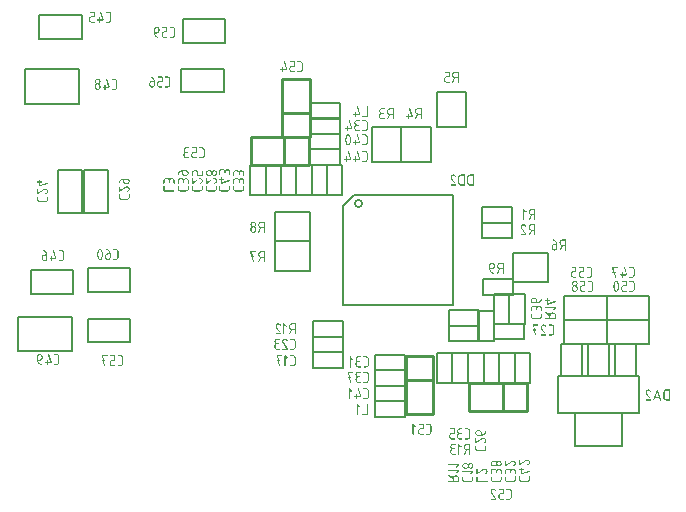
<source format=gbo>
G04*
G04 #@! TF.GenerationSoftware,Altium Limited,Altium Designer,23.11.1 (41)*
G04*
G04 Layer_Color=32896*
%FSLAX43Y43*%
%MOMM*%
G71*
G04*
G04 #@! TF.SameCoordinates,B7B300D0-87F7-4E0C-A4D9-EE24505A4503*
G04*
G04*
G04 #@! TF.FilePolarity,Positive*
G04*
G01*
G75*
%ADD12C,0.150*%
%ADD13C,0.200*%
%ADD14C,0.254*%
%ADD84C,0.180*%
G36*
X50177Y43473D02*
X50184Y43472D01*
X50191Y43469D01*
X50196Y43466D01*
X50204Y43459D01*
X50210Y43450D01*
X50213Y43441D01*
X50215Y43434D01*
X50216Y43430D01*
Y43428D01*
Y43427D01*
Y43426D01*
Y42573D01*
X50215Y42565D01*
X50214Y42558D01*
X50212Y42551D01*
X50208Y42546D01*
X50201Y42538D01*
X50192Y42532D01*
X50183Y42529D01*
X50176Y42527D01*
X50172Y42526D01*
X50168D01*
X50160Y42527D01*
X50152Y42528D01*
X50147Y42531D01*
X50141Y42534D01*
X50136Y42537D01*
X50132Y42541D01*
X50127Y42550D01*
X50123Y42558D01*
X50122Y42566D01*
X50121Y42571D01*
Y42572D01*
Y42573D01*
Y42905D01*
X49915D01*
X49738Y42552D01*
X49732Y42544D01*
X49727Y42537D01*
X49719Y42533D01*
X49712Y42530D01*
X49706Y42528D01*
X49701Y42527D01*
X49697Y42526D01*
X49696D01*
X49689Y42527D01*
X49682Y42529D01*
X49677Y42531D01*
X49672Y42534D01*
X49668Y42536D01*
X49665Y42538D01*
X49663Y42540D01*
X49662Y42541D01*
X49657Y42546D01*
X49654Y42551D01*
X49651Y42557D01*
X49649Y42562D01*
X49648Y42566D01*
X49647Y42570D01*
Y42572D01*
Y42573D01*
X49648Y42581D01*
X49650Y42588D01*
X49652Y42593D01*
X49653Y42594D01*
Y42595D01*
X49819Y42925D01*
X49803Y42931D01*
X49789Y42939D01*
X49775Y42947D01*
X49762Y42955D01*
X49751Y42965D01*
X49739Y42975D01*
X49720Y42995D01*
X49703Y43016D01*
X49689Y43038D01*
X49678Y43060D01*
X49669Y43082D01*
X49662Y43104D01*
X49657Y43123D01*
X49652Y43141D01*
X49650Y43157D01*
X49648Y43170D01*
Y43175D01*
X49647Y43180D01*
Y43184D01*
Y43186D01*
Y43188D01*
Y43189D01*
X49648Y43210D01*
X49651Y43231D01*
X49655Y43251D01*
X49661Y43270D01*
X49667Y43289D01*
X49674Y43305D01*
X49682Y43320D01*
X49689Y43334D01*
X49697Y43347D01*
X49704Y43358D01*
X49712Y43368D01*
X49717Y43375D01*
X49723Y43382D01*
X49727Y43386D01*
X49730Y43389D01*
X49731Y43390D01*
X49747Y43405D01*
X49763Y43418D01*
X49780Y43429D01*
X49797Y43439D01*
X49814Y43447D01*
X49831Y43454D01*
X49847Y43459D01*
X49862Y43464D01*
X49877Y43467D01*
X49890Y43469D01*
X49902Y43471D01*
X49912Y43472D01*
X49920Y43473D01*
X49927Y43474D01*
X50169D01*
X50177Y43473D01*
D02*
G37*
G36*
X49239D02*
X49256Y43470D01*
X49273Y43467D01*
X49288Y43463D01*
X49303Y43458D01*
X49317Y43451D01*
X49330Y43445D01*
X49342Y43439D01*
X49352Y43432D01*
X49361Y43426D01*
X49369Y43420D01*
X49376Y43414D01*
X49382Y43410D01*
X49385Y43407D01*
X49388Y43404D01*
X49388Y43404D01*
X49401Y43390D01*
X49411Y43377D01*
X49420Y43363D01*
X49428Y43349D01*
X49435Y43334D01*
X49441Y43320D01*
X49445Y43307D01*
X49449Y43294D01*
X49452Y43282D01*
X49454Y43271D01*
X49455Y43261D01*
X49457Y43253D01*
Y43245D01*
X49458Y43240D01*
Y43237D01*
Y43236D01*
Y43142D01*
X49457Y43124D01*
X49454Y43107D01*
X49451Y43090D01*
X49447Y43075D01*
X49442Y43060D01*
X49436Y43046D01*
X49429Y43033D01*
X49423Y43021D01*
X49417Y43011D01*
X49410Y43002D01*
X49404Y42994D01*
X49399Y42987D01*
X49395Y42981D01*
X49392Y42978D01*
X49389Y42975D01*
X49388Y42975D01*
X49375Y42962D01*
X49362Y42952D01*
X49348Y42943D01*
X49333Y42935D01*
X49319Y42928D01*
X49305Y42922D01*
X49292Y42918D01*
X49279Y42914D01*
X49268Y42911D01*
X49256Y42909D01*
X49247Y42908D01*
X49238Y42906D01*
X49231D01*
X49226Y42905D01*
X49083D01*
X49088Y42877D01*
X49095Y42851D01*
X49105Y42825D01*
X49117Y42802D01*
X49130Y42780D01*
X49144Y42759D01*
X49159Y42740D01*
X49175Y42722D01*
X49190Y42707D01*
X49204Y42693D01*
X49218Y42681D01*
X49229Y42671D01*
X49239Y42664D01*
X49247Y42659D01*
X49252Y42655D01*
X49253Y42654D01*
X49253D01*
X49267Y42646D01*
X49281Y42638D01*
X49296Y42631D01*
X49309Y42626D01*
X49321Y42621D01*
X49331Y42618D01*
X49334Y42616D01*
X49337Y42616D01*
X49338Y42615D01*
X49339D01*
X49347Y42611D01*
X49353Y42605D01*
X49357Y42598D01*
X49359Y42591D01*
X49361Y42584D01*
X49363Y42578D01*
Y42575D01*
Y42573D01*
X49362Y42566D01*
X49360Y42561D01*
X49358Y42555D01*
X49355Y42550D01*
X49353Y42546D01*
X49351Y42543D01*
X49349Y42541D01*
X49348Y42541D01*
X49343Y42536D01*
X49338Y42532D01*
X49332Y42530D01*
X49327Y42528D01*
X49323Y42527D01*
X49319Y42526D01*
X49316D01*
X49309Y42527D01*
X49301Y42528D01*
X49284Y42533D01*
X49267Y42541D01*
X49249Y42549D01*
X49233Y42557D01*
X49227Y42561D01*
X49221Y42565D01*
X49216Y42567D01*
X49213Y42570D01*
X49210Y42571D01*
X49209Y42571D01*
X49188Y42585D01*
X49169Y42599D01*
X49152Y42613D01*
X49135Y42628D01*
X49119Y42643D01*
X49105Y42659D01*
X49092Y42674D01*
X49079Y42690D01*
X49068Y42705D01*
X49058Y42721D01*
X49048Y42738D01*
X49039Y42753D01*
X49024Y42785D01*
X49013Y42815D01*
X49003Y42842D01*
X48996Y42869D01*
X48991Y42892D01*
X48989Y42903D01*
X48988Y42912D01*
X48987Y42921D01*
X48986Y42929D01*
X48985Y42935D01*
X48984Y42941D01*
Y42946D01*
Y42950D01*
Y42951D01*
Y42952D01*
Y43238D01*
X48985Y43256D01*
X48988Y43274D01*
X48991Y43290D01*
X48995Y43305D01*
X49000Y43320D01*
X49006Y43334D01*
X49013Y43346D01*
X49018Y43358D01*
X49025Y43369D01*
X49032Y43378D01*
X49038Y43385D01*
X49043Y43392D01*
X49047Y43398D01*
X49050Y43401D01*
X49053Y43404D01*
X49053Y43404D01*
X49067Y43417D01*
X49080Y43427D01*
X49094Y43437D01*
X49108Y43444D01*
X49123Y43451D01*
X49137Y43457D01*
X49150Y43461D01*
X49163Y43465D01*
X49175Y43468D01*
X49186Y43470D01*
X49196Y43471D01*
X49204Y43473D01*
X49212D01*
X49217Y43474D01*
X49221D01*
X49239Y43473D01*
D02*
G37*
G36*
X31708Y35646D02*
X31714Y35644D01*
X31721Y35641D01*
X31727Y35638D01*
X31732Y35634D01*
X31735Y35631D01*
X31738Y35629D01*
X31739Y35628D01*
X31924Y35443D01*
X31929Y35438D01*
X31932Y35432D01*
X31934Y35426D01*
X31936Y35421D01*
X31937Y35416D01*
X31938Y35413D01*
Y35411D01*
Y35410D01*
X31937Y35401D01*
X31936Y35394D01*
X31934Y35388D01*
X31930Y35382D01*
X31927Y35378D01*
X31923Y35374D01*
X31914Y35368D01*
X31905Y35365D01*
X31898Y35363D01*
X31894Y35362D01*
X31890D01*
X31884Y35363D01*
X31877Y35365D01*
X31871Y35367D01*
X31866Y35370D01*
X31863Y35372D01*
X31859Y35374D01*
X31858Y35376D01*
X31857Y35376D01*
X31748Y35486D01*
Y34747D01*
X31747Y34738D01*
X31746Y34732D01*
X31744Y34725D01*
X31740Y34720D01*
X31733Y34712D01*
X31724Y34706D01*
X31715Y34702D01*
X31708Y34701D01*
X31704Y34700D01*
X31700D01*
X31692Y34701D01*
X31684Y34702D01*
X31679Y34704D01*
X31673Y34708D01*
X31668Y34711D01*
X31664Y34715D01*
X31659Y34723D01*
X31655Y34732D01*
X31654Y34739D01*
X31653Y34745D01*
Y34746D01*
Y34747D01*
Y35600D01*
X31654Y35608D01*
X31654Y35616D01*
X31657Y35621D01*
X31660Y35627D01*
X31664Y35632D01*
X31668Y35636D01*
X31676Y35641D01*
X31685Y35645D01*
X31693Y35646D01*
X31696Y35647D01*
X31700D01*
X31708Y35646D01*
D02*
G37*
G36*
X32382D02*
X32398Y35644D01*
X32415Y35641D01*
X32431Y35636D01*
X32446Y35631D01*
X32459Y35625D01*
X32473Y35619D01*
X32484Y35612D01*
X32494Y35606D01*
X32503Y35600D01*
X32512Y35594D01*
X32518Y35588D01*
X32524Y35584D01*
X32528Y35581D01*
X32530Y35578D01*
X32531Y35577D01*
X32543Y35564D01*
X32553Y35551D01*
X32563Y35536D01*
X32571Y35522D01*
X32578Y35508D01*
X32583Y35494D01*
X32588Y35481D01*
X32592Y35467D01*
X32594Y35456D01*
X32597Y35445D01*
X32597Y35435D01*
X32599Y35426D01*
Y35419D01*
X32600Y35414D01*
Y35411D01*
Y35410D01*
Y34937D01*
X32599Y34918D01*
X32597Y34902D01*
X32593Y34885D01*
X32589Y34869D01*
X32584Y34854D01*
X32578Y34841D01*
X32572Y34827D01*
X32565Y34816D01*
X32559Y34806D01*
X32553Y34797D01*
X32547Y34788D01*
X32542Y34782D01*
X32538Y34776D01*
X32534Y34772D01*
X32532Y34770D01*
X32531Y34769D01*
X32518Y34757D01*
X32504Y34747D01*
X32490Y34737D01*
X32476Y34729D01*
X32462Y34722D01*
X32448Y34717D01*
X32434Y34713D01*
X32421Y34708D01*
X32409Y34706D01*
X32398Y34703D01*
X32388Y34702D01*
X32380Y34701D01*
X32373D01*
X32368Y34700D01*
X32174D01*
X32166Y34701D01*
X32158Y34702D01*
X32153Y34704D01*
X32147Y34708D01*
X32142Y34711D01*
X32138Y34715D01*
X32133Y34724D01*
X32129Y34732D01*
X32128Y34740D01*
X32127Y34743D01*
Y34746D01*
Y34747D01*
Y34747D01*
X32128Y34756D01*
X32128Y34763D01*
X32131Y34769D01*
X32134Y34775D01*
X32138Y34780D01*
X32142Y34783D01*
X32150Y34789D01*
X32159Y34792D01*
X32167Y34794D01*
X32170Y34795D01*
X32363D01*
X32374Y34796D01*
X32385Y34797D01*
X32404Y34802D01*
X32421Y34808D01*
X32436Y34816D01*
X32448Y34823D01*
X32453Y34827D01*
X32457Y34829D01*
X32460Y34832D01*
X32463Y34834D01*
X32463Y34835D01*
X32464Y34836D01*
X32472Y34844D01*
X32478Y34852D01*
X32483Y34861D01*
X32488Y34869D01*
X32495Y34886D01*
X32500Y34902D01*
X32503Y34916D01*
X32503Y34922D01*
X32504Y34927D01*
X32505Y34931D01*
Y34934D01*
Y34936D01*
Y34937D01*
Y35410D01*
X32504Y35421D01*
X32503Y35431D01*
X32498Y35451D01*
X32492Y35468D01*
X32484Y35482D01*
X32477Y35494D01*
X32473Y35499D01*
X32471Y35503D01*
X32468Y35506D01*
X32466Y35509D01*
X32465Y35510D01*
X32464Y35511D01*
X32456Y35518D01*
X32448Y35525D01*
X32439Y35530D01*
X32431Y35535D01*
X32414Y35542D01*
X32398Y35547D01*
X32384Y35550D01*
X32378Y35551D01*
X32373D01*
X32369Y35552D01*
X32174D01*
X32166Y35553D01*
X32158Y35554D01*
X32153Y35556D01*
X32147Y35560D01*
X32142Y35563D01*
X32138Y35567D01*
X32133Y35576D01*
X32129Y35585D01*
X32128Y35592D01*
X32127Y35596D01*
Y35598D01*
Y35599D01*
Y35600D01*
X32128Y35608D01*
X32128Y35616D01*
X32131Y35621D01*
X32134Y35627D01*
X32138Y35632D01*
X32142Y35636D01*
X32150Y35641D01*
X32159Y35645D01*
X32167Y35646D01*
X32170Y35647D01*
X32363D01*
X32382Y35646D01*
D02*
G37*
G36*
X31425D02*
X31433Y35646D01*
X31439Y35643D01*
X31444Y35640D01*
X31449Y35636D01*
X31453Y35632D01*
X31459Y35624D01*
X31462Y35615D01*
X31464Y35607D01*
X31464Y35604D01*
Y35601D01*
Y35601D01*
Y35600D01*
X31464Y35591D01*
X31463Y35584D01*
X31460Y35578D01*
X31457Y35572D01*
X31454Y35568D01*
X31449Y35564D01*
X31440Y35558D01*
X31432Y35555D01*
X31424Y35553D01*
X31421Y35552D01*
X31098D01*
X31171Y35221D01*
X31228D01*
X31236Y35220D01*
X31243Y35219D01*
X31250Y35217D01*
X31255Y35213D01*
X31263Y35206D01*
X31269Y35197D01*
X31272Y35188D01*
X31274Y35181D01*
X31275Y35177D01*
Y35175D01*
Y35174D01*
Y35173D01*
X31274Y35165D01*
X31273Y35157D01*
X31270Y35152D01*
X31267Y35146D01*
X31264Y35142D01*
X31260Y35137D01*
X31251Y35132D01*
X31243Y35128D01*
X31235Y35127D01*
X31230Y35126D01*
X31192D01*
X31274Y34757D01*
X31275Y34754D01*
Y34751D01*
Y34748D01*
Y34747D01*
X31274Y34738D01*
X31273Y34732D01*
X31270Y34725D01*
X31267Y34720D01*
X31260Y34712D01*
X31250Y34706D01*
X31242Y34702D01*
X31235Y34701D01*
X31231Y34700D01*
X31227D01*
X31220Y34701D01*
X31215Y34702D01*
X31205Y34706D01*
X31197Y34712D01*
X31190Y34718D01*
X31186Y34725D01*
X31184Y34731D01*
X31182Y34735D01*
Y34737D01*
X31095Y35126D01*
X31038D01*
X31030Y35127D01*
X31022Y35127D01*
X31016Y35130D01*
X31010Y35133D01*
X31005Y35137D01*
X31002Y35141D01*
X30996Y35150D01*
X30993Y35158D01*
X30991Y35166D01*
X30990Y35169D01*
Y35172D01*
Y35172D01*
Y35173D01*
X30991Y35182D01*
X30992Y35189D01*
X30995Y35195D01*
X30998Y35201D01*
X31001Y35206D01*
X31005Y35209D01*
X31014Y35215D01*
X31023Y35218D01*
X31030Y35220D01*
X31034Y35221D01*
X31074D01*
X30992Y35590D01*
X30991Y35594D01*
X30990Y35598D01*
Y35600D01*
Y35601D01*
X30991Y35609D01*
X30993Y35616D01*
X30995Y35622D01*
X30998Y35627D01*
X31005Y35636D01*
X31015Y35641D01*
X31023Y35645D01*
X31030Y35646D01*
X31036Y35647D01*
X31417D01*
X31425Y35646D01*
D02*
G37*
G36*
X47428Y26509D02*
X47446Y26506D01*
X47461Y26503D01*
X47477Y26499D01*
X47492Y26494D01*
X47506Y26487D01*
X47519Y26481D01*
X47531Y26475D01*
X47541Y26468D01*
X47551Y26462D01*
X47558Y26456D01*
X47565Y26450D01*
X47571Y26446D01*
X47574Y26443D01*
X47576Y26440D01*
X47577Y26440D01*
X47590Y26426D01*
X47601Y26413D01*
X47610Y26399D01*
X47618Y26385D01*
X47625Y26370D01*
X47631Y26356D01*
X47635Y26343D01*
X47639Y26330D01*
X47641Y26319D01*
X47644Y26307D01*
X47645Y26298D01*
X47646Y26290D01*
Y26282D01*
X47647Y26277D01*
Y26273D01*
X47646Y26255D01*
X47644Y26238D01*
X47641Y26221D01*
X47636Y26205D01*
X47631Y26191D01*
X47625Y26177D01*
X47619Y26164D01*
X47612Y26152D01*
X47606Y26142D01*
X47600Y26133D01*
X47594Y26125D01*
X47588Y26118D01*
X47584Y26112D01*
X47581Y26109D01*
X47578Y26106D01*
X47577Y26106D01*
X47564Y26093D01*
X47551Y26083D01*
X47536Y26074D01*
X47522Y26066D01*
X47508Y26059D01*
X47494Y26053D01*
X47481Y26049D01*
X47467Y26045D01*
X47456Y26042D01*
X47445Y26040D01*
X47435Y26039D01*
X47426Y26037D01*
X47419D01*
X47414Y26036D01*
X47411D01*
X47410D01*
X47388Y26037D01*
X47368Y26041D01*
X47349Y26046D01*
X47331Y26051D01*
X47314Y26058D01*
X47298Y26066D01*
X47284Y26075D01*
X47272Y26084D01*
X47260Y26093D01*
X47250Y26101D01*
X47241Y26110D01*
X47234Y26116D01*
X47228Y26123D01*
X47224Y26127D01*
X47222Y26131D01*
X47221Y26131D01*
X47207Y26115D01*
X47192Y26100D01*
X47177Y26087D01*
X47161Y26076D01*
X47145Y26067D01*
X47129Y26060D01*
X47114Y26053D01*
X47099Y26048D01*
X47085Y26045D01*
X47072Y26041D01*
X47061Y26040D01*
X47051Y26038D01*
X47042Y26037D01*
X47036Y26036D01*
X47032D01*
X47031D01*
X46937D01*
X46918Y26037D01*
X46902Y26040D01*
X46885Y26043D01*
X46869Y26047D01*
X46854Y26052D01*
X46841Y26058D01*
X46827Y26065D01*
X46816Y26071D01*
X46806Y26077D01*
X46797Y26084D01*
X46788Y26090D01*
X46782Y26095D01*
X46776Y26099D01*
X46772Y26102D01*
X46770Y26105D01*
X46769Y26106D01*
X46757Y26119D01*
X46747Y26132D01*
X46737Y26146D01*
X46729Y26161D01*
X46722Y26175D01*
X46717Y26189D01*
X46713Y26202D01*
X46708Y26215D01*
X46706Y26227D01*
X46703Y26238D01*
X46702Y26248D01*
X46701Y26256D01*
Y26264D01*
X46700Y26269D01*
Y26273D01*
X46701Y26291D01*
X46703Y26308D01*
X46707Y26325D01*
X46711Y26340D01*
X46716Y26355D01*
X46722Y26369D01*
X46728Y26381D01*
X46735Y26393D01*
X46741Y26403D01*
X46747Y26413D01*
X46753Y26420D01*
X46758Y26427D01*
X46762Y26433D01*
X46766Y26436D01*
X46768Y26439D01*
X46769Y26440D01*
X46782Y26452D01*
X46796Y26463D01*
X46810Y26472D01*
X46824Y26480D01*
X46838Y26487D01*
X46852Y26493D01*
X46866Y26497D01*
X46879Y26501D01*
X46891Y26504D01*
X46902Y26506D01*
X46912Y26507D01*
X46920Y26509D01*
X46927D01*
X46932Y26510D01*
X46936D01*
X46937D01*
X46958D01*
X46977D01*
X46995Y26509D01*
X47012Y26508D01*
X47026D01*
X47038Y26507D01*
X47050Y26506D01*
X47060Y26505D01*
X47068Y26505D01*
X47075Y26504D01*
X47081Y26503D01*
X47086D01*
X47089Y26502D01*
X47092Y26501D01*
X47092D01*
X47093D01*
X47107Y26497D01*
X47121Y26492D01*
X47145Y26480D01*
X47167Y26465D01*
X47177Y26459D01*
X47186Y26451D01*
X47193Y26444D01*
X47201Y26437D01*
X47207Y26431D01*
X47212Y26425D01*
X47216Y26421D01*
X47218Y26418D01*
X47220Y26415D01*
X47221Y26415D01*
X47235Y26431D01*
X47249Y26446D01*
X47265Y26459D01*
X47281Y26470D01*
X47297Y26479D01*
X47312Y26486D01*
X47327Y26493D01*
X47342Y26498D01*
X47356Y26501D01*
X47369Y26505D01*
X47381Y26507D01*
X47391Y26508D01*
X47398Y26509D01*
X47405Y26510D01*
X47408D01*
X47410D01*
X47428Y26509D01*
D02*
G37*
G36*
X47608Y25846D02*
X47616Y25846D01*
X47621Y25843D01*
X47627Y25840D01*
X47632Y25836D01*
X47636Y25832D01*
X47641Y25824D01*
X47645Y25815D01*
X47646Y25807D01*
X47647Y25804D01*
Y25800D01*
X47646Y25792D01*
X47644Y25786D01*
X47641Y25779D01*
X47638Y25773D01*
X47634Y25768D01*
X47631Y25765D01*
X47629Y25762D01*
X47628Y25761D01*
X47443Y25576D01*
X47438Y25571D01*
X47432Y25568D01*
X47426Y25566D01*
X47421Y25564D01*
X47416Y25563D01*
X47413Y25562D01*
X47411D01*
X47410D01*
X47401Y25563D01*
X47394Y25564D01*
X47388Y25566D01*
X47382Y25570D01*
X47378Y25573D01*
X47374Y25577D01*
X47368Y25586D01*
X47365Y25595D01*
X47363Y25602D01*
X47362Y25606D01*
Y25610D01*
X47363Y25616D01*
X47365Y25623D01*
X47367Y25629D01*
X47370Y25634D01*
X47372Y25637D01*
X47374Y25641D01*
X47376Y25642D01*
X47376Y25643D01*
X47486Y25752D01*
X46747D01*
X46738Y25753D01*
X46732Y25754D01*
X46725Y25756D01*
X46720Y25760D01*
X46712Y25767D01*
X46706Y25776D01*
X46702Y25785D01*
X46701Y25792D01*
X46700Y25796D01*
Y25800D01*
X46701Y25808D01*
X46702Y25816D01*
X46704Y25821D01*
X46708Y25827D01*
X46711Y25832D01*
X46715Y25836D01*
X46723Y25841D01*
X46732Y25845D01*
X46739Y25846D01*
X46745Y25847D01*
X46746D01*
X46747D01*
X47600D01*
X47608Y25846D01*
D02*
G37*
G36*
Y25372D02*
X47616Y25372D01*
X47621Y25369D01*
X47627Y25366D01*
X47632Y25362D01*
X47636Y25358D01*
X47641Y25350D01*
X47645Y25341D01*
X47646Y25333D01*
X47647Y25330D01*
Y25137D01*
X47646Y25118D01*
X47644Y25102D01*
X47641Y25085D01*
X47636Y25069D01*
X47631Y25054D01*
X47625Y25041D01*
X47619Y25027D01*
X47612Y25016D01*
X47606Y25006D01*
X47600Y24997D01*
X47594Y24988D01*
X47588Y24982D01*
X47584Y24976D01*
X47581Y24972D01*
X47578Y24970D01*
X47577Y24969D01*
X47564Y24957D01*
X47551Y24947D01*
X47536Y24937D01*
X47522Y24929D01*
X47508Y24922D01*
X47494Y24917D01*
X47481Y24913D01*
X47467Y24908D01*
X47456Y24906D01*
X47445Y24903D01*
X47435Y24903D01*
X47426Y24901D01*
X47419D01*
X47414Y24900D01*
X47411D01*
X47410D01*
X46937D01*
X46918Y24901D01*
X46902Y24903D01*
X46885Y24907D01*
X46869Y24911D01*
X46854Y24916D01*
X46841Y24922D01*
X46827Y24928D01*
X46816Y24935D01*
X46806Y24941D01*
X46797Y24947D01*
X46788Y24953D01*
X46782Y24958D01*
X46776Y24962D01*
X46772Y24966D01*
X46770Y24968D01*
X46769Y24969D01*
X46757Y24982D01*
X46747Y24996D01*
X46737Y25010D01*
X46729Y25024D01*
X46722Y25038D01*
X46717Y25052D01*
X46713Y25066D01*
X46708Y25079D01*
X46706Y25091D01*
X46703Y25102D01*
X46702Y25112D01*
X46701Y25120D01*
Y25127D01*
X46700Y25132D01*
Y25326D01*
X46701Y25334D01*
X46702Y25342D01*
X46704Y25347D01*
X46708Y25353D01*
X46711Y25358D01*
X46715Y25362D01*
X46724Y25367D01*
X46732Y25371D01*
X46740Y25372D01*
X46743Y25373D01*
X46746D01*
X46747D01*
X46747D01*
X46756Y25372D01*
X46763Y25372D01*
X46769Y25369D01*
X46775Y25366D01*
X46780Y25362D01*
X46783Y25358D01*
X46789Y25350D01*
X46792Y25341D01*
X46794Y25333D01*
X46795Y25330D01*
Y25137D01*
X46796Y25126D01*
X46797Y25115D01*
X46802Y25096D01*
X46808Y25079D01*
X46816Y25064D01*
X46823Y25052D01*
X46827Y25047D01*
X46829Y25043D01*
X46832Y25040D01*
X46834Y25037D01*
X46835Y25037D01*
X46836Y25036D01*
X46844Y25028D01*
X46852Y25022D01*
X46861Y25017D01*
X46869Y25012D01*
X46886Y25005D01*
X46902Y25000D01*
X46916Y24997D01*
X46922Y24997D01*
X46927Y24996D01*
X46931Y24995D01*
X46934D01*
X46936D01*
X46937D01*
X47410D01*
X47421Y24996D01*
X47431Y24997D01*
X47451Y25002D01*
X47468Y25008D01*
X47482Y25016D01*
X47494Y25023D01*
X47499Y25027D01*
X47503Y25029D01*
X47506Y25032D01*
X47509Y25034D01*
X47510Y25035D01*
X47511Y25036D01*
X47518Y25044D01*
X47525Y25052D01*
X47530Y25061D01*
X47535Y25069D01*
X47542Y25086D01*
X47547Y25102D01*
X47550Y25116D01*
X47551Y25122D01*
Y25127D01*
X47552Y25131D01*
Y25326D01*
X47553Y25334D01*
X47554Y25342D01*
X47556Y25347D01*
X47560Y25353D01*
X47563Y25358D01*
X47567Y25362D01*
X47576Y25367D01*
X47585Y25371D01*
X47592Y25372D01*
X47596Y25373D01*
X47598D01*
X47599D01*
X47600D01*
X47608Y25372D01*
D02*
G37*
G36*
X31714Y37046D02*
X31728Y37046D01*
X31740Y37043D01*
X31753Y37040D01*
X31776Y37031D01*
X31799Y37021D01*
X31819Y37007D01*
X31838Y36993D01*
X31855Y36978D01*
X31871Y36962D01*
X31885Y36946D01*
X31898Y36931D01*
X31909Y36916D01*
X31918Y36903D01*
X31924Y36892D01*
X31929Y36884D01*
X31931Y36881D01*
X31933Y36878D01*
X31934Y36877D01*
Y36876D01*
X31936Y36870D01*
X31937Y36864D01*
X31938Y36859D01*
Y36858D01*
Y36857D01*
X31937Y36849D01*
X31936Y36841D01*
X31934Y36836D01*
X31930Y36830D01*
X31927Y36826D01*
X31923Y36821D01*
X31914Y36816D01*
X31905Y36812D01*
X31898Y36811D01*
X31894Y36810D01*
X31890D01*
X31880Y36811D01*
X31872Y36813D01*
X31865Y36817D01*
X31859Y36821D01*
X31855Y36826D01*
X31852Y36830D01*
X31850Y36832D01*
X31849Y36833D01*
X31836Y36854D01*
X31824Y36872D01*
X31810Y36888D01*
X31798Y36902D01*
X31784Y36914D01*
X31773Y36923D01*
X31761Y36931D01*
X31749Y36937D01*
X31739Y36942D01*
X31730Y36946D01*
X31722Y36949D01*
X31714Y36951D01*
X31709Y36951D01*
X31704Y36952D01*
X31701D01*
X31690Y36951D01*
X31679Y36951D01*
X31660Y36946D01*
X31643Y36939D01*
X31629Y36931D01*
X31617Y36924D01*
X31612Y36921D01*
X31608Y36917D01*
X31604Y36915D01*
X31602Y36912D01*
X31601Y36911D01*
X31600Y36911D01*
X31593Y36902D01*
X31586Y36894D01*
X31581Y36886D01*
X31576Y36877D01*
X31569Y36861D01*
X31564Y36845D01*
X31561Y36831D01*
X31559Y36825D01*
Y36820D01*
X31559Y36816D01*
Y36812D01*
Y36811D01*
Y36810D01*
X31559Y36795D01*
X31562Y36781D01*
X31566Y36767D01*
X31570Y36756D01*
X31574Y36746D01*
X31579Y36738D01*
X31581Y36733D01*
X31582Y36732D01*
Y36731D01*
X31929Y36174D01*
X31934Y36165D01*
X31937Y36156D01*
Y36152D01*
X31938Y36149D01*
Y36147D01*
Y36147D01*
X31937Y36138D01*
X31936Y36132D01*
X31934Y36125D01*
X31930Y36120D01*
X31923Y36112D01*
X31914Y36106D01*
X31905Y36103D01*
X31898Y36101D01*
X31894Y36100D01*
X31511D01*
X31503Y36101D01*
X31495Y36102D01*
X31489Y36104D01*
X31484Y36107D01*
X31479Y36111D01*
X31475Y36115D01*
X31469Y36124D01*
X31466Y36132D01*
X31464Y36140D01*
X31464Y36143D01*
Y36146D01*
Y36147D01*
Y36147D01*
X31464Y36156D01*
X31465Y36163D01*
X31468Y36169D01*
X31471Y36175D01*
X31474Y36180D01*
X31479Y36183D01*
X31487Y36189D01*
X31496Y36192D01*
X31504Y36194D01*
X31507Y36195D01*
X31805D01*
X31507Y36674D01*
X31499Y36687D01*
X31493Y36700D01*
X31487Y36712D01*
X31482Y36724D01*
X31474Y36747D01*
X31469Y36767D01*
X31467Y36776D01*
X31466Y36785D01*
X31465Y36792D01*
X31464Y36798D01*
X31464Y36803D01*
Y36806D01*
Y36809D01*
Y36810D01*
X31464Y36828D01*
X31467Y36846D01*
X31470Y36861D01*
X31474Y36877D01*
X31479Y36892D01*
X31486Y36906D01*
X31492Y36919D01*
X31499Y36931D01*
X31505Y36941D01*
X31511Y36951D01*
X31517Y36958D01*
X31523Y36965D01*
X31527Y36971D01*
X31530Y36974D01*
X31533Y36976D01*
X31534Y36977D01*
X31547Y36990D01*
X31560Y37001D01*
X31574Y37010D01*
X31589Y37018D01*
X31603Y37025D01*
X31617Y37031D01*
X31630Y37035D01*
X31644Y37039D01*
X31655Y37041D01*
X31666Y37044D01*
X31676Y37045D01*
X31684Y37046D01*
X31692D01*
X31697Y37047D01*
X31701D01*
X31714Y37046D01*
D02*
G37*
G36*
X32382D02*
X32398Y37044D01*
X32415Y37041D01*
X32431Y37036D01*
X32446Y37031D01*
X32459Y37025D01*
X32473Y37019D01*
X32484Y37012D01*
X32494Y37006D01*
X32503Y37000D01*
X32512Y36994D01*
X32518Y36988D01*
X32524Y36984D01*
X32528Y36981D01*
X32530Y36978D01*
X32531Y36977D01*
X32543Y36964D01*
X32553Y36951D01*
X32563Y36936D01*
X32571Y36922D01*
X32578Y36908D01*
X32583Y36894D01*
X32588Y36881D01*
X32592Y36867D01*
X32594Y36856D01*
X32597Y36845D01*
X32597Y36835D01*
X32599Y36826D01*
Y36819D01*
X32600Y36814D01*
Y36811D01*
Y36810D01*
Y36337D01*
X32599Y36318D01*
X32597Y36302D01*
X32593Y36285D01*
X32589Y36269D01*
X32584Y36254D01*
X32578Y36241D01*
X32572Y36227D01*
X32565Y36216D01*
X32559Y36206D01*
X32553Y36197D01*
X32547Y36188D01*
X32542Y36182D01*
X32538Y36176D01*
X32534Y36172D01*
X32532Y36170D01*
X32531Y36169D01*
X32518Y36157D01*
X32504Y36147D01*
X32490Y36137D01*
X32476Y36129D01*
X32462Y36122D01*
X32448Y36117D01*
X32434Y36112D01*
X32421Y36108D01*
X32409Y36106D01*
X32398Y36103D01*
X32388Y36103D01*
X32380Y36101D01*
X32373D01*
X32368Y36100D01*
X32174D01*
X32166Y36101D01*
X32158Y36102D01*
X32153Y36104D01*
X32147Y36107D01*
X32142Y36111D01*
X32138Y36115D01*
X32133Y36124D01*
X32129Y36132D01*
X32128Y36140D01*
X32127Y36143D01*
Y36146D01*
Y36147D01*
Y36147D01*
X32128Y36156D01*
X32128Y36163D01*
X32131Y36169D01*
X32134Y36175D01*
X32138Y36180D01*
X32142Y36183D01*
X32150Y36189D01*
X32159Y36192D01*
X32167Y36194D01*
X32170Y36195D01*
X32363D01*
X32374Y36196D01*
X32385Y36197D01*
X32404Y36202D01*
X32421Y36208D01*
X32436Y36216D01*
X32448Y36223D01*
X32453Y36227D01*
X32457Y36229D01*
X32460Y36232D01*
X32463Y36234D01*
X32463Y36235D01*
X32464Y36236D01*
X32472Y36244D01*
X32478Y36252D01*
X32483Y36261D01*
X32488Y36269D01*
X32495Y36286D01*
X32500Y36302D01*
X32503Y36316D01*
X32503Y36322D01*
X32504Y36327D01*
X32505Y36331D01*
Y36334D01*
Y36336D01*
Y36337D01*
Y36810D01*
X32504Y36821D01*
X32503Y36831D01*
X32498Y36851D01*
X32492Y36868D01*
X32484Y36882D01*
X32477Y36894D01*
X32473Y36899D01*
X32471Y36903D01*
X32468Y36906D01*
X32466Y36909D01*
X32465Y36910D01*
X32464Y36911D01*
X32456Y36918D01*
X32448Y36925D01*
X32439Y36930D01*
X32431Y36935D01*
X32414Y36942D01*
X32398Y36947D01*
X32384Y36950D01*
X32378Y36951D01*
X32373D01*
X32369Y36952D01*
X32174D01*
X32166Y36953D01*
X32158Y36954D01*
X32153Y36956D01*
X32147Y36960D01*
X32142Y36963D01*
X32138Y36967D01*
X32133Y36976D01*
X32129Y36985D01*
X32128Y36992D01*
X32127Y36996D01*
Y36998D01*
Y36999D01*
Y37000D01*
X32128Y37008D01*
X32128Y37016D01*
X32131Y37021D01*
X32134Y37027D01*
X32138Y37032D01*
X32142Y37036D01*
X32150Y37041D01*
X32159Y37045D01*
X32167Y37046D01*
X32170Y37047D01*
X32363D01*
X32382Y37046D01*
D02*
G37*
G36*
X31235D02*
X31243Y37046D01*
X31249Y37043D01*
X31255Y37040D01*
X31259Y37036D01*
X31263Y37032D01*
X31269Y37024D01*
X31272Y37015D01*
X31274Y37007D01*
X31275Y37004D01*
Y37001D01*
Y37001D01*
Y37000D01*
X31274Y36991D01*
X31273Y36984D01*
X31270Y36978D01*
X31267Y36972D01*
X31264Y36968D01*
X31260Y36964D01*
X31250Y36958D01*
X31242Y36955D01*
X31235Y36953D01*
X31231Y36952D01*
X31038D01*
X31027Y36951D01*
X31016Y36951D01*
X30997Y36946D01*
X30980Y36939D01*
X30965Y36931D01*
X30954Y36924D01*
X30949Y36921D01*
X30945Y36917D01*
X30941Y36915D01*
X30939Y36912D01*
X30938Y36911D01*
X30937Y36911D01*
X30930Y36902D01*
X30923Y36894D01*
X30918Y36886D01*
X30913Y36877D01*
X30905Y36861D01*
X30900Y36845D01*
X30898Y36831D01*
X30896Y36825D01*
Y36820D01*
X30895Y36816D01*
Y36812D01*
Y36811D01*
Y36810D01*
X30896Y36799D01*
X30897Y36788D01*
X30902Y36769D01*
X30909Y36752D01*
X30916Y36737D01*
X30924Y36726D01*
X30927Y36721D01*
X30930Y36717D01*
X30933Y36713D01*
X30935Y36711D01*
X30936Y36710D01*
X30937Y36709D01*
X30945Y36702D01*
X30954Y36696D01*
X30962Y36690D01*
X30970Y36686D01*
X30987Y36678D01*
X31003Y36673D01*
X31017Y36671D01*
X31023Y36670D01*
X31028Y36669D01*
X31032Y36668D01*
X31133D01*
X31141Y36667D01*
X31149Y36667D01*
X31155Y36664D01*
X31160Y36661D01*
X31165Y36657D01*
X31169Y36653D01*
X31175Y36645D01*
X31178Y36636D01*
X31180Y36628D01*
X31180Y36625D01*
Y36622D01*
Y36622D01*
Y36621D01*
X31180Y36612D01*
X31179Y36605D01*
X31176Y36599D01*
X31173Y36593D01*
X31170Y36589D01*
X31165Y36585D01*
X31156Y36579D01*
X31148Y36576D01*
X31140Y36574D01*
X31137Y36573D01*
X31038D01*
X31027Y36572D01*
X31016Y36572D01*
X30997Y36567D01*
X30980Y36560D01*
X30965Y36552D01*
X30954Y36545D01*
X30949Y36542D01*
X30945Y36538D01*
X30941Y36536D01*
X30939Y36533D01*
X30938Y36532D01*
X30937Y36532D01*
X30930Y36523D01*
X30923Y36515D01*
X30918Y36507D01*
X30913Y36498D01*
X30905Y36482D01*
X30900Y36466D01*
X30898Y36452D01*
X30896Y36446D01*
Y36441D01*
X30895Y36437D01*
Y36433D01*
Y36432D01*
Y36431D01*
Y36337D01*
X30896Y36326D01*
X30897Y36315D01*
X30902Y36296D01*
X30909Y36278D01*
X30916Y36264D01*
X30924Y36252D01*
X30930Y36243D01*
X30933Y36240D01*
X30935Y36237D01*
X30936Y36237D01*
X30937Y36236D01*
X30945Y36228D01*
X30954Y36222D01*
X30962Y36217D01*
X30970Y36212D01*
X30987Y36205D01*
X31003Y36200D01*
X31017Y36197D01*
X31023Y36197D01*
X31028Y36196D01*
X31032Y36195D01*
X31227D01*
X31235Y36194D01*
X31243Y36193D01*
X31249Y36191D01*
X31255Y36187D01*
X31259Y36184D01*
X31263Y36180D01*
X31269Y36172D01*
X31272Y36162D01*
X31274Y36155D01*
X31275Y36152D01*
Y36149D01*
Y36148D01*
Y36147D01*
X31274Y36139D01*
X31273Y36132D01*
X31270Y36126D01*
X31267Y36120D01*
X31264Y36116D01*
X31260Y36112D01*
X31250Y36106D01*
X31242Y36103D01*
X31235Y36101D01*
X31231Y36100D01*
X31038D01*
X31020Y36101D01*
X31003Y36103D01*
X30986Y36107D01*
X30970Y36111D01*
X30956Y36116D01*
X30942Y36122D01*
X30930Y36128D01*
X30918Y36135D01*
X30907Y36141D01*
X30898Y36147D01*
X30890Y36153D01*
X30883Y36158D01*
X30877Y36162D01*
X30874Y36166D01*
X30871Y36168D01*
X30870Y36169D01*
X30858Y36182D01*
X30847Y36196D01*
X30838Y36210D01*
X30830Y36224D01*
X30823Y36238D01*
X30817Y36252D01*
X30813Y36266D01*
X30809Y36279D01*
X30806Y36291D01*
X30804Y36302D01*
X30803Y36312D01*
X30801Y36320D01*
Y36327D01*
X30800Y36332D01*
Y36336D01*
Y36337D01*
Y36431D01*
X30801Y36452D01*
X30805Y36472D01*
X30809Y36492D01*
X30815Y36510D01*
X30822Y36527D01*
X30830Y36542D01*
X30839Y36557D01*
X30848Y36570D01*
X30857Y36582D01*
X30865Y36592D01*
X30874Y36601D01*
X30880Y36607D01*
X30886Y36613D01*
X30891Y36617D01*
X30895Y36620D01*
X30895Y36621D01*
X30879Y36635D01*
X30864Y36649D01*
X30851Y36665D01*
X30840Y36681D01*
X30831Y36697D01*
X30824Y36712D01*
X30817Y36727D01*
X30812Y36742D01*
X30809Y36756D01*
X30805Y36769D01*
X30803Y36781D01*
X30802Y36791D01*
X30801Y36798D01*
X30800Y36805D01*
Y36808D01*
Y36810D01*
X30801Y36828D01*
X30804Y36845D01*
X30807Y36861D01*
X30811Y36877D01*
X30816Y36891D01*
X30823Y36906D01*
X30829Y36918D01*
X30835Y36930D01*
X30842Y36941D01*
X30848Y36950D01*
X30854Y36958D01*
X30860Y36965D01*
X30864Y36971D01*
X30867Y36974D01*
X30870Y36976D01*
X30870Y36977D01*
X30884Y36990D01*
X30897Y37001D01*
X30911Y37010D01*
X30925Y37018D01*
X30940Y37025D01*
X30954Y37031D01*
X30967Y37035D01*
X30980Y37039D01*
X30992Y37041D01*
X31003Y37044D01*
X31013Y37045D01*
X31021Y37046D01*
X31029D01*
X31034Y37047D01*
X31227D01*
X31235Y37046D01*
D02*
G37*
G36*
X24149Y51299D02*
X24166Y51296D01*
X24182Y51293D01*
X24198Y51289D01*
X24212Y51284D01*
X24227Y51278D01*
X24239Y51271D01*
X24251Y51265D01*
X24262Y51259D01*
X24271Y51252D01*
X24279Y51246D01*
X24286Y51241D01*
X24292Y51237D01*
X24295Y51234D01*
X24297Y51231D01*
X24298Y51230D01*
X24311Y51217D01*
X24322Y51204D01*
X24331Y51190D01*
X24339Y51175D01*
X24346Y51161D01*
X24352Y51147D01*
X24356Y51134D01*
X24360Y51120D01*
X24362Y51109D01*
X24365Y51098D01*
X24366Y51088D01*
X24367Y51080D01*
Y51072D01*
X24368Y51067D01*
Y50921D01*
X24652D01*
Y51205D01*
X24653Y51213D01*
X24654Y51220D01*
X24656Y51226D01*
X24660Y51231D01*
X24667Y51240D01*
X24676Y51245D01*
X24685Y51249D01*
X24692Y51250D01*
X24696Y51251D01*
X24698D01*
X24699D01*
X24700D01*
X24708Y51250D01*
X24716Y51250D01*
X24721Y51247D01*
X24727Y51244D01*
X24732Y51240D01*
X24736Y51236D01*
X24741Y51228D01*
X24745Y51220D01*
X24746Y51212D01*
X24747Y51206D01*
Y50873D01*
X24746Y50865D01*
X24746Y50858D01*
X24743Y50851D01*
X24740Y50846D01*
X24732Y50838D01*
X24724Y50832D01*
X24715Y50829D01*
X24707Y50827D01*
X24704Y50826D01*
X24701D01*
X24701D01*
X24700D01*
X24320D01*
X24312Y50827D01*
X24305Y50828D01*
X24298Y50830D01*
X24293Y50834D01*
X24285Y50841D01*
X24279Y50850D01*
X24276Y50858D01*
X24274Y50865D01*
X24273Y50871D01*
Y51062D01*
X24272Y51073D01*
X24272Y51084D01*
X24267Y51103D01*
X24260Y51120D01*
X24252Y51135D01*
X24245Y51146D01*
X24242Y51151D01*
X24238Y51155D01*
X24236Y51159D01*
X24233Y51161D01*
X24232Y51162D01*
X24232Y51163D01*
X24223Y51170D01*
X24215Y51177D01*
X24207Y51182D01*
X24198Y51187D01*
X24182Y51195D01*
X24166Y51200D01*
X24152Y51202D01*
X24146Y51204D01*
X24141D01*
X24137Y51205D01*
X24133D01*
X24132D01*
X24131D01*
X24037D01*
X24026Y51204D01*
X24015Y51203D01*
X23996Y51198D01*
X23978Y51191D01*
X23964Y51184D01*
X23952Y51176D01*
X23943Y51170D01*
X23940Y51167D01*
X23937Y51165D01*
X23937Y51164D01*
X23936Y51163D01*
X23928Y51155D01*
X23922Y51147D01*
X23917Y51139D01*
X23912Y51130D01*
X23905Y51113D01*
X23900Y51097D01*
X23897Y51083D01*
X23897Y51077D01*
X23896Y51072D01*
X23895Y51068D01*
Y50873D01*
X23894Y50865D01*
X23893Y50858D01*
X23891Y50851D01*
X23887Y50846D01*
X23880Y50838D01*
X23872Y50832D01*
X23862Y50829D01*
X23855Y50827D01*
X23852Y50826D01*
X23849D01*
X23848D01*
X23847D01*
X23839Y50827D01*
X23832Y50828D01*
X23826Y50830D01*
X23820Y50834D01*
X23816Y50837D01*
X23812Y50841D01*
X23806Y50850D01*
X23802Y50858D01*
X23801Y50865D01*
X23800Y50871D01*
Y51063D01*
X23801Y51081D01*
X23803Y51098D01*
X23807Y51115D01*
X23811Y51130D01*
X23816Y51145D01*
X23822Y51159D01*
X23828Y51171D01*
X23835Y51183D01*
X23841Y51193D01*
X23847Y51203D01*
X23853Y51210D01*
X23858Y51217D01*
X23862Y51223D01*
X23866Y51226D01*
X23868Y51229D01*
X23869Y51230D01*
X23882Y51242D01*
X23896Y51253D01*
X23910Y51262D01*
X23924Y51270D01*
X23938Y51277D01*
X23952Y51283D01*
X23966Y51287D01*
X23979Y51291D01*
X23991Y51294D01*
X24002Y51296D01*
X24012Y51297D01*
X24020Y51299D01*
X24027D01*
X24032Y51300D01*
X24036D01*
X24037D01*
X24131D01*
X24149Y51299D01*
D02*
G37*
G36*
X24528Y50636D02*
X24546Y50633D01*
X24561Y50630D01*
X24577Y50626D01*
X24592Y50621D01*
X24606Y50614D01*
X24619Y50608D01*
X24631Y50601D01*
X24641Y50595D01*
X24651Y50589D01*
X24658Y50583D01*
X24665Y50577D01*
X24671Y50573D01*
X24674Y50570D01*
X24676Y50567D01*
X24677Y50566D01*
X24690Y50553D01*
X24701Y50540D01*
X24710Y50526D01*
X24718Y50511D01*
X24725Y50497D01*
X24731Y50483D01*
X24735Y50470D01*
X24739Y50456D01*
X24741Y50445D01*
X24744Y50434D01*
X24745Y50424D01*
X24746Y50416D01*
Y50408D01*
X24747Y50403D01*
Y50399D01*
X24746Y50386D01*
X24746Y50372D01*
X24743Y50360D01*
X24740Y50347D01*
X24731Y50324D01*
X24721Y50301D01*
X24707Y50281D01*
X24693Y50262D01*
X24678Y50245D01*
X24662Y50229D01*
X24646Y50215D01*
X24631Y50202D01*
X24616Y50191D01*
X24603Y50182D01*
X24592Y50176D01*
X24584Y50171D01*
X24581Y50169D01*
X24578Y50167D01*
X24577Y50166D01*
X24576D01*
X24570Y50164D01*
X24564Y50163D01*
X24559Y50162D01*
X24558D01*
X24557D01*
X24549Y50163D01*
X24541Y50164D01*
X24536Y50166D01*
X24530Y50170D01*
X24526Y50173D01*
X24521Y50177D01*
X24516Y50186D01*
X24512Y50195D01*
X24511Y50202D01*
X24510Y50206D01*
Y50210D01*
X24511Y50220D01*
X24513Y50228D01*
X24517Y50235D01*
X24521Y50241D01*
X24526Y50245D01*
X24530Y50248D01*
X24532Y50250D01*
X24533Y50251D01*
X24554Y50264D01*
X24572Y50276D01*
X24588Y50290D01*
X24602Y50302D01*
X24614Y50316D01*
X24623Y50327D01*
X24631Y50339D01*
X24637Y50351D01*
X24642Y50361D01*
X24646Y50370D01*
X24649Y50378D01*
X24651Y50386D01*
X24651Y50391D01*
X24652Y50396D01*
Y50399D01*
X24651Y50410D01*
X24651Y50421D01*
X24646Y50440D01*
X24639Y50457D01*
X24631Y50471D01*
X24624Y50483D01*
X24621Y50488D01*
X24617Y50492D01*
X24615Y50496D01*
X24612Y50498D01*
X24611Y50499D01*
X24611Y50500D01*
X24602Y50507D01*
X24594Y50514D01*
X24586Y50519D01*
X24577Y50524D01*
X24561Y50531D01*
X24545Y50536D01*
X24531Y50539D01*
X24525Y50541D01*
X24520D01*
X24516Y50541D01*
X24512D01*
X24511D01*
X24510D01*
X24495Y50541D01*
X24481Y50538D01*
X24467Y50534D01*
X24456Y50530D01*
X24446Y50526D01*
X24438Y50521D01*
X24433Y50519D01*
X24432Y50518D01*
X24432D01*
X23874Y50171D01*
X23865Y50166D01*
X23856Y50163D01*
X23852D01*
X23849Y50162D01*
X23847D01*
X23847D01*
X23838Y50163D01*
X23832Y50164D01*
X23825Y50166D01*
X23820Y50170D01*
X23812Y50177D01*
X23806Y50186D01*
X23802Y50195D01*
X23801Y50202D01*
X23800Y50206D01*
Y50589D01*
X23801Y50597D01*
X23802Y50605D01*
X23804Y50611D01*
X23808Y50616D01*
X23811Y50621D01*
X23815Y50625D01*
X23824Y50631D01*
X23832Y50634D01*
X23840Y50636D01*
X23843Y50636D01*
X23846D01*
X23847D01*
X23847D01*
X23856Y50636D01*
X23863Y50635D01*
X23869Y50632D01*
X23875Y50629D01*
X23880Y50626D01*
X23883Y50621D01*
X23889Y50613D01*
X23892Y50604D01*
X23894Y50596D01*
X23895Y50593D01*
Y50295D01*
X24374Y50593D01*
X24387Y50601D01*
X24400Y50607D01*
X24412Y50613D01*
X24424Y50618D01*
X24447Y50626D01*
X24467Y50631D01*
X24476Y50633D01*
X24485Y50634D01*
X24492Y50635D01*
X24498Y50636D01*
X24503Y50636D01*
X24506D01*
X24509D01*
X24510D01*
X24528Y50636D01*
D02*
G37*
G36*
X24708Y49972D02*
X24716Y49972D01*
X24721Y49969D01*
X24727Y49966D01*
X24732Y49962D01*
X24736Y49958D01*
X24741Y49950D01*
X24745Y49941D01*
X24746Y49933D01*
X24747Y49930D01*
Y49737D01*
X24746Y49718D01*
X24744Y49702D01*
X24741Y49685D01*
X24736Y49669D01*
X24731Y49654D01*
X24725Y49641D01*
X24719Y49627D01*
X24712Y49616D01*
X24706Y49606D01*
X24700Y49597D01*
X24694Y49588D01*
X24688Y49582D01*
X24684Y49576D01*
X24681Y49572D01*
X24678Y49570D01*
X24677Y49569D01*
X24664Y49557D01*
X24651Y49547D01*
X24636Y49537D01*
X24622Y49529D01*
X24608Y49522D01*
X24594Y49517D01*
X24581Y49512D01*
X24567Y49508D01*
X24556Y49506D01*
X24545Y49503D01*
X24535Y49502D01*
X24526Y49501D01*
X24519D01*
X24514Y49500D01*
X24511D01*
X24510D01*
X24037D01*
X24018Y49501D01*
X24002Y49503D01*
X23985Y49507D01*
X23969Y49511D01*
X23954Y49516D01*
X23941Y49522D01*
X23927Y49528D01*
X23916Y49535D01*
X23906Y49541D01*
X23897Y49547D01*
X23888Y49553D01*
X23882Y49558D01*
X23876Y49562D01*
X23872Y49566D01*
X23870Y49568D01*
X23869Y49569D01*
X23857Y49582D01*
X23847Y49596D01*
X23837Y49610D01*
X23829Y49624D01*
X23822Y49638D01*
X23817Y49652D01*
X23812Y49666D01*
X23808Y49679D01*
X23806Y49691D01*
X23803Y49702D01*
X23802Y49712D01*
X23801Y49720D01*
Y49727D01*
X23800Y49732D01*
Y49926D01*
X23801Y49934D01*
X23802Y49942D01*
X23804Y49947D01*
X23808Y49953D01*
X23811Y49958D01*
X23815Y49962D01*
X23824Y49967D01*
X23832Y49971D01*
X23840Y49972D01*
X23843Y49973D01*
X23846D01*
X23847D01*
X23847D01*
X23856Y49972D01*
X23863Y49972D01*
X23869Y49969D01*
X23875Y49966D01*
X23880Y49962D01*
X23883Y49958D01*
X23889Y49950D01*
X23892Y49941D01*
X23894Y49933D01*
X23895Y49930D01*
Y49737D01*
X23896Y49726D01*
X23897Y49715D01*
X23902Y49696D01*
X23908Y49679D01*
X23916Y49664D01*
X23923Y49652D01*
X23927Y49647D01*
X23929Y49643D01*
X23932Y49640D01*
X23934Y49637D01*
X23935Y49637D01*
X23936Y49636D01*
X23944Y49628D01*
X23952Y49622D01*
X23961Y49617D01*
X23969Y49612D01*
X23986Y49605D01*
X24002Y49600D01*
X24016Y49597D01*
X24022Y49597D01*
X24027Y49596D01*
X24031Y49595D01*
X24034D01*
X24036D01*
X24037D01*
X24510D01*
X24521Y49596D01*
X24531Y49597D01*
X24551Y49602D01*
X24568Y49608D01*
X24582Y49616D01*
X24594Y49623D01*
X24599Y49627D01*
X24603Y49629D01*
X24606Y49632D01*
X24609Y49634D01*
X24610Y49635D01*
X24611Y49636D01*
X24618Y49644D01*
X24625Y49652D01*
X24630Y49661D01*
X24635Y49669D01*
X24642Y49686D01*
X24647Y49702D01*
X24650Y49716D01*
X24651Y49722D01*
Y49727D01*
X24652Y49731D01*
Y49926D01*
X24653Y49934D01*
X24654Y49942D01*
X24656Y49947D01*
X24660Y49953D01*
X24663Y49958D01*
X24667Y49962D01*
X24676Y49967D01*
X24685Y49971D01*
X24692Y49972D01*
X24696Y49973D01*
X24698D01*
X24699D01*
X24700D01*
X24708Y49972D01*
D02*
G37*
G36*
X48149Y29299D02*
X48167Y29297D01*
X48183Y29293D01*
X48199Y29289D01*
X48214Y29284D01*
X48227Y29278D01*
X48241Y29272D01*
X48252Y29265D01*
X48262Y29259D01*
X48272Y29253D01*
X48280Y29247D01*
X48287Y29242D01*
X48292Y29238D01*
X48296Y29235D01*
X48298Y29232D01*
X48299Y29231D01*
X48312Y29218D01*
X48322Y29205D01*
X48332Y29190D01*
X48339Y29176D01*
X48346Y29162D01*
X48352Y29148D01*
X48356Y29135D01*
X48360Y29121D01*
X48362Y29110D01*
X48365Y29098D01*
X48366Y29088D01*
X48367Y29080D01*
Y29073D01*
X48368Y29067D01*
Y28925D01*
X48384Y28927D01*
X48400Y28930D01*
X48415Y28935D01*
X48430Y28940D01*
X48457Y28952D01*
X48471Y28958D01*
X48482Y28965D01*
X48493Y28970D01*
X48503Y28976D01*
X48511Y28982D01*
X48519Y28986D01*
X48525Y28990D01*
X48529Y28994D01*
X48531Y28995D01*
X48532Y28996D01*
X48551Y29011D01*
X48566Y29027D01*
X48581Y29043D01*
X48594Y29059D01*
X48606Y29074D01*
X48616Y29090D01*
X48626Y29104D01*
X48633Y29118D01*
X48640Y29131D01*
X48646Y29143D01*
X48650Y29154D01*
X48653Y29163D01*
X48656Y29170D01*
X48657Y29175D01*
X48659Y29180D01*
Y29180D01*
X48662Y29189D01*
X48667Y29195D01*
X48674Y29199D01*
X48681Y29201D01*
X48688Y29204D01*
X48694Y29205D01*
X48698D01*
X48700D01*
X48708Y29204D01*
X48716Y29203D01*
X48721Y29200D01*
X48727Y29197D01*
X48732Y29194D01*
X48736Y29190D01*
X48741Y29181D01*
X48745Y29172D01*
X48746Y29165D01*
X48747Y29161D01*
Y29157D01*
X48746Y29151D01*
X48746Y29144D01*
X48742Y29130D01*
X48740Y29124D01*
X48738Y29119D01*
X48737Y29115D01*
X48736Y29114D01*
X48728Y29095D01*
X48719Y29078D01*
X48709Y29060D01*
X48699Y29044D01*
X48687Y29028D01*
X48676Y29014D01*
X48666Y29000D01*
X48655Y28986D01*
X48644Y28975D01*
X48634Y28965D01*
X48626Y28955D01*
X48617Y28947D01*
X48611Y28941D01*
X48606Y28937D01*
X48603Y28934D01*
X48602Y28933D01*
X48579Y28915D01*
X48556Y28898D01*
X48531Y28884D01*
X48507Y28871D01*
X48483Y28861D01*
X48460Y28852D01*
X48437Y28845D01*
X48417Y28840D01*
X48397Y28835D01*
X48378Y28832D01*
X48362Y28830D01*
X48347Y28828D01*
X48337Y28827D01*
X48328Y28826D01*
X48325D01*
X48322D01*
X48322D01*
X48321D01*
X48035D01*
X48017Y28827D01*
X48000Y28830D01*
X47983Y28833D01*
X47967Y28837D01*
X47952Y28842D01*
X47939Y28848D01*
X47927Y28854D01*
X47915Y28860D01*
X47904Y28867D01*
X47895Y28873D01*
X47887Y28879D01*
X47881Y28884D01*
X47875Y28888D01*
X47872Y28892D01*
X47869Y28894D01*
X47868Y28895D01*
X47857Y28908D01*
X47846Y28922D01*
X47837Y28935D01*
X47829Y28950D01*
X47822Y28965D01*
X47817Y28978D01*
X47812Y28992D01*
X47808Y29005D01*
X47806Y29017D01*
X47803Y29028D01*
X47803Y29038D01*
X47801Y29046D01*
Y29054D01*
X47800Y29059D01*
Y29063D01*
X47801Y29081D01*
X47803Y29098D01*
X47807Y29115D01*
X47811Y29130D01*
X47816Y29145D01*
X47822Y29159D01*
X47827Y29171D01*
X47834Y29183D01*
X47841Y29193D01*
X47847Y29203D01*
X47852Y29210D01*
X47857Y29217D01*
X47862Y29223D01*
X47866Y29226D01*
X47867Y29229D01*
X47868Y29230D01*
X47882Y29242D01*
X47896Y29253D01*
X47909Y29262D01*
X47924Y29270D01*
X47938Y29277D01*
X47952Y29283D01*
X47966Y29287D01*
X47978Y29291D01*
X47991Y29294D01*
X48002Y29296D01*
X48012Y29297D01*
X48020Y29299D01*
X48027D01*
X48032Y29300D01*
X48036D01*
X48037D01*
X48131D01*
X48149Y29299D01*
D02*
G37*
G36*
X48528Y28636D02*
X48546Y28633D01*
X48561Y28630D01*
X48577Y28626D01*
X48592Y28621D01*
X48606Y28614D01*
X48619Y28608D01*
X48631Y28601D01*
X48641Y28595D01*
X48651Y28589D01*
X48658Y28583D01*
X48665Y28577D01*
X48671Y28573D01*
X48674Y28570D01*
X48676Y28567D01*
X48677Y28566D01*
X48690Y28553D01*
X48701Y28540D01*
X48710Y28526D01*
X48718Y28511D01*
X48725Y28497D01*
X48731Y28483D01*
X48735Y28470D01*
X48739Y28456D01*
X48741Y28445D01*
X48744Y28434D01*
X48745Y28424D01*
X48746Y28416D01*
Y28408D01*
X48747Y28403D01*
Y28399D01*
X48746Y28386D01*
X48746Y28372D01*
X48743Y28360D01*
X48740Y28347D01*
X48731Y28324D01*
X48721Y28301D01*
X48707Y28281D01*
X48693Y28262D01*
X48678Y28245D01*
X48662Y28229D01*
X48646Y28215D01*
X48631Y28202D01*
X48616Y28191D01*
X48603Y28182D01*
X48592Y28176D01*
X48584Y28171D01*
X48581Y28169D01*
X48578Y28167D01*
X48577Y28167D01*
X48576D01*
X48570Y28164D01*
X48564Y28163D01*
X48559Y28162D01*
X48558D01*
X48557D01*
X48549Y28163D01*
X48541Y28164D01*
X48536Y28167D01*
X48530Y28170D01*
X48526Y28173D01*
X48521Y28177D01*
X48516Y28186D01*
X48512Y28195D01*
X48511Y28202D01*
X48510Y28206D01*
Y28210D01*
X48511Y28220D01*
X48513Y28228D01*
X48517Y28235D01*
X48521Y28241D01*
X48526Y28245D01*
X48530Y28248D01*
X48532Y28250D01*
X48533Y28251D01*
X48554Y28264D01*
X48572Y28276D01*
X48588Y28290D01*
X48602Y28302D01*
X48614Y28316D01*
X48623Y28327D01*
X48631Y28339D01*
X48637Y28351D01*
X48642Y28361D01*
X48646Y28370D01*
X48649Y28378D01*
X48651Y28386D01*
X48651Y28391D01*
X48652Y28396D01*
Y28399D01*
X48651Y28410D01*
X48651Y28421D01*
X48646Y28440D01*
X48639Y28457D01*
X48631Y28471D01*
X48624Y28483D01*
X48621Y28488D01*
X48617Y28492D01*
X48615Y28496D01*
X48612Y28498D01*
X48611Y28499D01*
X48611Y28500D01*
X48602Y28507D01*
X48594Y28514D01*
X48586Y28519D01*
X48577Y28524D01*
X48561Y28531D01*
X48545Y28536D01*
X48531Y28539D01*
X48525Y28541D01*
X48520D01*
X48516Y28541D01*
X48512D01*
X48511D01*
X48510D01*
X48495Y28541D01*
X48481Y28538D01*
X48467Y28534D01*
X48456Y28530D01*
X48446Y28526D01*
X48438Y28521D01*
X48433Y28519D01*
X48432Y28518D01*
X48432D01*
X47874Y28171D01*
X47865Y28166D01*
X47856Y28163D01*
X47852D01*
X47849Y28162D01*
X47847D01*
X47847D01*
X47838Y28163D01*
X47832Y28164D01*
X47825Y28167D01*
X47820Y28170D01*
X47812Y28177D01*
X47806Y28186D01*
X47803Y28195D01*
X47801Y28202D01*
X47800Y28206D01*
Y28589D01*
X47801Y28597D01*
X47802Y28605D01*
X47804Y28611D01*
X47807Y28616D01*
X47811Y28621D01*
X47815Y28625D01*
X47824Y28631D01*
X47832Y28634D01*
X47840Y28636D01*
X47843Y28636D01*
X47846D01*
X47847D01*
X47847D01*
X47856Y28636D01*
X47863Y28635D01*
X47869Y28632D01*
X47875Y28629D01*
X47880Y28626D01*
X47883Y28621D01*
X47889Y28613D01*
X47892Y28604D01*
X47894Y28596D01*
X47895Y28593D01*
Y28295D01*
X48374Y28593D01*
X48387Y28601D01*
X48400Y28607D01*
X48412Y28613D01*
X48424Y28618D01*
X48447Y28626D01*
X48467Y28631D01*
X48476Y28633D01*
X48485Y28634D01*
X48492Y28635D01*
X48498Y28636D01*
X48503Y28636D01*
X48506D01*
X48509D01*
X48510D01*
X48528Y28636D01*
D02*
G37*
G36*
X48708Y27972D02*
X48716Y27972D01*
X48721Y27969D01*
X48727Y27966D01*
X48732Y27962D01*
X48736Y27958D01*
X48741Y27950D01*
X48745Y27941D01*
X48746Y27933D01*
X48747Y27930D01*
Y27737D01*
X48746Y27718D01*
X48744Y27702D01*
X48741Y27685D01*
X48736Y27669D01*
X48731Y27654D01*
X48725Y27641D01*
X48719Y27627D01*
X48712Y27616D01*
X48706Y27606D01*
X48700Y27597D01*
X48694Y27588D01*
X48688Y27582D01*
X48684Y27576D01*
X48681Y27572D01*
X48678Y27570D01*
X48677Y27569D01*
X48664Y27557D01*
X48651Y27547D01*
X48636Y27537D01*
X48622Y27529D01*
X48608Y27522D01*
X48594Y27517D01*
X48581Y27513D01*
X48567Y27508D01*
X48556Y27506D01*
X48545Y27503D01*
X48535Y27503D01*
X48526Y27501D01*
X48519D01*
X48514Y27500D01*
X48511D01*
X48510D01*
X48037D01*
X48018Y27501D01*
X48002Y27503D01*
X47985Y27507D01*
X47969Y27511D01*
X47954Y27516D01*
X47941Y27522D01*
X47927Y27528D01*
X47916Y27535D01*
X47906Y27541D01*
X47897Y27547D01*
X47888Y27553D01*
X47882Y27558D01*
X47876Y27562D01*
X47872Y27566D01*
X47870Y27568D01*
X47869Y27569D01*
X47857Y27582D01*
X47847Y27596D01*
X47837Y27610D01*
X47829Y27624D01*
X47822Y27638D01*
X47817Y27652D01*
X47812Y27666D01*
X47808Y27679D01*
X47806Y27691D01*
X47803Y27702D01*
X47803Y27712D01*
X47801Y27720D01*
Y27727D01*
X47800Y27732D01*
Y27926D01*
X47801Y27934D01*
X47802Y27942D01*
X47804Y27947D01*
X47807Y27953D01*
X47811Y27958D01*
X47815Y27962D01*
X47824Y27967D01*
X47832Y27971D01*
X47840Y27972D01*
X47843Y27973D01*
X47846D01*
X47847D01*
X47847D01*
X47856Y27972D01*
X47863Y27972D01*
X47869Y27969D01*
X47875Y27966D01*
X47880Y27962D01*
X47883Y27958D01*
X47889Y27950D01*
X47892Y27941D01*
X47894Y27933D01*
X47895Y27930D01*
Y27737D01*
X47896Y27726D01*
X47897Y27715D01*
X47902Y27696D01*
X47908Y27679D01*
X47916Y27664D01*
X47923Y27652D01*
X47927Y27647D01*
X47929Y27643D01*
X47932Y27640D01*
X47934Y27637D01*
X47935Y27637D01*
X47936Y27636D01*
X47944Y27628D01*
X47952Y27622D01*
X47961Y27617D01*
X47969Y27612D01*
X47986Y27605D01*
X48002Y27600D01*
X48016Y27597D01*
X48022Y27597D01*
X48027Y27596D01*
X48031Y27595D01*
X48034D01*
X48036D01*
X48037D01*
X48510D01*
X48521Y27596D01*
X48531Y27597D01*
X48551Y27602D01*
X48568Y27608D01*
X48582Y27616D01*
X48594Y27623D01*
X48599Y27627D01*
X48603Y27629D01*
X48606Y27632D01*
X48609Y27634D01*
X48610Y27635D01*
X48611Y27636D01*
X48618Y27644D01*
X48625Y27652D01*
X48630Y27661D01*
X48635Y27669D01*
X48642Y27686D01*
X48647Y27702D01*
X48650Y27716D01*
X48651Y27722D01*
Y27727D01*
X48652Y27731D01*
Y27926D01*
X48653Y27934D01*
X48654Y27942D01*
X48656Y27947D01*
X48660Y27953D01*
X48663Y27958D01*
X48667Y27962D01*
X48676Y27967D01*
X48685Y27971D01*
X48692Y27972D01*
X48696Y27973D01*
X48698D01*
X48699D01*
X48700D01*
X48708Y27972D01*
D02*
G37*
G36*
X53614Y38246D02*
X53628Y38246D01*
X53640Y38243D01*
X53653Y38240D01*
X53676Y38231D01*
X53699Y38221D01*
X53719Y38207D01*
X53738Y38193D01*
X53755Y38178D01*
X53771Y38162D01*
X53785Y38146D01*
X53798Y38131D01*
X53809Y38116D01*
X53818Y38103D01*
X53824Y38092D01*
X53829Y38084D01*
X53831Y38081D01*
X53833Y38078D01*
X53833Y38077D01*
Y38076D01*
X53836Y38070D01*
X53837Y38064D01*
X53838Y38059D01*
Y38058D01*
Y38057D01*
X53837Y38049D01*
X53836Y38041D01*
X53833Y38036D01*
X53830Y38030D01*
X53827Y38026D01*
X53823Y38021D01*
X53814Y38016D01*
X53805Y38012D01*
X53798Y38011D01*
X53794Y38010D01*
X53790D01*
X53780Y38011D01*
X53772Y38013D01*
X53765Y38017D01*
X53759Y38021D01*
X53755Y38026D01*
X53752Y38030D01*
X53750Y38032D01*
X53749Y38033D01*
X53736Y38054D01*
X53724Y38072D01*
X53710Y38088D01*
X53698Y38102D01*
X53684Y38114D01*
X53673Y38123D01*
X53661Y38131D01*
X53649Y38137D01*
X53639Y38142D01*
X53630Y38146D01*
X53622Y38149D01*
X53614Y38151D01*
X53609Y38151D01*
X53604Y38152D01*
X53601D01*
X53590Y38151D01*
X53579Y38151D01*
X53560Y38146D01*
X53543Y38139D01*
X53529Y38131D01*
X53517Y38124D01*
X53512Y38121D01*
X53508Y38117D01*
X53504Y38115D01*
X53502Y38112D01*
X53501Y38111D01*
X53500Y38111D01*
X53493Y38102D01*
X53486Y38094D01*
X53481Y38086D01*
X53476Y38077D01*
X53469Y38061D01*
X53464Y38045D01*
X53461Y38031D01*
X53459Y38025D01*
Y38020D01*
X53459Y38016D01*
Y38012D01*
Y38011D01*
Y38010D01*
X53459Y37995D01*
X53462Y37981D01*
X53466Y37967D01*
X53470Y37956D01*
X53474Y37946D01*
X53479Y37938D01*
X53481Y37933D01*
X53482Y37932D01*
Y37931D01*
X53829Y37374D01*
X53834Y37365D01*
X53837Y37356D01*
Y37352D01*
X53838Y37349D01*
Y37347D01*
Y37347D01*
X53837Y37338D01*
X53836Y37332D01*
X53833Y37325D01*
X53830Y37320D01*
X53823Y37312D01*
X53814Y37306D01*
X53805Y37303D01*
X53798Y37301D01*
X53794Y37300D01*
X53411D01*
X53403Y37301D01*
X53395Y37302D01*
X53389Y37304D01*
X53384Y37307D01*
X53379Y37311D01*
X53375Y37315D01*
X53369Y37324D01*
X53366Y37332D01*
X53364Y37340D01*
X53364Y37343D01*
Y37346D01*
Y37347D01*
Y37347D01*
X53364Y37356D01*
X53365Y37363D01*
X53368Y37369D01*
X53371Y37375D01*
X53374Y37380D01*
X53379Y37383D01*
X53387Y37389D01*
X53396Y37392D01*
X53404Y37394D01*
X53407Y37395D01*
X53705D01*
X53407Y37874D01*
X53399Y37887D01*
X53393Y37900D01*
X53387Y37912D01*
X53382Y37924D01*
X53374Y37947D01*
X53369Y37967D01*
X53367Y37976D01*
X53366Y37985D01*
X53365Y37992D01*
X53364Y37998D01*
X53364Y38003D01*
Y38006D01*
Y38009D01*
Y38010D01*
X53364Y38028D01*
X53367Y38046D01*
X53370Y38061D01*
X53374Y38077D01*
X53379Y38092D01*
X53386Y38106D01*
X53392Y38119D01*
X53399Y38131D01*
X53405Y38141D01*
X53411Y38151D01*
X53417Y38158D01*
X53423Y38165D01*
X53427Y38171D01*
X53430Y38174D01*
X53433Y38176D01*
X53434Y38177D01*
X53447Y38190D01*
X53460Y38201D01*
X53474Y38210D01*
X53489Y38218D01*
X53503Y38225D01*
X53517Y38231D01*
X53530Y38235D01*
X53544Y38239D01*
X53555Y38241D01*
X53566Y38244D01*
X53576Y38245D01*
X53584Y38246D01*
X53592D01*
X53597Y38247D01*
X53601D01*
X53614Y38246D01*
D02*
G37*
G36*
X54282D02*
X54298Y38244D01*
X54315Y38241D01*
X54331Y38236D01*
X54346Y38231D01*
X54359Y38225D01*
X54373Y38219D01*
X54384Y38212D01*
X54394Y38206D01*
X54403Y38200D01*
X54412Y38194D01*
X54418Y38188D01*
X54424Y38184D01*
X54428Y38181D01*
X54430Y38178D01*
X54431Y38177D01*
X54443Y38164D01*
X54453Y38151D01*
X54463Y38136D01*
X54471Y38122D01*
X54478Y38108D01*
X54483Y38094D01*
X54487Y38081D01*
X54492Y38067D01*
X54494Y38056D01*
X54497Y38045D01*
X54498Y38035D01*
X54499Y38026D01*
Y38019D01*
X54500Y38014D01*
Y38011D01*
Y38010D01*
Y37537D01*
X54499Y37518D01*
X54497Y37502D01*
X54493Y37485D01*
X54489Y37469D01*
X54484Y37454D01*
X54478Y37441D01*
X54472Y37427D01*
X54465Y37416D01*
X54459Y37406D01*
X54453Y37397D01*
X54447Y37388D01*
X54442Y37382D01*
X54438Y37376D01*
X54434Y37372D01*
X54432Y37370D01*
X54431Y37369D01*
X54418Y37357D01*
X54404Y37347D01*
X54390Y37337D01*
X54376Y37329D01*
X54362Y37322D01*
X54348Y37317D01*
X54334Y37312D01*
X54321Y37308D01*
X54309Y37306D01*
X54298Y37303D01*
X54288Y37303D01*
X54280Y37301D01*
X54273D01*
X54268Y37300D01*
X54074D01*
X54066Y37301D01*
X54058Y37302D01*
X54053Y37304D01*
X54047Y37307D01*
X54042Y37311D01*
X54038Y37315D01*
X54033Y37324D01*
X54029Y37332D01*
X54028Y37340D01*
X54027Y37343D01*
Y37346D01*
Y37347D01*
Y37347D01*
X54028Y37356D01*
X54028Y37363D01*
X54031Y37369D01*
X54034Y37375D01*
X54038Y37380D01*
X54042Y37383D01*
X54050Y37389D01*
X54059Y37392D01*
X54067Y37394D01*
X54070Y37395D01*
X54263D01*
X54274Y37396D01*
X54285Y37397D01*
X54304Y37402D01*
X54321Y37408D01*
X54336Y37416D01*
X54348Y37423D01*
X54353Y37427D01*
X54357Y37429D01*
X54360Y37432D01*
X54363Y37434D01*
X54363Y37435D01*
X54364Y37436D01*
X54372Y37444D01*
X54378Y37452D01*
X54383Y37461D01*
X54388Y37469D01*
X54395Y37486D01*
X54400Y37502D01*
X54403Y37516D01*
X54403Y37522D01*
X54404Y37527D01*
X54405Y37531D01*
Y37534D01*
Y37536D01*
Y37537D01*
Y38010D01*
X54404Y38021D01*
X54403Y38031D01*
X54398Y38051D01*
X54392Y38068D01*
X54384Y38082D01*
X54377Y38094D01*
X54373Y38099D01*
X54371Y38103D01*
X54368Y38106D01*
X54366Y38109D01*
X54365Y38110D01*
X54364Y38111D01*
X54356Y38118D01*
X54348Y38125D01*
X54339Y38130D01*
X54331Y38135D01*
X54314Y38142D01*
X54298Y38147D01*
X54284Y38150D01*
X54278Y38151D01*
X54273D01*
X54269Y38152D01*
X54074D01*
X54066Y38153D01*
X54058Y38154D01*
X54053Y38156D01*
X54047Y38160D01*
X54042Y38163D01*
X54038Y38167D01*
X54033Y38176D01*
X54029Y38185D01*
X54028Y38192D01*
X54027Y38196D01*
Y38198D01*
Y38199D01*
Y38200D01*
X54028Y38208D01*
X54028Y38216D01*
X54031Y38221D01*
X54034Y38227D01*
X54038Y38232D01*
X54042Y38236D01*
X54050Y38241D01*
X54059Y38245D01*
X54067Y38246D01*
X54070Y38247D01*
X54263D01*
X54282Y38246D01*
D02*
G37*
G36*
X53135D02*
X53143Y38246D01*
X53149Y38243D01*
X53155Y38240D01*
X53159Y38236D01*
X53163Y38232D01*
X53169Y38224D01*
X53172Y38215D01*
X53174Y38207D01*
X53175Y38204D01*
Y38201D01*
Y38201D01*
Y38200D01*
X53174Y38191D01*
X53173Y38184D01*
X53170Y38178D01*
X53167Y38172D01*
X53164Y38168D01*
X53160Y38164D01*
X53150Y38158D01*
X53142Y38155D01*
X53135Y38153D01*
X53131Y38152D01*
X52808D01*
X52881Y37821D01*
X52938D01*
X52946Y37820D01*
X52953Y37819D01*
X52960Y37817D01*
X52965Y37813D01*
X52973Y37806D01*
X52979Y37797D01*
X52982Y37788D01*
X52984Y37781D01*
X52985Y37777D01*
Y37775D01*
Y37774D01*
Y37773D01*
X52984Y37765D01*
X52983Y37757D01*
X52980Y37752D01*
X52977Y37746D01*
X52974Y37742D01*
X52970Y37737D01*
X52961Y37732D01*
X52953Y37728D01*
X52945Y37727D01*
X52940Y37726D01*
X52902D01*
X52984Y37357D01*
X52985Y37354D01*
Y37351D01*
Y37348D01*
Y37347D01*
X52984Y37338D01*
X52983Y37332D01*
X52980Y37325D01*
X52977Y37320D01*
X52970Y37312D01*
X52960Y37306D01*
X52952Y37303D01*
X52945Y37301D01*
X52941Y37300D01*
X52937D01*
X52930Y37301D01*
X52925Y37302D01*
X52915Y37306D01*
X52907Y37312D01*
X52900Y37318D01*
X52896Y37325D01*
X52894Y37331D01*
X52892Y37335D01*
Y37337D01*
X52805Y37726D01*
X52748D01*
X52740Y37727D01*
X52732Y37727D01*
X52726Y37730D01*
X52720Y37733D01*
X52715Y37737D01*
X52712Y37741D01*
X52706Y37750D01*
X52703Y37758D01*
X52701Y37766D01*
X52700Y37769D01*
Y37772D01*
Y37772D01*
Y37773D01*
X52701Y37782D01*
X52702Y37789D01*
X52705Y37795D01*
X52708Y37801D01*
X52711Y37806D01*
X52715Y37809D01*
X52724Y37815D01*
X52733Y37818D01*
X52740Y37820D01*
X52744Y37821D01*
X52784D01*
X52702Y38190D01*
X52701Y38194D01*
X52700Y38198D01*
Y38200D01*
Y38201D01*
X52701Y38209D01*
X52703Y38216D01*
X52705Y38222D01*
X52708Y38227D01*
X52715Y38236D01*
X52725Y38241D01*
X52733Y38245D01*
X52740Y38246D01*
X52746Y38247D01*
X53127D01*
X53135Y38246D01*
D02*
G37*
G36*
X25728Y51299D02*
X25746Y51296D01*
X25761Y51293D01*
X25777Y51289D01*
X25792Y51284D01*
X25806Y51277D01*
X25819Y51271D01*
X25831Y51265D01*
X25841Y51258D01*
X25851Y51252D01*
X25858Y51246D01*
X25865Y51240D01*
X25871Y51236D01*
X25874Y51233D01*
X25876Y51230D01*
X25877Y51230D01*
X25890Y51216D01*
X25901Y51203D01*
X25910Y51189D01*
X25918Y51175D01*
X25925Y51160D01*
X25931Y51146D01*
X25935Y51133D01*
X25939Y51120D01*
X25941Y51109D01*
X25944Y51097D01*
X25945Y51088D01*
X25946Y51080D01*
Y51072D01*
X25947Y51067D01*
Y51063D01*
X25946Y51045D01*
X25944Y51028D01*
X25941Y51011D01*
X25936Y50995D01*
X25931Y50980D01*
X25925Y50967D01*
X25919Y50954D01*
X25912Y50942D01*
X25906Y50932D01*
X25900Y50923D01*
X25894Y50915D01*
X25888Y50908D01*
X25884Y50902D01*
X25881Y50899D01*
X25878Y50896D01*
X25877Y50895D01*
X25864Y50883D01*
X25851Y50873D01*
X25836Y50864D01*
X25822Y50855D01*
X25808Y50849D01*
X25794Y50843D01*
X25781Y50839D01*
X25767Y50835D01*
X25756Y50832D01*
X25745Y50830D01*
X25735Y50829D01*
X25726Y50827D01*
X25719D01*
X25714Y50826D01*
X25711D01*
X25710D01*
X25688Y50827D01*
X25668Y50830D01*
X25649Y50835D01*
X25631Y50841D01*
X25614Y50848D01*
X25598Y50856D01*
X25584Y50865D01*
X25572Y50874D01*
X25560Y50883D01*
X25550Y50891D01*
X25541Y50900D01*
X25534Y50906D01*
X25528Y50913D01*
X25524Y50917D01*
X25522Y50920D01*
X25521Y50921D01*
X25507Y50905D01*
X25492Y50890D01*
X25477Y50877D01*
X25461Y50866D01*
X25445Y50857D01*
X25429Y50850D01*
X25414Y50843D01*
X25399Y50838D01*
X25385Y50835D01*
X25372Y50831D01*
X25361Y50830D01*
X25351Y50828D01*
X25342Y50827D01*
X25336Y50826D01*
X25332D01*
X25331D01*
X25237D01*
X25218Y50827D01*
X25202Y50830D01*
X25185Y50833D01*
X25169Y50837D01*
X25154Y50842D01*
X25141Y50848D01*
X25127Y50855D01*
X25116Y50861D01*
X25106Y50867D01*
X25097Y50874D01*
X25088Y50880D01*
X25082Y50885D01*
X25076Y50889D01*
X25072Y50892D01*
X25070Y50895D01*
X25069Y50895D01*
X25057Y50909D01*
X25047Y50922D01*
X25037Y50936D01*
X25029Y50950D01*
X25022Y50965D01*
X25017Y50979D01*
X25013Y50992D01*
X25008Y51005D01*
X25006Y51017D01*
X25003Y51028D01*
X25003Y51038D01*
X25001Y51046D01*
Y51054D01*
X25000Y51059D01*
Y51063D01*
X25001Y51081D01*
X25003Y51098D01*
X25007Y51115D01*
X25011Y51130D01*
X25016Y51145D01*
X25022Y51159D01*
X25028Y51171D01*
X25035Y51183D01*
X25041Y51193D01*
X25047Y51203D01*
X25053Y51210D01*
X25058Y51217D01*
X25062Y51223D01*
X25066Y51226D01*
X25068Y51229D01*
X25069Y51230D01*
X25082Y51242D01*
X25096Y51253D01*
X25110Y51262D01*
X25124Y51270D01*
X25138Y51277D01*
X25152Y51283D01*
X25166Y51287D01*
X25179Y51291D01*
X25191Y51294D01*
X25202Y51296D01*
X25212Y51297D01*
X25220Y51299D01*
X25227D01*
X25232Y51300D01*
X25236D01*
X25237D01*
X25258D01*
X25277D01*
X25295Y51299D01*
X25312Y51298D01*
X25326D01*
X25338Y51297D01*
X25350Y51296D01*
X25360Y51295D01*
X25368Y51295D01*
X25375Y51294D01*
X25381Y51293D01*
X25386D01*
X25389Y51292D01*
X25392Y51291D01*
X25392D01*
X25393D01*
X25407Y51287D01*
X25421Y51282D01*
X25445Y51270D01*
X25467Y51255D01*
X25477Y51249D01*
X25486Y51241D01*
X25493Y51234D01*
X25501Y51227D01*
X25507Y51221D01*
X25512Y51215D01*
X25516Y51211D01*
X25518Y51208D01*
X25520Y51205D01*
X25521Y51205D01*
X25535Y51221D01*
X25549Y51236D01*
X25565Y51249D01*
X25581Y51260D01*
X25597Y51269D01*
X25612Y51276D01*
X25627Y51283D01*
X25642Y51288D01*
X25656Y51291D01*
X25669Y51295D01*
X25681Y51297D01*
X25691Y51298D01*
X25698Y51299D01*
X25705Y51300D01*
X25708D01*
X25710D01*
X25728Y51299D01*
D02*
G37*
G36*
Y50636D02*
X25746Y50633D01*
X25761Y50630D01*
X25777Y50626D01*
X25792Y50621D01*
X25806Y50614D01*
X25819Y50608D01*
X25831Y50601D01*
X25841Y50595D01*
X25851Y50589D01*
X25858Y50583D01*
X25865Y50577D01*
X25871Y50573D01*
X25874Y50570D01*
X25876Y50567D01*
X25877Y50566D01*
X25890Y50553D01*
X25901Y50540D01*
X25910Y50526D01*
X25918Y50511D01*
X25925Y50497D01*
X25931Y50483D01*
X25935Y50470D01*
X25939Y50456D01*
X25941Y50445D01*
X25944Y50434D01*
X25945Y50424D01*
X25946Y50416D01*
Y50408D01*
X25947Y50403D01*
Y50399D01*
X25946Y50386D01*
X25946Y50372D01*
X25943Y50360D01*
X25940Y50347D01*
X25931Y50324D01*
X25921Y50301D01*
X25907Y50281D01*
X25893Y50262D01*
X25878Y50245D01*
X25862Y50229D01*
X25846Y50215D01*
X25831Y50202D01*
X25816Y50191D01*
X25803Y50182D01*
X25792Y50176D01*
X25784Y50171D01*
X25781Y50169D01*
X25778Y50167D01*
X25777Y50167D01*
X25776D01*
X25770Y50164D01*
X25764Y50163D01*
X25759Y50162D01*
X25758D01*
X25757D01*
X25749Y50163D01*
X25741Y50164D01*
X25736Y50167D01*
X25730Y50170D01*
X25726Y50173D01*
X25721Y50177D01*
X25716Y50186D01*
X25712Y50195D01*
X25711Y50202D01*
X25710Y50206D01*
Y50210D01*
X25711Y50220D01*
X25713Y50228D01*
X25717Y50235D01*
X25721Y50241D01*
X25726Y50245D01*
X25730Y50248D01*
X25732Y50250D01*
X25733Y50251D01*
X25754Y50264D01*
X25772Y50276D01*
X25788Y50290D01*
X25802Y50302D01*
X25814Y50316D01*
X25823Y50327D01*
X25831Y50339D01*
X25837Y50351D01*
X25842Y50361D01*
X25846Y50370D01*
X25849Y50378D01*
X25851Y50386D01*
X25851Y50391D01*
X25852Y50396D01*
Y50399D01*
X25851Y50410D01*
X25851Y50421D01*
X25846Y50440D01*
X25839Y50457D01*
X25831Y50471D01*
X25824Y50483D01*
X25821Y50488D01*
X25817Y50492D01*
X25815Y50496D01*
X25812Y50498D01*
X25811Y50499D01*
X25811Y50500D01*
X25802Y50507D01*
X25794Y50514D01*
X25786Y50519D01*
X25777Y50524D01*
X25761Y50531D01*
X25745Y50536D01*
X25731Y50539D01*
X25725Y50541D01*
X25720D01*
X25716Y50541D01*
X25712D01*
X25711D01*
X25710D01*
X25695Y50541D01*
X25681Y50538D01*
X25667Y50534D01*
X25656Y50530D01*
X25646Y50526D01*
X25638Y50521D01*
X25633Y50519D01*
X25632Y50518D01*
X25632D01*
X25074Y50171D01*
X25065Y50166D01*
X25056Y50163D01*
X25052D01*
X25049Y50162D01*
X25047D01*
X25047D01*
X25038Y50163D01*
X25032Y50164D01*
X25025Y50167D01*
X25020Y50170D01*
X25012Y50177D01*
X25006Y50186D01*
X25003Y50195D01*
X25001Y50202D01*
X25000Y50206D01*
Y50589D01*
X25001Y50597D01*
X25002Y50605D01*
X25004Y50611D01*
X25007Y50616D01*
X25011Y50621D01*
X25015Y50625D01*
X25024Y50631D01*
X25032Y50634D01*
X25040Y50636D01*
X25043Y50636D01*
X25046D01*
X25047D01*
X25047D01*
X25056Y50636D01*
X25063Y50635D01*
X25069Y50632D01*
X25075Y50629D01*
X25080Y50626D01*
X25083Y50621D01*
X25089Y50613D01*
X25092Y50604D01*
X25094Y50596D01*
X25095Y50593D01*
Y50295D01*
X25574Y50593D01*
X25587Y50601D01*
X25600Y50607D01*
X25612Y50613D01*
X25624Y50618D01*
X25647Y50626D01*
X25667Y50631D01*
X25676Y50633D01*
X25685Y50634D01*
X25692Y50635D01*
X25698Y50636D01*
X25703Y50636D01*
X25706D01*
X25709D01*
X25710D01*
X25728Y50636D01*
D02*
G37*
G36*
X25908Y49972D02*
X25916Y49972D01*
X25921Y49969D01*
X25927Y49966D01*
X25932Y49962D01*
X25936Y49958D01*
X25941Y49950D01*
X25945Y49941D01*
X25946Y49933D01*
X25947Y49930D01*
Y49737D01*
X25946Y49718D01*
X25944Y49702D01*
X25941Y49685D01*
X25936Y49669D01*
X25931Y49654D01*
X25925Y49641D01*
X25919Y49627D01*
X25912Y49616D01*
X25906Y49606D01*
X25900Y49597D01*
X25894Y49588D01*
X25888Y49582D01*
X25884Y49576D01*
X25881Y49572D01*
X25878Y49570D01*
X25877Y49569D01*
X25864Y49557D01*
X25851Y49547D01*
X25836Y49537D01*
X25822Y49529D01*
X25808Y49522D01*
X25794Y49517D01*
X25781Y49513D01*
X25767Y49508D01*
X25756Y49506D01*
X25745Y49503D01*
X25735Y49502D01*
X25726Y49501D01*
X25719D01*
X25714Y49500D01*
X25711D01*
X25710D01*
X25237D01*
X25218Y49501D01*
X25202Y49503D01*
X25185Y49507D01*
X25169Y49511D01*
X25154Y49516D01*
X25141Y49522D01*
X25127Y49528D01*
X25116Y49535D01*
X25106Y49541D01*
X25097Y49547D01*
X25088Y49553D01*
X25082Y49558D01*
X25076Y49562D01*
X25072Y49566D01*
X25070Y49568D01*
X25069Y49569D01*
X25057Y49582D01*
X25047Y49596D01*
X25037Y49610D01*
X25029Y49624D01*
X25022Y49638D01*
X25017Y49652D01*
X25013Y49666D01*
X25008Y49679D01*
X25006Y49691D01*
X25003Y49702D01*
X25003Y49712D01*
X25001Y49720D01*
Y49727D01*
X25000Y49732D01*
Y49926D01*
X25001Y49934D01*
X25002Y49942D01*
X25004Y49947D01*
X25007Y49953D01*
X25011Y49958D01*
X25015Y49962D01*
X25024Y49967D01*
X25032Y49971D01*
X25040Y49972D01*
X25043Y49973D01*
X25046D01*
X25047D01*
X25047D01*
X25056Y49972D01*
X25063Y49972D01*
X25069Y49969D01*
X25075Y49966D01*
X25080Y49962D01*
X25083Y49958D01*
X25089Y49950D01*
X25092Y49941D01*
X25094Y49933D01*
X25095Y49930D01*
Y49737D01*
X25096Y49726D01*
X25097Y49715D01*
X25102Y49696D01*
X25108Y49679D01*
X25116Y49664D01*
X25123Y49652D01*
X25127Y49647D01*
X25129Y49643D01*
X25132Y49640D01*
X25134Y49637D01*
X25135Y49637D01*
X25136Y49636D01*
X25144Y49628D01*
X25152Y49622D01*
X25161Y49617D01*
X25169Y49612D01*
X25186Y49605D01*
X25202Y49600D01*
X25216Y49597D01*
X25222Y49597D01*
X25227Y49596D01*
X25231Y49595D01*
X25234D01*
X25236D01*
X25237D01*
X25710D01*
X25721Y49596D01*
X25731Y49597D01*
X25751Y49602D01*
X25768Y49608D01*
X25782Y49616D01*
X25794Y49623D01*
X25799Y49627D01*
X25803Y49629D01*
X25806Y49632D01*
X25809Y49634D01*
X25810Y49635D01*
X25811Y49636D01*
X25818Y49644D01*
X25825Y49652D01*
X25830Y49661D01*
X25835Y49669D01*
X25842Y49686D01*
X25847Y49702D01*
X25850Y49716D01*
X25851Y49722D01*
Y49727D01*
X25852Y49731D01*
Y49926D01*
X25853Y49934D01*
X25854Y49942D01*
X25856Y49947D01*
X25860Y49953D01*
X25863Y49958D01*
X25867Y49962D01*
X25876Y49967D01*
X25885Y49971D01*
X25892Y49972D01*
X25896Y49973D01*
X25898D01*
X25899D01*
X25900D01*
X25908Y49972D01*
D02*
G37*
G36*
X37245Y35546D02*
X37251Y35544D01*
X37258Y35541D01*
X37264Y35538D01*
X37269Y35534D01*
X37272Y35531D01*
X37275Y35529D01*
X37275Y35528D01*
X37461Y35343D01*
X37465Y35338D01*
X37469Y35332D01*
X37471Y35326D01*
X37473Y35321D01*
X37474Y35316D01*
X37475Y35313D01*
Y35311D01*
Y35310D01*
X37474Y35301D01*
X37473Y35294D01*
X37470Y35288D01*
X37467Y35282D01*
X37464Y35278D01*
X37460Y35274D01*
X37450Y35268D01*
X37442Y35265D01*
X37435Y35263D01*
X37431Y35262D01*
X37427D01*
X37420Y35263D01*
X37414Y35265D01*
X37408Y35266D01*
X37403Y35270D01*
X37400Y35272D01*
X37396Y35274D01*
X37395Y35276D01*
X37394Y35276D01*
X37285Y35386D01*
Y34647D01*
X37284Y34638D01*
X37283Y34632D01*
X37280Y34625D01*
X37277Y34620D01*
X37270Y34612D01*
X37260Y34606D01*
X37252Y34603D01*
X37245Y34601D01*
X37241Y34600D01*
X37237D01*
X37229Y34601D01*
X37221Y34602D01*
X37215Y34604D01*
X37210Y34607D01*
X37205Y34611D01*
X37201Y34615D01*
X37195Y34623D01*
X37192Y34632D01*
X37190Y34639D01*
X37190Y34645D01*
Y34646D01*
Y34647D01*
Y35500D01*
X37190Y35508D01*
X37191Y35516D01*
X37194Y35521D01*
X37197Y35527D01*
X37200Y35532D01*
X37205Y35536D01*
X37213Y35541D01*
X37222Y35545D01*
X37230Y35546D01*
X37233Y35547D01*
X37237D01*
X37245Y35546D01*
D02*
G37*
G36*
X38582D02*
X38598Y35544D01*
X38615Y35541D01*
X38631Y35536D01*
X38646Y35531D01*
X38659Y35525D01*
X38673Y35519D01*
X38684Y35512D01*
X38694Y35506D01*
X38703Y35500D01*
X38712Y35494D01*
X38718Y35488D01*
X38724Y35484D01*
X38728Y35481D01*
X38730Y35478D01*
X38731Y35477D01*
X38743Y35464D01*
X38753Y35451D01*
X38763Y35436D01*
X38771Y35422D01*
X38778Y35408D01*
X38783Y35394D01*
X38787Y35381D01*
X38792Y35367D01*
X38794Y35356D01*
X38797Y35345D01*
X38798Y35335D01*
X38799Y35326D01*
Y35319D01*
X38800Y35314D01*
Y35311D01*
Y35310D01*
Y34837D01*
X38799Y34818D01*
X38797Y34802D01*
X38793Y34785D01*
X38789Y34769D01*
X38784Y34754D01*
X38778Y34741D01*
X38772Y34727D01*
X38765Y34716D01*
X38759Y34706D01*
X38753Y34697D01*
X38747Y34688D01*
X38742Y34682D01*
X38738Y34676D01*
X38734Y34672D01*
X38732Y34670D01*
X38731Y34669D01*
X38718Y34657D01*
X38704Y34647D01*
X38690Y34637D01*
X38676Y34629D01*
X38662Y34622D01*
X38648Y34617D01*
X38634Y34612D01*
X38621Y34608D01*
X38609Y34606D01*
X38598Y34603D01*
X38588Y34603D01*
X38580Y34601D01*
X38573D01*
X38568Y34600D01*
X38374D01*
X38366Y34601D01*
X38358Y34602D01*
X38353Y34604D01*
X38347Y34607D01*
X38342Y34611D01*
X38338Y34615D01*
X38333Y34624D01*
X38329Y34632D01*
X38328Y34640D01*
X38327Y34643D01*
Y34646D01*
Y34647D01*
Y34647D01*
X38328Y34656D01*
X38328Y34663D01*
X38331Y34669D01*
X38334Y34675D01*
X38338Y34680D01*
X38342Y34683D01*
X38350Y34689D01*
X38359Y34692D01*
X38367Y34694D01*
X38370Y34695D01*
X38563D01*
X38574Y34696D01*
X38585Y34697D01*
X38604Y34702D01*
X38621Y34708D01*
X38636Y34716D01*
X38648Y34723D01*
X38653Y34727D01*
X38657Y34729D01*
X38660Y34732D01*
X38663Y34734D01*
X38663Y34735D01*
X38664Y34736D01*
X38672Y34744D01*
X38678Y34752D01*
X38683Y34761D01*
X38688Y34769D01*
X38695Y34786D01*
X38700Y34802D01*
X38703Y34816D01*
X38703Y34822D01*
X38704Y34827D01*
X38705Y34831D01*
Y34834D01*
Y34836D01*
Y34837D01*
Y35310D01*
X38704Y35321D01*
X38703Y35331D01*
X38698Y35351D01*
X38692Y35368D01*
X38684Y35382D01*
X38677Y35394D01*
X38673Y35399D01*
X38671Y35403D01*
X38668Y35406D01*
X38666Y35409D01*
X38665Y35410D01*
X38664Y35411D01*
X38656Y35418D01*
X38648Y35425D01*
X38639Y35430D01*
X38631Y35435D01*
X38614Y35442D01*
X38598Y35447D01*
X38584Y35450D01*
X38578Y35451D01*
X38573D01*
X38569Y35452D01*
X38374D01*
X38366Y35453D01*
X38358Y35454D01*
X38353Y35456D01*
X38347Y35460D01*
X38342Y35463D01*
X38338Y35467D01*
X38333Y35476D01*
X38329Y35485D01*
X38328Y35492D01*
X38327Y35496D01*
Y35498D01*
Y35499D01*
Y35500D01*
X38328Y35508D01*
X38328Y35516D01*
X38331Y35521D01*
X38334Y35527D01*
X38338Y35532D01*
X38342Y35536D01*
X38350Y35541D01*
X38359Y35545D01*
X38367Y35546D01*
X38370Y35547D01*
X38563D01*
X38582Y35546D01*
D02*
G37*
G36*
X38099D02*
X38106Y35546D01*
X38112Y35543D01*
X38118Y35540D01*
X38122Y35536D01*
X38126Y35532D01*
X38132Y35524D01*
X38135Y35515D01*
X38137Y35507D01*
X38138Y35504D01*
Y35501D01*
Y35501D01*
Y35500D01*
X38137Y35491D01*
X38136Y35484D01*
X38134Y35478D01*
X38130Y35472D01*
X38127Y35468D01*
X38123Y35464D01*
X38114Y35458D01*
X38105Y35455D01*
X38098Y35453D01*
X38094Y35452D01*
X37901D01*
X37890Y35451D01*
X37879Y35451D01*
X37860Y35446D01*
X37843Y35439D01*
X37829Y35431D01*
X37817Y35424D01*
X37812Y35421D01*
X37808Y35417D01*
X37804Y35415D01*
X37802Y35412D01*
X37801Y35411D01*
X37800Y35411D01*
X37793Y35402D01*
X37786Y35394D01*
X37781Y35386D01*
X37776Y35377D01*
X37769Y35361D01*
X37764Y35345D01*
X37761Y35331D01*
X37759Y35325D01*
Y35320D01*
X37759Y35316D01*
Y35312D01*
Y35311D01*
Y35310D01*
X37759Y35299D01*
X37760Y35288D01*
X37765Y35269D01*
X37772Y35252D01*
X37779Y35237D01*
X37787Y35226D01*
X37790Y35221D01*
X37794Y35217D01*
X37796Y35213D01*
X37799Y35211D01*
X37799Y35210D01*
X37800Y35209D01*
X37809Y35202D01*
X37817Y35196D01*
X37825Y35190D01*
X37834Y35186D01*
X37850Y35178D01*
X37866Y35173D01*
X37880Y35171D01*
X37886Y35170D01*
X37891Y35169D01*
X37895Y35168D01*
X37996D01*
X38004Y35167D01*
X38012Y35167D01*
X38018Y35164D01*
X38024Y35161D01*
X38028Y35157D01*
X38032Y35153D01*
X38038Y35145D01*
X38041Y35136D01*
X38043Y35128D01*
X38044Y35125D01*
Y35122D01*
Y35122D01*
Y35121D01*
X38043Y35112D01*
X38042Y35105D01*
X38039Y35099D01*
X38036Y35093D01*
X38033Y35089D01*
X38029Y35085D01*
X38019Y35079D01*
X38011Y35076D01*
X38004Y35074D01*
X38000Y35073D01*
X37901D01*
X37890Y35072D01*
X37879Y35072D01*
X37860Y35067D01*
X37843Y35060D01*
X37829Y35052D01*
X37817Y35045D01*
X37812Y35042D01*
X37808Y35038D01*
X37804Y35036D01*
X37802Y35033D01*
X37801Y35032D01*
X37800Y35032D01*
X37793Y35023D01*
X37786Y35015D01*
X37781Y35007D01*
X37776Y34998D01*
X37769Y34982D01*
X37764Y34966D01*
X37761Y34952D01*
X37759Y34946D01*
Y34941D01*
X37759Y34937D01*
Y34933D01*
Y34932D01*
Y34931D01*
Y34837D01*
X37759Y34826D01*
X37760Y34815D01*
X37765Y34796D01*
X37772Y34778D01*
X37779Y34764D01*
X37787Y34752D01*
X37794Y34743D01*
X37796Y34740D01*
X37799Y34737D01*
X37799Y34737D01*
X37800Y34736D01*
X37809Y34728D01*
X37817Y34722D01*
X37825Y34717D01*
X37834Y34712D01*
X37850Y34705D01*
X37866Y34700D01*
X37880Y34697D01*
X37886Y34697D01*
X37891Y34696D01*
X37895Y34695D01*
X38090D01*
X38099Y34694D01*
X38106Y34693D01*
X38112Y34691D01*
X38118Y34687D01*
X38122Y34684D01*
X38126Y34680D01*
X38132Y34672D01*
X38135Y34662D01*
X38137Y34655D01*
X38138Y34652D01*
Y34649D01*
Y34648D01*
Y34647D01*
X38137Y34639D01*
X38136Y34632D01*
X38134Y34626D01*
X38130Y34620D01*
X38127Y34616D01*
X38123Y34612D01*
X38114Y34606D01*
X38105Y34603D01*
X38098Y34601D01*
X38094Y34600D01*
X37901D01*
X37883Y34601D01*
X37866Y34603D01*
X37849Y34607D01*
X37834Y34611D01*
X37819Y34616D01*
X37805Y34622D01*
X37793Y34628D01*
X37781Y34635D01*
X37770Y34641D01*
X37761Y34647D01*
X37753Y34653D01*
X37746Y34658D01*
X37740Y34662D01*
X37737Y34666D01*
X37734Y34668D01*
X37734Y34669D01*
X37721Y34682D01*
X37710Y34696D01*
X37701Y34710D01*
X37693Y34724D01*
X37686Y34738D01*
X37680Y34752D01*
X37676Y34766D01*
X37672Y34779D01*
X37669Y34791D01*
X37667Y34802D01*
X37666Y34812D01*
X37664Y34820D01*
Y34827D01*
X37664Y34832D01*
Y34836D01*
Y34837D01*
Y34931D01*
X37664Y34952D01*
X37668Y34972D01*
X37672Y34992D01*
X37679Y35010D01*
X37685Y35027D01*
X37694Y35042D01*
X37702Y35057D01*
X37711Y35070D01*
X37720Y35082D01*
X37729Y35092D01*
X37737Y35101D01*
X37744Y35107D01*
X37749Y35113D01*
X37754Y35117D01*
X37758Y35120D01*
X37759Y35121D01*
X37742Y35135D01*
X37727Y35149D01*
X37714Y35165D01*
X37704Y35181D01*
X37694Y35197D01*
X37687Y35212D01*
X37680Y35227D01*
X37675Y35242D01*
X37672Y35256D01*
X37669Y35269D01*
X37666Y35281D01*
X37665Y35291D01*
X37664Y35298D01*
X37664Y35305D01*
Y35308D01*
Y35310D01*
X37664Y35328D01*
X37667Y35345D01*
X37670Y35361D01*
X37674Y35377D01*
X37679Y35391D01*
X37686Y35406D01*
X37692Y35418D01*
X37699Y35430D01*
X37705Y35441D01*
X37711Y35450D01*
X37717Y35458D01*
X37723Y35465D01*
X37727Y35471D01*
X37730Y35474D01*
X37733Y35476D01*
X37734Y35477D01*
X37747Y35490D01*
X37760Y35501D01*
X37774Y35510D01*
X37789Y35518D01*
X37803Y35525D01*
X37817Y35531D01*
X37830Y35535D01*
X37844Y35539D01*
X37855Y35541D01*
X37866Y35544D01*
X37876Y35545D01*
X37884Y35546D01*
X37892D01*
X37897Y35547D01*
X38090D01*
X38099Y35546D01*
D02*
G37*
G36*
X51028Y26699D02*
X51046Y26696D01*
X51061Y26693D01*
X51077Y26689D01*
X51092Y26684D01*
X51106Y26677D01*
X51119Y26671D01*
X51131Y26665D01*
X51141Y26658D01*
X51151Y26652D01*
X51158Y26646D01*
X51165Y26640D01*
X51171Y26636D01*
X51174Y26633D01*
X51176Y26630D01*
X51177Y26630D01*
X51190Y26616D01*
X51201Y26603D01*
X51210Y26589D01*
X51218Y26575D01*
X51225Y26560D01*
X51231Y26546D01*
X51235Y26533D01*
X51239Y26520D01*
X51241Y26508D01*
X51244Y26497D01*
X51245Y26487D01*
X51246Y26479D01*
Y26471D01*
X51247Y26466D01*
Y26462D01*
X51246Y26449D01*
X51246Y26435D01*
X51243Y26423D01*
X51240Y26410D01*
X51231Y26387D01*
X51221Y26365D01*
X51207Y26345D01*
X51193Y26325D01*
X51178Y26308D01*
X51162Y26292D01*
X51146Y26278D01*
X51131Y26265D01*
X51116Y26255D01*
X51103Y26245D01*
X51092Y26239D01*
X51084Y26234D01*
X51081Y26232D01*
X51078Y26230D01*
X51077Y26230D01*
X51076D01*
X51070Y26227D01*
X51064Y26226D01*
X51059Y26225D01*
X51058D01*
X51057D01*
X51049Y26226D01*
X51041Y26227D01*
X51036Y26230D01*
X51030Y26233D01*
X51026Y26236D01*
X51021Y26240D01*
X51016Y26250D01*
X51012Y26258D01*
X51011Y26265D01*
X51010Y26269D01*
Y26273D01*
X51011Y26283D01*
X51013Y26291D01*
X51017Y26298D01*
X51021Y26304D01*
X51026Y26308D01*
X51030Y26311D01*
X51032Y26313D01*
X51033Y26314D01*
X51054Y26327D01*
X51072Y26340D01*
X51088Y26353D01*
X51102Y26365D01*
X51114Y26379D01*
X51123Y26390D01*
X51131Y26402D01*
X51137Y26414D01*
X51142Y26424D01*
X51146Y26433D01*
X51149Y26441D01*
X51151Y26449D01*
X51151Y26455D01*
X51152Y26459D01*
Y26462D01*
X51151Y26473D01*
X51151Y26484D01*
X51146Y26503D01*
X51139Y26520D01*
X51131Y26535D01*
X51124Y26546D01*
X51121Y26551D01*
X51117Y26555D01*
X51115Y26559D01*
X51112Y26561D01*
X51111Y26562D01*
X51111Y26563D01*
X51102Y26570D01*
X51094Y26577D01*
X51086Y26582D01*
X51077Y26587D01*
X51061Y26595D01*
X51045Y26600D01*
X51031Y26602D01*
X51025Y26604D01*
X51020D01*
X51016Y26605D01*
X51012D01*
X51011D01*
X51010D01*
X50995Y26604D01*
X50981Y26601D01*
X50967Y26597D01*
X50956Y26593D01*
X50946Y26589D01*
X50938Y26585D01*
X50933Y26582D01*
X50932Y26581D01*
X50932D01*
X50374Y26234D01*
X50365Y26229D01*
X50356Y26226D01*
X50352D01*
X50349Y26225D01*
X50347D01*
X50347D01*
X50338Y26226D01*
X50332Y26227D01*
X50325Y26230D01*
X50320Y26233D01*
X50312Y26240D01*
X50306Y26250D01*
X50303Y26258D01*
X50301Y26265D01*
X50300Y26269D01*
Y26652D01*
X50301Y26660D01*
X50302Y26668D01*
X50304Y26674D01*
X50307Y26680D01*
X50311Y26685D01*
X50315Y26688D01*
X50324Y26694D01*
X50332Y26697D01*
X50340Y26699D01*
X50343Y26700D01*
X50346D01*
X50347D01*
X50347D01*
X50356Y26699D01*
X50363Y26698D01*
X50369Y26695D01*
X50375Y26692D01*
X50380Y26689D01*
X50383Y26685D01*
X50389Y26676D01*
X50392Y26667D01*
X50394Y26660D01*
X50395Y26656D01*
Y26358D01*
X50874Y26656D01*
X50887Y26664D01*
X50900Y26670D01*
X50912Y26676D01*
X50924Y26681D01*
X50947Y26689D01*
X50967Y26695D01*
X50976Y26696D01*
X50985Y26697D01*
X50992Y26698D01*
X50998Y26699D01*
X51003Y26700D01*
X51006D01*
X51009D01*
X51010D01*
X51028Y26699D01*
D02*
G37*
G36*
Y26036D02*
X51045Y26033D01*
X51061Y26030D01*
X51077Y26026D01*
X51091Y26021D01*
X51106Y26014D01*
X51118Y26008D01*
X51130Y26001D01*
X51141Y25995D01*
X51150Y25989D01*
X51158Y25983D01*
X51165Y25977D01*
X51171Y25973D01*
X51174Y25970D01*
X51176Y25967D01*
X51177Y25966D01*
X51190Y25953D01*
X51201Y25940D01*
X51210Y25926D01*
X51218Y25911D01*
X51225Y25897D01*
X51231Y25883D01*
X51235Y25870D01*
X51239Y25856D01*
X51241Y25845D01*
X51244Y25834D01*
X51245Y25824D01*
X51246Y25816D01*
Y25808D01*
X51247Y25803D01*
Y25610D01*
X51246Y25601D01*
X51246Y25594D01*
X51243Y25588D01*
X51240Y25582D01*
X51236Y25578D01*
X51232Y25574D01*
X51224Y25568D01*
X51215Y25565D01*
X51207Y25563D01*
X51204Y25562D01*
X51201D01*
X51201D01*
X51200D01*
X51191Y25563D01*
X51184Y25564D01*
X51178Y25566D01*
X51172Y25570D01*
X51168Y25573D01*
X51164Y25577D01*
X51158Y25586D01*
X51155Y25595D01*
X51153Y25602D01*
X51152Y25606D01*
Y25799D01*
X51151Y25810D01*
X51151Y25821D01*
X51146Y25840D01*
X51139Y25857D01*
X51131Y25871D01*
X51124Y25883D01*
X51121Y25888D01*
X51117Y25892D01*
X51115Y25896D01*
X51112Y25898D01*
X51111Y25899D01*
X51111Y25900D01*
X51102Y25907D01*
X51094Y25914D01*
X51086Y25919D01*
X51077Y25924D01*
X51061Y25931D01*
X51045Y25936D01*
X51031Y25939D01*
X51025Y25941D01*
X51020D01*
X51016Y25941D01*
X51012D01*
X51011D01*
X51010D01*
X50999Y25941D01*
X50988Y25940D01*
X50969Y25935D01*
X50952Y25928D01*
X50937Y25921D01*
X50926Y25913D01*
X50921Y25910D01*
X50917Y25906D01*
X50913Y25904D01*
X50911Y25901D01*
X50910Y25901D01*
X50909Y25900D01*
X50902Y25891D01*
X50896Y25883D01*
X50890Y25875D01*
X50886Y25866D01*
X50878Y25850D01*
X50873Y25834D01*
X50871Y25820D01*
X50870Y25814D01*
X50869Y25809D01*
X50868Y25805D01*
Y25704D01*
X50867Y25696D01*
X50867Y25688D01*
X50864Y25682D01*
X50861Y25676D01*
X50857Y25672D01*
X50853Y25668D01*
X50845Y25662D01*
X50836Y25659D01*
X50828Y25657D01*
X50825Y25656D01*
X50822D01*
X50822D01*
X50821D01*
X50812Y25657D01*
X50805Y25658D01*
X50799Y25661D01*
X50793Y25664D01*
X50789Y25667D01*
X50785Y25671D01*
X50779Y25681D01*
X50776Y25689D01*
X50774Y25696D01*
X50773Y25700D01*
Y25799D01*
X50772Y25810D01*
X50772Y25821D01*
X50767Y25840D01*
X50760Y25857D01*
X50752Y25871D01*
X50745Y25883D01*
X50742Y25888D01*
X50738Y25892D01*
X50736Y25896D01*
X50733Y25898D01*
X50732Y25899D01*
X50732Y25900D01*
X50723Y25907D01*
X50715Y25914D01*
X50707Y25919D01*
X50698Y25924D01*
X50682Y25931D01*
X50666Y25936D01*
X50652Y25939D01*
X50646Y25941D01*
X50641D01*
X50637Y25941D01*
X50633D01*
X50632D01*
X50631D01*
X50537D01*
X50526Y25941D01*
X50515Y25940D01*
X50496Y25935D01*
X50478Y25928D01*
X50464Y25921D01*
X50452Y25913D01*
X50443Y25906D01*
X50440Y25904D01*
X50437Y25901D01*
X50437Y25901D01*
X50436Y25900D01*
X50428Y25891D01*
X50422Y25883D01*
X50417Y25875D01*
X50412Y25866D01*
X50405Y25850D01*
X50400Y25834D01*
X50397Y25820D01*
X50397Y25814D01*
X50396Y25809D01*
X50395Y25805D01*
Y25610D01*
X50394Y25601D01*
X50393Y25594D01*
X50391Y25588D01*
X50387Y25582D01*
X50384Y25578D01*
X50380Y25574D01*
X50372Y25568D01*
X50362Y25565D01*
X50355Y25563D01*
X50352Y25562D01*
X50349D01*
X50348D01*
X50347D01*
X50339Y25563D01*
X50332Y25564D01*
X50326Y25566D01*
X50320Y25570D01*
X50316Y25573D01*
X50312Y25577D01*
X50306Y25586D01*
X50303Y25595D01*
X50301Y25602D01*
X50300Y25606D01*
Y25799D01*
X50301Y25817D01*
X50303Y25834D01*
X50307Y25851D01*
X50311Y25866D01*
X50316Y25881D01*
X50322Y25895D01*
X50328Y25907D01*
X50335Y25919D01*
X50341Y25930D01*
X50347Y25939D01*
X50353Y25947D01*
X50358Y25954D01*
X50362Y25960D01*
X50366Y25963D01*
X50368Y25966D01*
X50369Y25966D01*
X50382Y25979D01*
X50396Y25990D01*
X50410Y25999D01*
X50424Y26007D01*
X50438Y26014D01*
X50452Y26020D01*
X50466Y26024D01*
X50479Y26028D01*
X50491Y26031D01*
X50502Y26033D01*
X50512Y26034D01*
X50520Y26036D01*
X50527D01*
X50532Y26036D01*
X50536D01*
X50537D01*
X50631D01*
X50652Y26036D01*
X50672Y26032D01*
X50692Y26028D01*
X50710Y26021D01*
X50727Y26015D01*
X50742Y26006D01*
X50757Y25998D01*
X50770Y25989D01*
X50782Y25980D01*
X50792Y25971D01*
X50801Y25963D01*
X50807Y25956D01*
X50813Y25951D01*
X50817Y25946D01*
X50820Y25942D01*
X50821Y25941D01*
X50835Y25958D01*
X50849Y25973D01*
X50865Y25986D01*
X50881Y25996D01*
X50897Y26006D01*
X50912Y26013D01*
X50927Y26020D01*
X50942Y26025D01*
X50956Y26028D01*
X50969Y26031D01*
X50981Y26034D01*
X50991Y26035D01*
X50998Y26036D01*
X51005Y26036D01*
X51008D01*
X51010D01*
X51028Y26036D01*
D02*
G37*
G36*
X51208Y25372D02*
X51216Y25372D01*
X51221Y25369D01*
X51227Y25366D01*
X51232Y25362D01*
X51236Y25358D01*
X51241Y25350D01*
X51245Y25341D01*
X51246Y25333D01*
X51247Y25330D01*
Y25137D01*
X51246Y25118D01*
X51244Y25102D01*
X51241Y25085D01*
X51236Y25069D01*
X51231Y25054D01*
X51225Y25041D01*
X51219Y25027D01*
X51212Y25016D01*
X51206Y25006D01*
X51200Y24997D01*
X51194Y24988D01*
X51188Y24982D01*
X51184Y24976D01*
X51181Y24972D01*
X51178Y24970D01*
X51177Y24969D01*
X51164Y24957D01*
X51151Y24947D01*
X51136Y24937D01*
X51122Y24929D01*
X51108Y24922D01*
X51094Y24917D01*
X51081Y24913D01*
X51067Y24908D01*
X51056Y24906D01*
X51045Y24903D01*
X51035Y24903D01*
X51026Y24901D01*
X51019D01*
X51014Y24900D01*
X51011D01*
X51010D01*
X50537D01*
X50518Y24901D01*
X50502Y24903D01*
X50485Y24907D01*
X50469Y24911D01*
X50454Y24916D01*
X50441Y24922D01*
X50427Y24928D01*
X50416Y24935D01*
X50406Y24941D01*
X50397Y24947D01*
X50388Y24953D01*
X50382Y24958D01*
X50376Y24962D01*
X50372Y24966D01*
X50370Y24968D01*
X50369Y24969D01*
X50357Y24982D01*
X50347Y24996D01*
X50337Y25010D01*
X50329Y25024D01*
X50322Y25038D01*
X50317Y25052D01*
X50312Y25066D01*
X50308Y25079D01*
X50306Y25091D01*
X50303Y25102D01*
X50303Y25112D01*
X50301Y25120D01*
Y25127D01*
X50300Y25132D01*
Y25326D01*
X50301Y25334D01*
X50302Y25342D01*
X50304Y25347D01*
X50307Y25353D01*
X50311Y25358D01*
X50315Y25362D01*
X50324Y25367D01*
X50332Y25371D01*
X50340Y25372D01*
X50343Y25373D01*
X50346D01*
X50347D01*
X50347D01*
X50356Y25372D01*
X50363Y25372D01*
X50369Y25369D01*
X50375Y25366D01*
X50380Y25362D01*
X50383Y25358D01*
X50389Y25350D01*
X50392Y25341D01*
X50394Y25333D01*
X50395Y25330D01*
Y25137D01*
X50396Y25126D01*
X50397Y25115D01*
X50402Y25096D01*
X50408Y25079D01*
X50416Y25064D01*
X50423Y25052D01*
X50427Y25047D01*
X50429Y25043D01*
X50432Y25040D01*
X50434Y25037D01*
X50435Y25037D01*
X50436Y25036D01*
X50444Y25028D01*
X50452Y25022D01*
X50461Y25017D01*
X50469Y25012D01*
X50486Y25005D01*
X50502Y25000D01*
X50516Y24997D01*
X50522Y24997D01*
X50527Y24996D01*
X50531Y24995D01*
X50534D01*
X50536D01*
X50537D01*
X51010D01*
X51021Y24996D01*
X51031Y24997D01*
X51051Y25002D01*
X51068Y25008D01*
X51082Y25016D01*
X51094Y25023D01*
X51099Y25027D01*
X51103Y25029D01*
X51106Y25032D01*
X51109Y25034D01*
X51110Y25035D01*
X51111Y25036D01*
X51118Y25044D01*
X51125Y25052D01*
X51130Y25061D01*
X51135Y25069D01*
X51142Y25086D01*
X51147Y25102D01*
X51150Y25116D01*
X51151Y25122D01*
Y25127D01*
X51152Y25131D01*
Y25326D01*
X51153Y25334D01*
X51154Y25342D01*
X51156Y25347D01*
X51160Y25353D01*
X51163Y25358D01*
X51167Y25362D01*
X51176Y25367D01*
X51185Y25371D01*
X51192Y25372D01*
X51196Y25373D01*
X51198D01*
X51199D01*
X51200D01*
X51208Y25372D01*
D02*
G37*
G36*
X28028Y51299D02*
X28045Y51296D01*
X28061Y51293D01*
X28077Y51289D01*
X28091Y51284D01*
X28106Y51277D01*
X28118Y51271D01*
X28130Y51265D01*
X28141Y51258D01*
X28150Y51252D01*
X28158Y51246D01*
X28165Y51240D01*
X28171Y51236D01*
X28174Y51233D01*
X28176Y51230D01*
X28177Y51230D01*
X28190Y51216D01*
X28201Y51203D01*
X28210Y51189D01*
X28218Y51175D01*
X28225Y51160D01*
X28231Y51146D01*
X28235Y51133D01*
X28239Y51120D01*
X28241Y51108D01*
X28244Y51097D01*
X28245Y51087D01*
X28246Y51079D01*
Y51071D01*
X28247Y51066D01*
Y50873D01*
X28246Y50865D01*
X28246Y50857D01*
X28243Y50851D01*
X28240Y50845D01*
X28236Y50841D01*
X28232Y50837D01*
X28224Y50831D01*
X28215Y50828D01*
X28207Y50826D01*
X28204Y50825D01*
X28201D01*
X28201D01*
X28200D01*
X28191Y50826D01*
X28184Y50827D01*
X28178Y50830D01*
X28172Y50833D01*
X28168Y50836D01*
X28164Y50840D01*
X28158Y50850D01*
X28155Y50858D01*
X28153Y50865D01*
X28152Y50869D01*
Y51062D01*
X28151Y51073D01*
X28151Y51084D01*
X28146Y51103D01*
X28139Y51120D01*
X28131Y51135D01*
X28124Y51146D01*
X28121Y51151D01*
X28117Y51155D01*
X28115Y51159D01*
X28112Y51161D01*
X28111Y51162D01*
X28111Y51163D01*
X28102Y51170D01*
X28094Y51177D01*
X28086Y51182D01*
X28077Y51187D01*
X28061Y51195D01*
X28045Y51200D01*
X28031Y51202D01*
X28025Y51204D01*
X28020D01*
X28016Y51205D01*
X28012D01*
X28011D01*
X28010D01*
X27999Y51204D01*
X27988Y51203D01*
X27969Y51198D01*
X27952Y51191D01*
X27937Y51184D01*
X27926Y51176D01*
X27921Y51173D01*
X27917Y51170D01*
X27913Y51167D01*
X27911Y51165D01*
X27910Y51164D01*
X27909Y51163D01*
X27902Y51155D01*
X27896Y51146D01*
X27890Y51138D01*
X27886Y51130D01*
X27878Y51113D01*
X27873Y51097D01*
X27871Y51083D01*
X27870Y51077D01*
X27869Y51072D01*
X27868Y51068D01*
Y50967D01*
X27867Y50959D01*
X27867Y50951D01*
X27864Y50945D01*
X27861Y50940D01*
X27857Y50935D01*
X27853Y50931D01*
X27845Y50925D01*
X27836Y50922D01*
X27828Y50920D01*
X27825Y50920D01*
X27822D01*
X27822D01*
X27821D01*
X27812Y50920D01*
X27805Y50921D01*
X27799Y50924D01*
X27793Y50927D01*
X27789Y50930D01*
X27785Y50935D01*
X27779Y50944D01*
X27776Y50952D01*
X27774Y50960D01*
X27773Y50963D01*
Y51062D01*
X27772Y51073D01*
X27772Y51084D01*
X27767Y51103D01*
X27760Y51120D01*
X27752Y51135D01*
X27745Y51146D01*
X27742Y51151D01*
X27738Y51155D01*
X27736Y51159D01*
X27733Y51161D01*
X27732Y51162D01*
X27732Y51163D01*
X27723Y51170D01*
X27715Y51177D01*
X27707Y51182D01*
X27698Y51187D01*
X27682Y51195D01*
X27666Y51200D01*
X27652Y51202D01*
X27646Y51204D01*
X27641D01*
X27637Y51205D01*
X27633D01*
X27632D01*
X27631D01*
X27537D01*
X27526Y51204D01*
X27515Y51203D01*
X27496Y51198D01*
X27478Y51191D01*
X27464Y51184D01*
X27452Y51176D01*
X27443Y51170D01*
X27440Y51167D01*
X27437Y51165D01*
X27437Y51164D01*
X27436Y51163D01*
X27428Y51155D01*
X27422Y51146D01*
X27417Y51138D01*
X27412Y51130D01*
X27405Y51113D01*
X27400Y51097D01*
X27397Y51083D01*
X27397Y51077D01*
X27396Y51072D01*
X27395Y51068D01*
Y50873D01*
X27394Y50865D01*
X27393Y50857D01*
X27391Y50851D01*
X27387Y50845D01*
X27384Y50841D01*
X27380Y50837D01*
X27372Y50831D01*
X27362Y50828D01*
X27355Y50826D01*
X27352Y50825D01*
X27349D01*
X27348D01*
X27347D01*
X27339Y50826D01*
X27332Y50827D01*
X27326Y50830D01*
X27320Y50833D01*
X27316Y50836D01*
X27312Y50840D01*
X27306Y50850D01*
X27302Y50858D01*
X27301Y50865D01*
X27300Y50869D01*
Y51062D01*
X27301Y51080D01*
X27303Y51097D01*
X27307Y51114D01*
X27311Y51130D01*
X27316Y51144D01*
X27322Y51158D01*
X27328Y51170D01*
X27335Y51182D01*
X27341Y51193D01*
X27347Y51202D01*
X27353Y51210D01*
X27358Y51217D01*
X27362Y51223D01*
X27366Y51226D01*
X27368Y51229D01*
X27369Y51230D01*
X27382Y51242D01*
X27396Y51253D01*
X27410Y51262D01*
X27424Y51270D01*
X27438Y51277D01*
X27452Y51283D01*
X27466Y51287D01*
X27479Y51291D01*
X27491Y51294D01*
X27502Y51296D01*
X27512Y51297D01*
X27520Y51299D01*
X27527D01*
X27532Y51300D01*
X27536D01*
X27537D01*
X27631D01*
X27652Y51299D01*
X27672Y51295D01*
X27692Y51291D01*
X27710Y51285D01*
X27727Y51278D01*
X27742Y51270D01*
X27757Y51261D01*
X27770Y51252D01*
X27782Y51243D01*
X27792Y51235D01*
X27801Y51226D01*
X27807Y51220D01*
X27813Y51214D01*
X27817Y51209D01*
X27820Y51205D01*
X27821Y51205D01*
X27835Y51221D01*
X27849Y51236D01*
X27865Y51249D01*
X27881Y51260D01*
X27897Y51269D01*
X27912Y51276D01*
X27927Y51283D01*
X27942Y51288D01*
X27956Y51291D01*
X27969Y51295D01*
X27981Y51297D01*
X27991Y51298D01*
X27998Y51299D01*
X28005Y51300D01*
X28008D01*
X28010D01*
X28028Y51299D01*
D02*
G37*
G36*
Y50636D02*
X28045Y50633D01*
X28061Y50630D01*
X28077Y50626D01*
X28091Y50621D01*
X28106Y50614D01*
X28118Y50608D01*
X28130Y50601D01*
X28141Y50595D01*
X28150Y50589D01*
X28158Y50583D01*
X28165Y50577D01*
X28171Y50573D01*
X28174Y50570D01*
X28176Y50567D01*
X28177Y50566D01*
X28190Y50553D01*
X28201Y50540D01*
X28210Y50526D01*
X28218Y50511D01*
X28225Y50497D01*
X28231Y50483D01*
X28235Y50470D01*
X28239Y50456D01*
X28241Y50445D01*
X28244Y50434D01*
X28245Y50424D01*
X28246Y50416D01*
Y50408D01*
X28247Y50403D01*
Y50210D01*
X28246Y50201D01*
X28246Y50194D01*
X28243Y50188D01*
X28240Y50182D01*
X28236Y50178D01*
X28232Y50174D01*
X28224Y50168D01*
X28215Y50165D01*
X28207Y50163D01*
X28204Y50162D01*
X28201D01*
X28201D01*
X28200D01*
X28191Y50163D01*
X28184Y50164D01*
X28178Y50166D01*
X28172Y50170D01*
X28168Y50173D01*
X28164Y50177D01*
X28158Y50186D01*
X28155Y50195D01*
X28153Y50202D01*
X28152Y50206D01*
Y50399D01*
X28151Y50410D01*
X28151Y50421D01*
X28146Y50440D01*
X28139Y50457D01*
X28131Y50471D01*
X28124Y50483D01*
X28121Y50488D01*
X28117Y50492D01*
X28115Y50496D01*
X28112Y50498D01*
X28111Y50499D01*
X28111Y50500D01*
X28102Y50507D01*
X28094Y50514D01*
X28086Y50519D01*
X28077Y50524D01*
X28061Y50531D01*
X28045Y50536D01*
X28031Y50539D01*
X28025Y50541D01*
X28020D01*
X28016Y50541D01*
X28012D01*
X28011D01*
X28010D01*
X27999Y50541D01*
X27988Y50540D01*
X27969Y50535D01*
X27952Y50528D01*
X27937Y50521D01*
X27926Y50513D01*
X27921Y50510D01*
X27917Y50506D01*
X27913Y50504D01*
X27911Y50501D01*
X27910Y50501D01*
X27909Y50500D01*
X27902Y50491D01*
X27896Y50483D01*
X27890Y50475D01*
X27886Y50466D01*
X27878Y50450D01*
X27873Y50434D01*
X27871Y50420D01*
X27870Y50414D01*
X27869Y50409D01*
X27868Y50405D01*
Y50304D01*
X27867Y50296D01*
X27867Y50288D01*
X27864Y50282D01*
X27861Y50276D01*
X27857Y50272D01*
X27853Y50268D01*
X27845Y50262D01*
X27836Y50259D01*
X27828Y50257D01*
X27825Y50256D01*
X27822D01*
X27822D01*
X27821D01*
X27812Y50257D01*
X27805Y50258D01*
X27799Y50261D01*
X27793Y50264D01*
X27789Y50267D01*
X27785Y50271D01*
X27779Y50281D01*
X27776Y50289D01*
X27774Y50296D01*
X27773Y50300D01*
Y50399D01*
X27772Y50410D01*
X27772Y50421D01*
X27767Y50440D01*
X27760Y50457D01*
X27752Y50471D01*
X27745Y50483D01*
X27742Y50488D01*
X27738Y50492D01*
X27736Y50496D01*
X27733Y50498D01*
X27732Y50499D01*
X27732Y50500D01*
X27723Y50507D01*
X27715Y50514D01*
X27707Y50519D01*
X27698Y50524D01*
X27682Y50531D01*
X27666Y50536D01*
X27652Y50539D01*
X27646Y50541D01*
X27641D01*
X27637Y50541D01*
X27633D01*
X27632D01*
X27631D01*
X27537D01*
X27526Y50541D01*
X27515Y50540D01*
X27496Y50535D01*
X27478Y50528D01*
X27464Y50521D01*
X27452Y50513D01*
X27443Y50506D01*
X27440Y50504D01*
X27437Y50501D01*
X27437Y50501D01*
X27436Y50500D01*
X27428Y50491D01*
X27422Y50483D01*
X27417Y50475D01*
X27412Y50466D01*
X27405Y50450D01*
X27400Y50434D01*
X27397Y50420D01*
X27397Y50414D01*
X27396Y50409D01*
X27395Y50405D01*
Y50210D01*
X27394Y50201D01*
X27393Y50194D01*
X27391Y50188D01*
X27387Y50182D01*
X27384Y50178D01*
X27380Y50174D01*
X27372Y50168D01*
X27362Y50165D01*
X27355Y50163D01*
X27352Y50162D01*
X27349D01*
X27348D01*
X27347D01*
X27339Y50163D01*
X27332Y50164D01*
X27326Y50166D01*
X27320Y50170D01*
X27316Y50173D01*
X27312Y50177D01*
X27306Y50186D01*
X27302Y50195D01*
X27301Y50202D01*
X27300Y50206D01*
Y50399D01*
X27301Y50417D01*
X27303Y50434D01*
X27307Y50451D01*
X27311Y50466D01*
X27316Y50481D01*
X27322Y50495D01*
X27328Y50507D01*
X27335Y50519D01*
X27341Y50530D01*
X27347Y50539D01*
X27353Y50547D01*
X27358Y50554D01*
X27362Y50560D01*
X27366Y50563D01*
X27368Y50566D01*
X27369Y50566D01*
X27382Y50579D01*
X27396Y50590D01*
X27410Y50599D01*
X27424Y50607D01*
X27438Y50614D01*
X27452Y50620D01*
X27466Y50624D01*
X27479Y50628D01*
X27491Y50631D01*
X27502Y50633D01*
X27512Y50634D01*
X27520Y50636D01*
X27527D01*
X27532Y50636D01*
X27536D01*
X27537D01*
X27631D01*
X27652Y50636D01*
X27672Y50632D01*
X27692Y50628D01*
X27710Y50621D01*
X27727Y50615D01*
X27742Y50606D01*
X27757Y50598D01*
X27770Y50589D01*
X27782Y50580D01*
X27792Y50571D01*
X27801Y50563D01*
X27807Y50556D01*
X27813Y50551D01*
X27817Y50546D01*
X27820Y50542D01*
X27821Y50541D01*
X27835Y50558D01*
X27849Y50573D01*
X27865Y50586D01*
X27881Y50596D01*
X27897Y50606D01*
X27912Y50613D01*
X27927Y50620D01*
X27942Y50625D01*
X27956Y50628D01*
X27969Y50631D01*
X27981Y50634D01*
X27991Y50635D01*
X27998Y50636D01*
X28005Y50636D01*
X28008D01*
X28010D01*
X28028Y50636D01*
D02*
G37*
G36*
X28208Y49972D02*
X28216Y49972D01*
X28221Y49969D01*
X28227Y49966D01*
X28232Y49962D01*
X28236Y49958D01*
X28241Y49950D01*
X28245Y49941D01*
X28246Y49933D01*
X28247Y49930D01*
Y49737D01*
X28246Y49718D01*
X28244Y49702D01*
X28241Y49685D01*
X28236Y49669D01*
X28231Y49654D01*
X28225Y49641D01*
X28219Y49627D01*
X28212Y49616D01*
X28206Y49606D01*
X28200Y49597D01*
X28194Y49588D01*
X28188Y49582D01*
X28184Y49576D01*
X28181Y49572D01*
X28178Y49570D01*
X28177Y49569D01*
X28164Y49557D01*
X28151Y49547D01*
X28136Y49537D01*
X28122Y49529D01*
X28108Y49522D01*
X28094Y49517D01*
X28081Y49512D01*
X28067Y49508D01*
X28056Y49506D01*
X28045Y49503D01*
X28035Y49502D01*
X28026Y49501D01*
X28019D01*
X28014Y49500D01*
X28011D01*
X28010D01*
X27537D01*
X27518Y49501D01*
X27502Y49503D01*
X27485Y49507D01*
X27469Y49511D01*
X27454Y49516D01*
X27441Y49522D01*
X27427Y49528D01*
X27416Y49535D01*
X27406Y49541D01*
X27397Y49547D01*
X27388Y49553D01*
X27382Y49558D01*
X27376Y49562D01*
X27372Y49566D01*
X27370Y49568D01*
X27369Y49569D01*
X27357Y49582D01*
X27347Y49596D01*
X27337Y49610D01*
X27329Y49624D01*
X27322Y49638D01*
X27317Y49652D01*
X27312Y49666D01*
X27308Y49679D01*
X27306Y49691D01*
X27303Y49702D01*
X27302Y49712D01*
X27301Y49720D01*
Y49727D01*
X27300Y49732D01*
Y49926D01*
X27301Y49934D01*
X27302Y49942D01*
X27304Y49947D01*
X27308Y49953D01*
X27311Y49958D01*
X27315Y49962D01*
X27324Y49967D01*
X27332Y49971D01*
X27340Y49972D01*
X27343Y49973D01*
X27346D01*
X27347D01*
X27347D01*
X27356Y49972D01*
X27363Y49972D01*
X27369Y49969D01*
X27375Y49966D01*
X27380Y49962D01*
X27383Y49958D01*
X27389Y49950D01*
X27392Y49941D01*
X27394Y49933D01*
X27395Y49930D01*
Y49737D01*
X27396Y49726D01*
X27397Y49715D01*
X27402Y49696D01*
X27408Y49679D01*
X27416Y49664D01*
X27423Y49652D01*
X27427Y49647D01*
X27429Y49643D01*
X27432Y49640D01*
X27434Y49637D01*
X27435Y49637D01*
X27436Y49636D01*
X27444Y49628D01*
X27452Y49622D01*
X27461Y49617D01*
X27469Y49612D01*
X27486Y49605D01*
X27502Y49600D01*
X27516Y49597D01*
X27522Y49597D01*
X27527Y49596D01*
X27531Y49595D01*
X27534D01*
X27536D01*
X27537D01*
X28010D01*
X28021Y49596D01*
X28031Y49597D01*
X28051Y49602D01*
X28068Y49608D01*
X28082Y49616D01*
X28094Y49623D01*
X28099Y49627D01*
X28103Y49629D01*
X28106Y49632D01*
X28109Y49634D01*
X28110Y49635D01*
X28111Y49636D01*
X28118Y49644D01*
X28125Y49652D01*
X28130Y49661D01*
X28135Y49669D01*
X28142Y49686D01*
X28147Y49702D01*
X28150Y49716D01*
X28151Y49722D01*
Y49727D01*
X28152Y49731D01*
Y49926D01*
X28153Y49934D01*
X28154Y49942D01*
X28156Y49947D01*
X28160Y49953D01*
X28163Y49958D01*
X28167Y49962D01*
X28176Y49967D01*
X28185Y49971D01*
X28192Y49972D01*
X28196Y49973D01*
X28198D01*
X28199D01*
X28200D01*
X28208Y49972D01*
D02*
G37*
G36*
X37150Y55546D02*
X37160Y55541D01*
X37168Y55536D01*
X37175Y55530D01*
X37179Y55523D01*
X37181Y55518D01*
X37183Y55514D01*
X37184Y55512D01*
X37374Y54849D01*
X37375Y54845D01*
Y54841D01*
Y54837D01*
Y54836D01*
X37374Y54827D01*
X37373Y54821D01*
X37370Y54814D01*
X37367Y54809D01*
X37360Y54801D01*
X37351Y54795D01*
X37343Y54792D01*
X37335Y54790D01*
X37330Y54789D01*
X37043D01*
Y54647D01*
X37042Y54638D01*
X37041Y54632D01*
X37039Y54625D01*
X37035Y54620D01*
X37028Y54612D01*
X37019Y54606D01*
X37010Y54603D01*
X37003Y54601D01*
X37000Y54600D01*
X36995D01*
X36987Y54601D01*
X36980Y54602D01*
X36974Y54604D01*
X36968Y54607D01*
X36963Y54611D01*
X36960Y54615D01*
X36954Y54623D01*
X36950Y54632D01*
X36949Y54639D01*
X36948Y54645D01*
Y54646D01*
Y54647D01*
Y54789D01*
X36854D01*
X36845Y54790D01*
X36838Y54791D01*
X36832Y54793D01*
X36826Y54797D01*
X36821Y54800D01*
X36818Y54804D01*
X36812Y54813D01*
X36809Y54822D01*
X36807Y54829D01*
X36806Y54832D01*
Y54835D01*
Y54836D01*
Y54837D01*
X36807Y54845D01*
X36808Y54852D01*
X36810Y54858D01*
X36814Y54864D01*
X36817Y54869D01*
X36821Y54872D01*
X36830Y54878D01*
X36839Y54882D01*
X36846Y54883D01*
X36850Y54884D01*
X36948D01*
Y55026D01*
X36949Y55034D01*
X36950Y55042D01*
X36952Y55047D01*
X36955Y55053D01*
X36959Y55058D01*
X36963Y55062D01*
X36971Y55067D01*
X36980Y55071D01*
X36988Y55072D01*
X36991Y55073D01*
X36995D01*
X37004Y55072D01*
X37011Y55072D01*
X37017Y55069D01*
X37023Y55066D01*
X37027Y55062D01*
X37031Y55058D01*
X37037Y55050D01*
X37040Y55041D01*
X37042Y55033D01*
X37043Y55030D01*
Y55027D01*
Y55027D01*
Y55026D01*
Y54884D01*
X37265D01*
X37093Y55486D01*
X37091Y55491D01*
X37090Y55496D01*
Y55499D01*
Y55500D01*
X37091Y55508D01*
X37092Y55516D01*
X37095Y55521D01*
X37098Y55527D01*
X37101Y55532D01*
X37105Y55536D01*
X37114Y55541D01*
X37123Y55545D01*
X37130Y55546D01*
X37134Y55547D01*
X37138D01*
X37150Y55546D01*
D02*
G37*
G36*
X38482Y55546D02*
X38498Y55544D01*
X38515Y55541D01*
X38531Y55536D01*
X38546Y55531D01*
X38559Y55525D01*
X38573Y55519D01*
X38584Y55512D01*
X38594Y55506D01*
X38603Y55500D01*
X38612Y55494D01*
X38618Y55488D01*
X38624Y55484D01*
X38628Y55481D01*
X38630Y55478D01*
X38631Y55477D01*
X38643Y55464D01*
X38653Y55451D01*
X38663Y55436D01*
X38671Y55422D01*
X38678Y55408D01*
X38683Y55394D01*
X38688Y55381D01*
X38692Y55367D01*
X38694Y55356D01*
X38697Y55345D01*
X38697Y55335D01*
X38699Y55326D01*
Y55319D01*
X38700Y55314D01*
Y55311D01*
Y55310D01*
Y54837D01*
X38699Y54818D01*
X38697Y54802D01*
X38693Y54785D01*
X38689Y54769D01*
X38684Y54754D01*
X38678Y54741D01*
X38672Y54727D01*
X38665Y54716D01*
X38659Y54706D01*
X38653Y54697D01*
X38647Y54688D01*
X38642Y54682D01*
X38638Y54676D01*
X38634Y54672D01*
X38632Y54670D01*
X38631Y54669D01*
X38618Y54657D01*
X38604Y54647D01*
X38590Y54637D01*
X38576Y54629D01*
X38562Y54622D01*
X38548Y54617D01*
X38534Y54612D01*
X38521Y54608D01*
X38509Y54606D01*
X38498Y54603D01*
X38488Y54603D01*
X38480Y54601D01*
X38473D01*
X38468Y54600D01*
X38274D01*
X38266Y54601D01*
X38258Y54602D01*
X38253Y54604D01*
X38247Y54607D01*
X38242Y54611D01*
X38238Y54615D01*
X38233Y54624D01*
X38229Y54632D01*
X38228Y54640D01*
X38227Y54643D01*
Y54646D01*
Y54647D01*
Y54647D01*
X38228Y54656D01*
X38228Y54663D01*
X38231Y54669D01*
X38234Y54675D01*
X38238Y54680D01*
X38242Y54683D01*
X38250Y54689D01*
X38259Y54692D01*
X38267Y54694D01*
X38270Y54695D01*
X38463D01*
X38474Y54696D01*
X38485Y54697D01*
X38504Y54702D01*
X38521Y54708D01*
X38536Y54716D01*
X38548Y54723D01*
X38553Y54727D01*
X38557Y54729D01*
X38560Y54732D01*
X38563Y54734D01*
X38563Y54735D01*
X38564Y54736D01*
X38572Y54744D01*
X38578Y54752D01*
X38583Y54761D01*
X38588Y54769D01*
X38595Y54786D01*
X38600Y54802D01*
X38603Y54816D01*
X38603Y54822D01*
X38604Y54827D01*
X38605Y54831D01*
Y54834D01*
Y54836D01*
Y54837D01*
Y55310D01*
X38604Y55321D01*
X38603Y55331D01*
X38598Y55351D01*
X38592Y55368D01*
X38584Y55382D01*
X38577Y55394D01*
X38573Y55399D01*
X38571Y55403D01*
X38568Y55406D01*
X38566Y55409D01*
X38565Y55410D01*
X38564Y55411D01*
X38556Y55418D01*
X38548Y55425D01*
X38539Y55430D01*
X38531Y55435D01*
X38514Y55442D01*
X38498Y55447D01*
X38484Y55450D01*
X38478Y55451D01*
X38473D01*
X38469Y55452D01*
X38274D01*
X38266Y55453D01*
X38258Y55454D01*
X38253Y55456D01*
X38247Y55460D01*
X38242Y55463D01*
X38238Y55467D01*
X38233Y55476D01*
X38229Y55485D01*
X38228Y55492D01*
X38227Y55496D01*
Y55498D01*
Y55499D01*
Y55500D01*
X38228Y55508D01*
X38228Y55516D01*
X38231Y55521D01*
X38234Y55527D01*
X38238Y55532D01*
X38242Y55536D01*
X38250Y55541D01*
X38259Y55545D01*
X38267Y55546D01*
X38270Y55547D01*
X38463D01*
X38482Y55546D01*
D02*
G37*
G36*
X37999D02*
X38006Y55546D01*
X38012Y55543D01*
X38018Y55540D01*
X38022Y55536D01*
X38026Y55532D01*
X38032Y55524D01*
X38035Y55515D01*
X38037Y55507D01*
X38038Y55504D01*
Y55501D01*
Y55501D01*
Y55500D01*
X38037Y55491D01*
X38036Y55484D01*
X38034Y55478D01*
X38030Y55472D01*
X38027Y55468D01*
X38023Y55464D01*
X38014Y55458D01*
X38005Y55455D01*
X37998Y55453D01*
X37994Y55452D01*
X37801D01*
X37790Y55451D01*
X37779Y55451D01*
X37760Y55446D01*
X37743Y55439D01*
X37729Y55431D01*
X37717Y55424D01*
X37712Y55421D01*
X37708Y55417D01*
X37704Y55415D01*
X37702Y55412D01*
X37701Y55411D01*
X37700Y55411D01*
X37693Y55402D01*
X37686Y55394D01*
X37681Y55386D01*
X37676Y55377D01*
X37669Y55361D01*
X37664Y55345D01*
X37661Y55331D01*
X37659Y55325D01*
Y55320D01*
X37659Y55316D01*
Y55312D01*
Y55311D01*
Y55310D01*
X37659Y55299D01*
X37660Y55288D01*
X37665Y55269D01*
X37672Y55252D01*
X37679Y55237D01*
X37687Y55226D01*
X37690Y55221D01*
X37694Y55217D01*
X37696Y55213D01*
X37699Y55211D01*
X37699Y55210D01*
X37700Y55209D01*
X37709Y55202D01*
X37717Y55196D01*
X37725Y55190D01*
X37734Y55186D01*
X37750Y55178D01*
X37766Y55173D01*
X37780Y55171D01*
X37786Y55170D01*
X37791Y55169D01*
X37795Y55168D01*
X37896D01*
X37904Y55167D01*
X37912Y55167D01*
X37918Y55164D01*
X37924Y55161D01*
X37928Y55157D01*
X37932Y55153D01*
X37938Y55145D01*
X37941Y55136D01*
X37943Y55128D01*
X37944Y55125D01*
Y55122D01*
Y55122D01*
Y55121D01*
X37943Y55112D01*
X37942Y55105D01*
X37939Y55099D01*
X37936Y55093D01*
X37933Y55089D01*
X37929Y55085D01*
X37919Y55079D01*
X37911Y55076D01*
X37904Y55074D01*
X37900Y55073D01*
X37801D01*
X37790Y55072D01*
X37779Y55072D01*
X37760Y55067D01*
X37743Y55060D01*
X37729Y55052D01*
X37717Y55045D01*
X37712Y55042D01*
X37708Y55038D01*
X37704Y55036D01*
X37702Y55033D01*
X37701Y55032D01*
X37700Y55032D01*
X37693Y55023D01*
X37686Y55015D01*
X37681Y55007D01*
X37676Y54998D01*
X37669Y54982D01*
X37664Y54966D01*
X37661Y54952D01*
X37659Y54946D01*
Y54941D01*
X37659Y54937D01*
Y54933D01*
Y54932D01*
Y54931D01*
Y54837D01*
X37659Y54826D01*
X37660Y54815D01*
X37665Y54796D01*
X37672Y54778D01*
X37679Y54764D01*
X37687Y54752D01*
X37694Y54743D01*
X37696Y54740D01*
X37699Y54737D01*
X37699Y54737D01*
X37700Y54736D01*
X37709Y54728D01*
X37717Y54722D01*
X37725Y54717D01*
X37734Y54712D01*
X37750Y54705D01*
X37766Y54700D01*
X37780Y54697D01*
X37786Y54697D01*
X37791Y54696D01*
X37795Y54695D01*
X37990D01*
X37999Y54694D01*
X38006Y54693D01*
X38012Y54691D01*
X38018Y54687D01*
X38022Y54684D01*
X38026Y54680D01*
X38032Y54672D01*
X38035Y54662D01*
X38037Y54655D01*
X38038Y54652D01*
Y54649D01*
Y54648D01*
Y54647D01*
X38037Y54639D01*
X38036Y54632D01*
X38034Y54626D01*
X38030Y54620D01*
X38027Y54616D01*
X38023Y54612D01*
X38014Y54606D01*
X38005Y54603D01*
X37998Y54601D01*
X37994Y54600D01*
X37801D01*
X37783Y54601D01*
X37766Y54603D01*
X37749Y54607D01*
X37734Y54611D01*
X37719Y54616D01*
X37705Y54622D01*
X37693Y54628D01*
X37681Y54635D01*
X37670Y54641D01*
X37661Y54647D01*
X37653Y54653D01*
X37646Y54658D01*
X37640Y54662D01*
X37637Y54666D01*
X37634Y54668D01*
X37634Y54669D01*
X37621Y54682D01*
X37610Y54696D01*
X37601Y54710D01*
X37593Y54724D01*
X37586Y54738D01*
X37580Y54752D01*
X37576Y54766D01*
X37572Y54779D01*
X37569Y54791D01*
X37567Y54802D01*
X37566Y54812D01*
X37564Y54820D01*
Y54827D01*
X37564Y54832D01*
Y54836D01*
Y54837D01*
Y54931D01*
X37564Y54952D01*
X37568Y54972D01*
X37572Y54992D01*
X37579Y55010D01*
X37585Y55027D01*
X37594Y55042D01*
X37602Y55057D01*
X37611Y55070D01*
X37620Y55082D01*
X37629Y55092D01*
X37637Y55101D01*
X37644Y55107D01*
X37649Y55113D01*
X37654Y55117D01*
X37658Y55120D01*
X37659Y55121D01*
X37642Y55135D01*
X37627Y55149D01*
X37614Y55165D01*
X37604Y55181D01*
X37594Y55197D01*
X37587Y55212D01*
X37580Y55227D01*
X37575Y55242D01*
X37572Y55256D01*
X37569Y55269D01*
X37566Y55281D01*
X37565Y55291D01*
X37564Y55298D01*
X37564Y55305D01*
Y55308D01*
Y55310D01*
X37564Y55328D01*
X37567Y55345D01*
X37570Y55361D01*
X37574Y55377D01*
X37579Y55391D01*
X37586Y55406D01*
X37592Y55418D01*
X37599Y55430D01*
X37605Y55441D01*
X37611Y55450D01*
X37617Y55458D01*
X37623Y55465D01*
X37627Y55471D01*
X37630Y55474D01*
X37633Y55476D01*
X37634Y55477D01*
X37647Y55490D01*
X37660Y55501D01*
X37674Y55510D01*
X37689Y55518D01*
X37703Y55525D01*
X37717Y55531D01*
X37730Y55535D01*
X37744Y55539D01*
X37755Y55541D01*
X37766Y55544D01*
X37776Y55545D01*
X37784Y55546D01*
X37792D01*
X37797Y55547D01*
X37990D01*
X37999Y55546D01*
D02*
G37*
G36*
X47182Y29446D02*
X47198Y29444D01*
X47215Y29441D01*
X47231Y29436D01*
X47246Y29431D01*
X47259Y29425D01*
X47273Y29419D01*
X47284Y29412D01*
X47294Y29406D01*
X47303Y29400D01*
X47312Y29394D01*
X47318Y29388D01*
X47324Y29384D01*
X47328Y29381D01*
X47330Y29378D01*
X47331Y29377D01*
X47343Y29364D01*
X47353Y29351D01*
X47363Y29336D01*
X47371Y29322D01*
X47377Y29308D01*
X47383Y29294D01*
X47388Y29281D01*
X47392Y29267D01*
X47394Y29256D01*
X47397Y29245D01*
X47397Y29235D01*
X47399Y29226D01*
Y29219D01*
X47400Y29214D01*
Y29211D01*
Y29210D01*
Y28737D01*
X47399Y28718D01*
X47397Y28702D01*
X47393Y28685D01*
X47389Y28669D01*
X47384Y28654D01*
X47378Y28641D01*
X47372Y28627D01*
X47365Y28616D01*
X47359Y28606D01*
X47353Y28597D01*
X47347Y28588D01*
X47342Y28582D01*
X47338Y28576D01*
X47334Y28572D01*
X47332Y28570D01*
X47331Y28569D01*
X47318Y28557D01*
X47304Y28547D01*
X47290Y28537D01*
X47276Y28529D01*
X47262Y28522D01*
X47248Y28517D01*
X47234Y28513D01*
X47221Y28508D01*
X47209Y28506D01*
X47198Y28503D01*
X47188Y28503D01*
X47180Y28501D01*
X47173D01*
X47168Y28500D01*
X46974D01*
X46966Y28501D01*
X46958Y28502D01*
X46953Y28504D01*
X46947Y28507D01*
X46942Y28511D01*
X46938Y28515D01*
X46933Y28524D01*
X46929Y28532D01*
X46928Y28540D01*
X46927Y28543D01*
Y28546D01*
Y28547D01*
Y28547D01*
X46928Y28556D01*
X46928Y28563D01*
X46931Y28569D01*
X46934Y28575D01*
X46938Y28580D01*
X46942Y28583D01*
X46950Y28589D01*
X46959Y28592D01*
X46967Y28594D01*
X46970Y28595D01*
X47163D01*
X47174Y28596D01*
X47185Y28597D01*
X47204Y28602D01*
X47221Y28608D01*
X47236Y28616D01*
X47248Y28623D01*
X47253Y28627D01*
X47257Y28629D01*
X47260Y28632D01*
X47263Y28634D01*
X47263Y28635D01*
X47264Y28636D01*
X47272Y28644D01*
X47278Y28652D01*
X47283Y28661D01*
X47288Y28669D01*
X47295Y28686D01*
X47300Y28702D01*
X47303Y28716D01*
X47303Y28722D01*
X47304Y28727D01*
X47305Y28731D01*
Y28734D01*
Y28736D01*
Y28737D01*
Y29210D01*
X47304Y29221D01*
X47303Y29231D01*
X47298Y29251D01*
X47292Y29268D01*
X47284Y29282D01*
X47277Y29294D01*
X47273Y29299D01*
X47271Y29303D01*
X47268Y29306D01*
X47266Y29309D01*
X47265Y29310D01*
X47264Y29311D01*
X47256Y29318D01*
X47248Y29325D01*
X47239Y29330D01*
X47231Y29335D01*
X47214Y29342D01*
X47198Y29347D01*
X47184Y29350D01*
X47178Y29351D01*
X47173D01*
X47169Y29352D01*
X46974D01*
X46966Y29353D01*
X46958Y29354D01*
X46953Y29356D01*
X46947Y29360D01*
X46942Y29363D01*
X46938Y29367D01*
X46933Y29376D01*
X46929Y29385D01*
X46928Y29392D01*
X46927Y29396D01*
Y29398D01*
Y29399D01*
Y29400D01*
X46928Y29408D01*
X46928Y29416D01*
X46931Y29421D01*
X46934Y29427D01*
X46938Y29432D01*
X46942Y29436D01*
X46950Y29441D01*
X46959Y29445D01*
X46967Y29446D01*
X46970Y29447D01*
X47163D01*
X47182Y29446D01*
D02*
G37*
G36*
X46699D02*
X46706Y29446D01*
X46712Y29443D01*
X46718Y29440D01*
X46722Y29436D01*
X46726Y29432D01*
X46732Y29424D01*
X46735Y29415D01*
X46737Y29407D01*
X46738Y29404D01*
Y29401D01*
Y29401D01*
Y29400D01*
X46737Y29391D01*
X46736Y29384D01*
X46734Y29378D01*
X46730Y29372D01*
X46727Y29368D01*
X46723Y29364D01*
X46714Y29358D01*
X46705Y29355D01*
X46698Y29353D01*
X46694Y29352D01*
X46501D01*
X46490Y29351D01*
X46479Y29351D01*
X46460Y29346D01*
X46443Y29339D01*
X46429Y29331D01*
X46417Y29324D01*
X46412Y29321D01*
X46408Y29317D01*
X46404Y29315D01*
X46402Y29312D01*
X46401Y29311D01*
X46400Y29311D01*
X46393Y29302D01*
X46386Y29294D01*
X46381Y29286D01*
X46376Y29277D01*
X46369Y29261D01*
X46364Y29245D01*
X46361Y29231D01*
X46359Y29225D01*
Y29220D01*
X46359Y29216D01*
Y29212D01*
Y29211D01*
Y29210D01*
X46359Y29199D01*
X46360Y29188D01*
X46365Y29169D01*
X46372Y29152D01*
X46379Y29137D01*
X46387Y29126D01*
X46390Y29121D01*
X46394Y29117D01*
X46396Y29113D01*
X46399Y29111D01*
X46399Y29110D01*
X46400Y29109D01*
X46409Y29102D01*
X46417Y29096D01*
X46425Y29090D01*
X46434Y29086D01*
X46450Y29078D01*
X46466Y29073D01*
X46480Y29071D01*
X46486Y29070D01*
X46491Y29069D01*
X46495Y29068D01*
X46596D01*
X46604Y29067D01*
X46612Y29067D01*
X46618Y29064D01*
X46624Y29061D01*
X46628Y29057D01*
X46632Y29053D01*
X46638Y29045D01*
X46641Y29036D01*
X46643Y29028D01*
X46644Y29025D01*
Y29022D01*
Y29022D01*
Y29021D01*
X46643Y29012D01*
X46642Y29005D01*
X46639Y28999D01*
X46636Y28993D01*
X46633Y28989D01*
X46629Y28985D01*
X46619Y28979D01*
X46611Y28976D01*
X46604Y28974D01*
X46600Y28973D01*
X46501D01*
X46490Y28972D01*
X46479Y28972D01*
X46460Y28967D01*
X46443Y28960D01*
X46429Y28952D01*
X46417Y28945D01*
X46412Y28942D01*
X46408Y28938D01*
X46404Y28936D01*
X46402Y28933D01*
X46401Y28932D01*
X46400Y28932D01*
X46393Y28923D01*
X46386Y28915D01*
X46381Y28907D01*
X46376Y28898D01*
X46369Y28882D01*
X46364Y28866D01*
X46361Y28852D01*
X46359Y28846D01*
Y28841D01*
X46359Y28837D01*
Y28833D01*
Y28832D01*
Y28831D01*
Y28737D01*
X46359Y28726D01*
X46360Y28715D01*
X46365Y28696D01*
X46372Y28678D01*
X46379Y28664D01*
X46387Y28652D01*
X46394Y28643D01*
X46396Y28640D01*
X46399Y28637D01*
X46399Y28637D01*
X46400Y28636D01*
X46409Y28628D01*
X46417Y28622D01*
X46425Y28617D01*
X46434Y28612D01*
X46450Y28605D01*
X46466Y28600D01*
X46480Y28597D01*
X46486Y28597D01*
X46491Y28596D01*
X46495Y28595D01*
X46690D01*
X46699Y28594D01*
X46706Y28593D01*
X46712Y28591D01*
X46718Y28587D01*
X46722Y28584D01*
X46726Y28580D01*
X46732Y28572D01*
X46735Y28562D01*
X46737Y28555D01*
X46738Y28552D01*
Y28549D01*
Y28548D01*
Y28547D01*
X46737Y28539D01*
X46736Y28532D01*
X46734Y28526D01*
X46730Y28520D01*
X46727Y28516D01*
X46723Y28512D01*
X46714Y28506D01*
X46705Y28503D01*
X46698Y28501D01*
X46694Y28500D01*
X46501D01*
X46483Y28501D01*
X46466Y28503D01*
X46449Y28507D01*
X46434Y28511D01*
X46419Y28516D01*
X46405Y28522D01*
X46393Y28528D01*
X46381Y28535D01*
X46370Y28541D01*
X46361Y28547D01*
X46353Y28553D01*
X46346Y28558D01*
X46340Y28562D01*
X46337Y28566D01*
X46334Y28568D01*
X46334Y28569D01*
X46321Y28582D01*
X46310Y28596D01*
X46301Y28610D01*
X46293Y28624D01*
X46286Y28638D01*
X46280Y28652D01*
X46276Y28666D01*
X46272Y28679D01*
X46269Y28691D01*
X46267Y28702D01*
X46266Y28712D01*
X46264Y28720D01*
Y28727D01*
X46264Y28732D01*
Y28736D01*
Y28737D01*
Y28831D01*
X46264Y28852D01*
X46268Y28872D01*
X46272Y28892D01*
X46279Y28910D01*
X46285Y28927D01*
X46294Y28942D01*
X46302Y28957D01*
X46311Y28970D01*
X46320Y28982D01*
X46329Y28992D01*
X46337Y29001D01*
X46344Y29007D01*
X46349Y29013D01*
X46354Y29017D01*
X46358Y29020D01*
X46359Y29021D01*
X46342Y29035D01*
X46327Y29049D01*
X46314Y29065D01*
X46304Y29081D01*
X46294Y29097D01*
X46287Y29112D01*
X46280Y29127D01*
X46275Y29142D01*
X46272Y29156D01*
X46269Y29169D01*
X46266Y29181D01*
X46265Y29191D01*
X46264Y29198D01*
X46264Y29205D01*
Y29208D01*
Y29210D01*
X46264Y29228D01*
X46267Y29245D01*
X46270Y29261D01*
X46274Y29277D01*
X46279Y29291D01*
X46286Y29306D01*
X46292Y29318D01*
X46299Y29330D01*
X46305Y29341D01*
X46311Y29350D01*
X46317Y29358D01*
X46323Y29365D01*
X46327Y29371D01*
X46330Y29374D01*
X46333Y29376D01*
X46334Y29377D01*
X46347Y29390D01*
X46360Y29401D01*
X46374Y29410D01*
X46389Y29418D01*
X46403Y29425D01*
X46417Y29431D01*
X46430Y29435D01*
X46444Y29439D01*
X46455Y29441D01*
X46466Y29444D01*
X46476Y29445D01*
X46484Y29446D01*
X46492D01*
X46497Y29447D01*
X46690D01*
X46699Y29446D01*
D02*
G37*
G36*
X46035D02*
X46042Y29446D01*
X46049Y29443D01*
X46054Y29440D01*
X46062Y29432D01*
X46068Y29424D01*
X46071Y29415D01*
X46073Y29407D01*
X46074Y29404D01*
Y29401D01*
Y29401D01*
Y29400D01*
Y29020D01*
X46073Y29012D01*
X46072Y29005D01*
X46070Y28998D01*
X46066Y28993D01*
X46059Y28985D01*
X46050Y28979D01*
X46042Y28976D01*
X46035Y28974D01*
X46029Y28973D01*
X45838D01*
X45827Y28972D01*
X45816Y28972D01*
X45797Y28967D01*
X45780Y28960D01*
X45765Y28952D01*
X45754Y28945D01*
X45749Y28942D01*
X45745Y28938D01*
X45741Y28936D01*
X45739Y28933D01*
X45738Y28932D01*
X45737Y28932D01*
X45730Y28923D01*
X45723Y28915D01*
X45718Y28907D01*
X45713Y28898D01*
X45705Y28882D01*
X45700Y28866D01*
X45698Y28852D01*
X45696Y28846D01*
Y28841D01*
X45695Y28837D01*
Y28833D01*
Y28832D01*
Y28831D01*
Y28737D01*
X45696Y28726D01*
X45697Y28715D01*
X45702Y28696D01*
X45709Y28678D01*
X45716Y28664D01*
X45724Y28652D01*
X45730Y28643D01*
X45733Y28640D01*
X45735Y28637D01*
X45736Y28637D01*
X45737Y28636D01*
X45745Y28628D01*
X45753Y28622D01*
X45761Y28617D01*
X45770Y28612D01*
X45787Y28605D01*
X45803Y28600D01*
X45817Y28597D01*
X45823Y28597D01*
X45828Y28596D01*
X45832Y28595D01*
X46027D01*
X46035Y28594D01*
X46042Y28593D01*
X46049Y28591D01*
X46054Y28587D01*
X46062Y28580D01*
X46068Y28572D01*
X46071Y28562D01*
X46073Y28555D01*
X46074Y28552D01*
Y28549D01*
Y28548D01*
Y28547D01*
X46073Y28539D01*
X46072Y28532D01*
X46070Y28526D01*
X46066Y28520D01*
X46063Y28516D01*
X46059Y28512D01*
X46050Y28506D01*
X46042Y28503D01*
X46035Y28501D01*
X46029Y28500D01*
X45837D01*
X45819Y28501D01*
X45802Y28503D01*
X45785Y28507D01*
X45770Y28511D01*
X45755Y28516D01*
X45741Y28522D01*
X45729Y28528D01*
X45717Y28535D01*
X45707Y28541D01*
X45697Y28547D01*
X45690Y28553D01*
X45683Y28558D01*
X45677Y28562D01*
X45674Y28566D01*
X45671Y28568D01*
X45670Y28569D01*
X45658Y28582D01*
X45647Y28596D01*
X45638Y28610D01*
X45630Y28624D01*
X45623Y28638D01*
X45617Y28652D01*
X45613Y28666D01*
X45609Y28679D01*
X45606Y28691D01*
X45604Y28702D01*
X45603Y28712D01*
X45601Y28720D01*
Y28727D01*
X45600Y28732D01*
Y28736D01*
Y28737D01*
Y28831D01*
X45601Y28849D01*
X45604Y28866D01*
X45607Y28882D01*
X45611Y28898D01*
X45616Y28912D01*
X45622Y28927D01*
X45629Y28939D01*
X45635Y28951D01*
X45641Y28962D01*
X45648Y28971D01*
X45654Y28979D01*
X45659Y28986D01*
X45663Y28992D01*
X45666Y28995D01*
X45669Y28997D01*
X45670Y28998D01*
X45683Y29011D01*
X45696Y29022D01*
X45710Y29031D01*
X45725Y29039D01*
X45739Y29046D01*
X45753Y29052D01*
X45766Y29056D01*
X45780Y29060D01*
X45791Y29062D01*
X45802Y29065D01*
X45812Y29066D01*
X45820Y29067D01*
X45828D01*
X45833Y29068D01*
X45979D01*
Y29352D01*
X45695D01*
X45687Y29353D01*
X45680Y29354D01*
X45674Y29356D01*
X45669Y29360D01*
X45660Y29367D01*
X45655Y29376D01*
X45651Y29385D01*
X45650Y29392D01*
X45649Y29396D01*
Y29398D01*
Y29399D01*
Y29400D01*
X45650Y29408D01*
X45650Y29416D01*
X45653Y29421D01*
X45656Y29427D01*
X45660Y29432D01*
X45664Y29436D01*
X45672Y29441D01*
X45680Y29445D01*
X45688Y29446D01*
X45694Y29447D01*
X46027D01*
X46035Y29446D01*
D02*
G37*
G36*
X52849Y40499D02*
X52867Y40497D01*
X52883Y40493D01*
X52899Y40489D01*
X52914Y40484D01*
X52927Y40478D01*
X52941Y40472D01*
X52952Y40465D01*
X52962Y40459D01*
X52972Y40453D01*
X52980Y40447D01*
X52987Y40442D01*
X52992Y40438D01*
X52996Y40435D01*
X52998Y40432D01*
X52999Y40431D01*
X53012Y40418D01*
X53022Y40405D01*
X53032Y40390D01*
X53039Y40376D01*
X53046Y40362D01*
X53052Y40348D01*
X53056Y40335D01*
X53060Y40321D01*
X53062Y40310D01*
X53065Y40298D01*
X53066Y40288D01*
X53067Y40280D01*
Y40273D01*
X53068Y40267D01*
Y40125D01*
X53084Y40127D01*
X53100Y40130D01*
X53115Y40135D01*
X53130Y40140D01*
X53157Y40152D01*
X53171Y40158D01*
X53182Y40165D01*
X53193Y40170D01*
X53203Y40176D01*
X53211Y40182D01*
X53219Y40186D01*
X53225Y40190D01*
X53229Y40194D01*
X53231Y40195D01*
X53232Y40196D01*
X53251Y40211D01*
X53266Y40227D01*
X53281Y40243D01*
X53294Y40259D01*
X53306Y40274D01*
X53316Y40290D01*
X53326Y40304D01*
X53333Y40318D01*
X53340Y40331D01*
X53346Y40343D01*
X53350Y40354D01*
X53353Y40363D01*
X53356Y40370D01*
X53357Y40375D01*
X53359Y40380D01*
Y40380D01*
X53362Y40389D01*
X53367Y40395D01*
X53374Y40399D01*
X53381Y40401D01*
X53388Y40404D01*
X53394Y40405D01*
X53398D01*
X53400D01*
X53408Y40404D01*
X53416Y40403D01*
X53421Y40400D01*
X53427Y40397D01*
X53432Y40394D01*
X53436Y40390D01*
X53441Y40381D01*
X53445Y40372D01*
X53446Y40365D01*
X53447Y40361D01*
Y40357D01*
X53446Y40351D01*
X53446Y40344D01*
X53442Y40330D01*
X53440Y40324D01*
X53438Y40319D01*
X53437Y40315D01*
X53436Y40314D01*
X53428Y40295D01*
X53419Y40278D01*
X53409Y40260D01*
X53399Y40244D01*
X53387Y40228D01*
X53376Y40214D01*
X53366Y40200D01*
X53355Y40186D01*
X53344Y40175D01*
X53334Y40165D01*
X53326Y40155D01*
X53317Y40147D01*
X53311Y40141D01*
X53306Y40137D01*
X53303Y40134D01*
X53302Y40133D01*
X53279Y40115D01*
X53256Y40098D01*
X53231Y40084D01*
X53207Y40071D01*
X53183Y40061D01*
X53160Y40052D01*
X53137Y40045D01*
X53117Y40040D01*
X53097Y40035D01*
X53078Y40032D01*
X53062Y40030D01*
X53047Y40028D01*
X53037Y40027D01*
X53028Y40026D01*
X53025D01*
X53022D01*
X53022D01*
X53021D01*
X52735D01*
X52717Y40027D01*
X52700Y40030D01*
X52683Y40033D01*
X52667Y40037D01*
X52652Y40042D01*
X52639Y40048D01*
X52627Y40054D01*
X52615Y40060D01*
X52604Y40067D01*
X52595Y40073D01*
X52587Y40079D01*
X52581Y40084D01*
X52575Y40088D01*
X52572Y40092D01*
X52569Y40094D01*
X52568Y40095D01*
X52557Y40108D01*
X52546Y40122D01*
X52537Y40135D01*
X52529Y40150D01*
X52522Y40165D01*
X52517Y40178D01*
X52513Y40192D01*
X52508Y40205D01*
X52506Y40217D01*
X52503Y40228D01*
X52502Y40238D01*
X52501Y40246D01*
Y40254D01*
X52500Y40259D01*
Y40263D01*
X52501Y40281D01*
X52503Y40298D01*
X52507Y40315D01*
X52511Y40330D01*
X52516Y40345D01*
X52522Y40359D01*
X52527Y40371D01*
X52534Y40383D01*
X52541Y40393D01*
X52547Y40403D01*
X52552Y40410D01*
X52557Y40417D01*
X52562Y40423D01*
X52566Y40426D01*
X52567Y40429D01*
X52568Y40430D01*
X52582Y40442D01*
X52596Y40453D01*
X52609Y40462D01*
X52624Y40470D01*
X52638Y40477D01*
X52652Y40483D01*
X52666Y40487D01*
X52678Y40491D01*
X52691Y40494D01*
X52702Y40496D01*
X52712Y40497D01*
X52720Y40499D01*
X52727D01*
X52732Y40500D01*
X52736D01*
X52737D01*
X52831D01*
X52849Y40499D01*
D02*
G37*
G36*
X53228Y39836D02*
X53245Y39833D01*
X53261Y39830D01*
X53277Y39826D01*
X53291Y39821D01*
X53306Y39814D01*
X53318Y39808D01*
X53330Y39801D01*
X53341Y39795D01*
X53350Y39789D01*
X53358Y39783D01*
X53365Y39777D01*
X53371Y39773D01*
X53374Y39770D01*
X53376Y39767D01*
X53377Y39766D01*
X53390Y39753D01*
X53401Y39740D01*
X53410Y39726D01*
X53418Y39711D01*
X53425Y39697D01*
X53431Y39683D01*
X53435Y39670D01*
X53439Y39656D01*
X53441Y39645D01*
X53444Y39634D01*
X53445Y39624D01*
X53446Y39616D01*
Y39608D01*
X53447Y39603D01*
Y39410D01*
X53446Y39401D01*
X53446Y39394D01*
X53443Y39388D01*
X53440Y39382D01*
X53436Y39378D01*
X53432Y39374D01*
X53424Y39368D01*
X53415Y39365D01*
X53407Y39363D01*
X53404Y39362D01*
X53401D01*
X53401D01*
X53400D01*
X53391Y39363D01*
X53384Y39364D01*
X53378Y39366D01*
X53372Y39370D01*
X53368Y39373D01*
X53364Y39377D01*
X53358Y39386D01*
X53355Y39395D01*
X53353Y39402D01*
X53352Y39406D01*
Y39599D01*
X53351Y39610D01*
X53351Y39621D01*
X53346Y39640D01*
X53339Y39657D01*
X53331Y39671D01*
X53324Y39683D01*
X53321Y39688D01*
X53317Y39692D01*
X53315Y39696D01*
X53312Y39698D01*
X53311Y39699D01*
X53311Y39700D01*
X53302Y39707D01*
X53294Y39714D01*
X53286Y39719D01*
X53277Y39724D01*
X53261Y39731D01*
X53245Y39736D01*
X53231Y39739D01*
X53225Y39741D01*
X53220D01*
X53216Y39741D01*
X53212D01*
X53211D01*
X53210D01*
X53199Y39741D01*
X53188Y39740D01*
X53169Y39735D01*
X53152Y39728D01*
X53137Y39721D01*
X53126Y39713D01*
X53121Y39710D01*
X53117Y39706D01*
X53113Y39704D01*
X53111Y39701D01*
X53110Y39701D01*
X53109Y39700D01*
X53102Y39691D01*
X53096Y39683D01*
X53090Y39675D01*
X53086Y39666D01*
X53078Y39650D01*
X53073Y39634D01*
X53071Y39620D01*
X53070Y39614D01*
X53069Y39609D01*
X53068Y39605D01*
Y39504D01*
X53067Y39496D01*
X53067Y39488D01*
X53064Y39482D01*
X53061Y39476D01*
X53057Y39472D01*
X53053Y39468D01*
X53045Y39462D01*
X53036Y39459D01*
X53028Y39457D01*
X53025Y39456D01*
X53022D01*
X53022D01*
X53021D01*
X53012Y39457D01*
X53005Y39458D01*
X52999Y39461D01*
X52993Y39464D01*
X52989Y39467D01*
X52985Y39471D01*
X52979Y39481D01*
X52976Y39489D01*
X52974Y39496D01*
X52973Y39500D01*
Y39599D01*
X52972Y39610D01*
X52972Y39621D01*
X52967Y39640D01*
X52960Y39657D01*
X52952Y39671D01*
X52945Y39683D01*
X52942Y39688D01*
X52938Y39692D01*
X52936Y39696D01*
X52933Y39698D01*
X52932Y39699D01*
X52932Y39700D01*
X52923Y39707D01*
X52915Y39714D01*
X52907Y39719D01*
X52898Y39724D01*
X52882Y39731D01*
X52866Y39736D01*
X52852Y39739D01*
X52846Y39741D01*
X52841D01*
X52837Y39741D01*
X52833D01*
X52832D01*
X52831D01*
X52737D01*
X52726Y39741D01*
X52715Y39740D01*
X52696Y39735D01*
X52678Y39728D01*
X52664Y39721D01*
X52652Y39713D01*
X52643Y39706D01*
X52640Y39704D01*
X52637Y39701D01*
X52637Y39701D01*
X52636Y39700D01*
X52628Y39691D01*
X52622Y39683D01*
X52617Y39675D01*
X52612Y39666D01*
X52605Y39650D01*
X52600Y39634D01*
X52597Y39620D01*
X52597Y39614D01*
X52596Y39609D01*
X52595Y39605D01*
Y39410D01*
X52594Y39401D01*
X52593Y39394D01*
X52591Y39388D01*
X52587Y39382D01*
X52584Y39378D01*
X52580Y39374D01*
X52572Y39368D01*
X52562Y39365D01*
X52555Y39363D01*
X52552Y39362D01*
X52549D01*
X52548D01*
X52547D01*
X52539Y39363D01*
X52532Y39364D01*
X52526Y39366D01*
X52520Y39370D01*
X52516Y39373D01*
X52512Y39377D01*
X52506Y39386D01*
X52502Y39395D01*
X52501Y39402D01*
X52500Y39406D01*
Y39599D01*
X52501Y39617D01*
X52503Y39634D01*
X52507Y39651D01*
X52511Y39666D01*
X52516Y39681D01*
X52522Y39695D01*
X52528Y39707D01*
X52535Y39719D01*
X52541Y39730D01*
X52547Y39739D01*
X52553Y39747D01*
X52558Y39754D01*
X52562Y39760D01*
X52566Y39763D01*
X52568Y39766D01*
X52569Y39766D01*
X52582Y39779D01*
X52596Y39790D01*
X52610Y39799D01*
X52624Y39807D01*
X52638Y39814D01*
X52652Y39820D01*
X52666Y39824D01*
X52679Y39828D01*
X52691Y39831D01*
X52702Y39833D01*
X52712Y39834D01*
X52720Y39836D01*
X52727D01*
X52732Y39836D01*
X52736D01*
X52737D01*
X52831D01*
X52852Y39836D01*
X52872Y39832D01*
X52892Y39828D01*
X52910Y39821D01*
X52927Y39815D01*
X52942Y39806D01*
X52957Y39798D01*
X52970Y39789D01*
X52982Y39780D01*
X52992Y39771D01*
X53001Y39763D01*
X53007Y39756D01*
X53013Y39751D01*
X53017Y39746D01*
X53020Y39742D01*
X53021Y39741D01*
X53035Y39758D01*
X53049Y39773D01*
X53065Y39786D01*
X53081Y39796D01*
X53097Y39806D01*
X53112Y39813D01*
X53127Y39820D01*
X53142Y39825D01*
X53156Y39828D01*
X53169Y39831D01*
X53181Y39834D01*
X53191Y39835D01*
X53198Y39836D01*
X53205Y39836D01*
X53208D01*
X53210D01*
X53228Y39836D01*
D02*
G37*
G36*
X53408Y39172D02*
X53416Y39172D01*
X53421Y39169D01*
X53427Y39166D01*
X53432Y39162D01*
X53436Y39158D01*
X53441Y39150D01*
X53445Y39141D01*
X53446Y39133D01*
X53447Y39130D01*
Y38937D01*
X53446Y38918D01*
X53444Y38902D01*
X53441Y38885D01*
X53436Y38869D01*
X53431Y38854D01*
X53425Y38841D01*
X53419Y38827D01*
X53412Y38816D01*
X53406Y38806D01*
X53400Y38797D01*
X53394Y38788D01*
X53388Y38782D01*
X53384Y38776D01*
X53381Y38772D01*
X53378Y38770D01*
X53377Y38769D01*
X53364Y38757D01*
X53351Y38747D01*
X53336Y38737D01*
X53322Y38729D01*
X53308Y38722D01*
X53294Y38717D01*
X53281Y38713D01*
X53267Y38708D01*
X53256Y38706D01*
X53245Y38703D01*
X53235Y38702D01*
X53226Y38701D01*
X53219D01*
X53214Y38700D01*
X53211D01*
X53210D01*
X52737D01*
X52718Y38701D01*
X52702Y38703D01*
X52685Y38707D01*
X52669Y38711D01*
X52654Y38716D01*
X52641Y38722D01*
X52627Y38728D01*
X52616Y38735D01*
X52606Y38741D01*
X52597Y38747D01*
X52588Y38753D01*
X52582Y38758D01*
X52576Y38762D01*
X52572Y38766D01*
X52570Y38768D01*
X52569Y38769D01*
X52557Y38782D01*
X52547Y38796D01*
X52537Y38810D01*
X52529Y38824D01*
X52522Y38838D01*
X52517Y38852D01*
X52513Y38866D01*
X52508Y38879D01*
X52506Y38891D01*
X52503Y38902D01*
X52502Y38912D01*
X52501Y38920D01*
Y38927D01*
X52500Y38932D01*
Y39126D01*
X52501Y39134D01*
X52502Y39142D01*
X52504Y39147D01*
X52507Y39153D01*
X52511Y39158D01*
X52515Y39162D01*
X52524Y39167D01*
X52532Y39171D01*
X52540Y39172D01*
X52543Y39173D01*
X52546D01*
X52547D01*
X52547D01*
X52556Y39172D01*
X52563Y39172D01*
X52569Y39169D01*
X52575Y39166D01*
X52580Y39162D01*
X52583Y39158D01*
X52589Y39150D01*
X52592Y39141D01*
X52594Y39133D01*
X52595Y39130D01*
Y38937D01*
X52596Y38926D01*
X52597Y38915D01*
X52602Y38896D01*
X52608Y38879D01*
X52616Y38864D01*
X52623Y38852D01*
X52627Y38847D01*
X52629Y38843D01*
X52632Y38840D01*
X52634Y38837D01*
X52635Y38837D01*
X52636Y38836D01*
X52644Y38828D01*
X52652Y38822D01*
X52661Y38817D01*
X52669Y38812D01*
X52686Y38805D01*
X52702Y38800D01*
X52716Y38797D01*
X52722Y38797D01*
X52727Y38796D01*
X52731Y38795D01*
X52734D01*
X52736D01*
X52737D01*
X53210D01*
X53221Y38796D01*
X53231Y38797D01*
X53251Y38802D01*
X53268Y38808D01*
X53282Y38816D01*
X53294Y38823D01*
X53299Y38827D01*
X53303Y38829D01*
X53306Y38832D01*
X53309Y38834D01*
X53310Y38835D01*
X53311Y38836D01*
X53318Y38844D01*
X53325Y38852D01*
X53330Y38861D01*
X53335Y38869D01*
X53342Y38886D01*
X53347Y38902D01*
X53350Y38916D01*
X53351Y38922D01*
Y38927D01*
X53352Y38931D01*
Y39126D01*
X53353Y39134D01*
X53354Y39142D01*
X53356Y39147D01*
X53360Y39153D01*
X53363Y39158D01*
X53367Y39162D01*
X53376Y39167D01*
X53385Y39171D01*
X53392Y39172D01*
X53396Y39173D01*
X53398D01*
X53399D01*
X53400D01*
X53408Y39172D01*
D02*
G37*
G36*
X38582Y34246D02*
X38598Y34244D01*
X38615Y34241D01*
X38631Y34236D01*
X38646Y34231D01*
X38659Y34225D01*
X38673Y34219D01*
X38684Y34212D01*
X38694Y34206D01*
X38703Y34200D01*
X38712Y34194D01*
X38718Y34188D01*
X38724Y34184D01*
X38728Y34181D01*
X38730Y34178D01*
X38731Y34177D01*
X38743Y34164D01*
X38753Y34151D01*
X38763Y34136D01*
X38771Y34122D01*
X38778Y34108D01*
X38783Y34094D01*
X38787Y34081D01*
X38792Y34067D01*
X38794Y34056D01*
X38797Y34045D01*
X38798Y34035D01*
X38799Y34026D01*
Y34019D01*
X38800Y34014D01*
Y34011D01*
Y34010D01*
Y33537D01*
X38799Y33518D01*
X38797Y33502D01*
X38793Y33485D01*
X38789Y33469D01*
X38784Y33454D01*
X38778Y33441D01*
X38772Y33427D01*
X38765Y33416D01*
X38759Y33406D01*
X38753Y33397D01*
X38747Y33388D01*
X38742Y33382D01*
X38738Y33376D01*
X38734Y33372D01*
X38732Y33370D01*
X38731Y33369D01*
X38718Y33357D01*
X38704Y33347D01*
X38690Y33337D01*
X38676Y33329D01*
X38662Y33322D01*
X38648Y33317D01*
X38634Y33312D01*
X38621Y33308D01*
X38609Y33306D01*
X38598Y33303D01*
X38588Y33303D01*
X38580Y33301D01*
X38573D01*
X38568Y33300D01*
X38374D01*
X38366Y33301D01*
X38358Y33302D01*
X38353Y33304D01*
X38347Y33307D01*
X38342Y33311D01*
X38338Y33315D01*
X38333Y33324D01*
X38329Y33332D01*
X38328Y33340D01*
X38327Y33343D01*
Y33346D01*
Y33347D01*
Y33347D01*
X38328Y33356D01*
X38328Y33363D01*
X38331Y33369D01*
X38334Y33375D01*
X38338Y33380D01*
X38342Y33383D01*
X38350Y33389D01*
X38359Y33392D01*
X38367Y33394D01*
X38370Y33395D01*
X38563D01*
X38574Y33396D01*
X38585Y33397D01*
X38604Y33402D01*
X38621Y33408D01*
X38636Y33416D01*
X38648Y33423D01*
X38653Y33427D01*
X38657Y33429D01*
X38660Y33432D01*
X38663Y33434D01*
X38663Y33435D01*
X38664Y33436D01*
X38672Y33444D01*
X38678Y33452D01*
X38683Y33461D01*
X38688Y33469D01*
X38695Y33486D01*
X38700Y33502D01*
X38703Y33516D01*
X38703Y33522D01*
X38704Y33527D01*
X38705Y33531D01*
Y33534D01*
Y33536D01*
Y33537D01*
Y34010D01*
X38704Y34021D01*
X38703Y34031D01*
X38698Y34051D01*
X38692Y34068D01*
X38684Y34082D01*
X38677Y34094D01*
X38673Y34099D01*
X38671Y34103D01*
X38668Y34106D01*
X38666Y34109D01*
X38665Y34110D01*
X38664Y34111D01*
X38656Y34118D01*
X38648Y34125D01*
X38639Y34130D01*
X38631Y34135D01*
X38614Y34142D01*
X38598Y34147D01*
X38584Y34150D01*
X38578Y34151D01*
X38573D01*
X38569Y34152D01*
X38374D01*
X38366Y34153D01*
X38358Y34154D01*
X38353Y34156D01*
X38347Y34160D01*
X38342Y34163D01*
X38338Y34167D01*
X38333Y34176D01*
X38329Y34185D01*
X38328Y34192D01*
X38327Y34196D01*
Y34198D01*
Y34199D01*
Y34200D01*
X38328Y34208D01*
X38328Y34216D01*
X38331Y34221D01*
X38334Y34227D01*
X38338Y34232D01*
X38342Y34236D01*
X38350Y34241D01*
X38359Y34245D01*
X38367Y34246D01*
X38370Y34247D01*
X38563D01*
X38582Y34246D01*
D02*
G37*
G36*
X38099D02*
X38106Y34246D01*
X38112Y34243D01*
X38118Y34240D01*
X38122Y34236D01*
X38126Y34232D01*
X38132Y34224D01*
X38135Y34215D01*
X38137Y34207D01*
X38138Y34204D01*
Y34201D01*
Y34201D01*
Y34200D01*
X38137Y34191D01*
X38136Y34184D01*
X38134Y34178D01*
X38130Y34172D01*
X38127Y34168D01*
X38123Y34164D01*
X38114Y34158D01*
X38105Y34155D01*
X38098Y34153D01*
X38094Y34152D01*
X37901D01*
X37890Y34151D01*
X37879Y34151D01*
X37860Y34146D01*
X37843Y34139D01*
X37829Y34131D01*
X37817Y34124D01*
X37812Y34121D01*
X37808Y34117D01*
X37804Y34115D01*
X37802Y34112D01*
X37801Y34111D01*
X37800Y34111D01*
X37793Y34102D01*
X37786Y34094D01*
X37781Y34086D01*
X37776Y34077D01*
X37769Y34061D01*
X37764Y34045D01*
X37761Y34031D01*
X37759Y34025D01*
Y34020D01*
X37759Y34016D01*
Y34012D01*
Y34011D01*
Y34010D01*
X37759Y33999D01*
X37760Y33988D01*
X37765Y33969D01*
X37772Y33952D01*
X37779Y33937D01*
X37787Y33926D01*
X37790Y33921D01*
X37794Y33917D01*
X37796Y33913D01*
X37799Y33911D01*
X37799Y33910D01*
X37800Y33909D01*
X37809Y33902D01*
X37817Y33896D01*
X37825Y33890D01*
X37834Y33886D01*
X37850Y33878D01*
X37866Y33873D01*
X37880Y33871D01*
X37886Y33870D01*
X37891Y33869D01*
X37895Y33868D01*
X37996D01*
X38004Y33867D01*
X38012Y33867D01*
X38018Y33864D01*
X38024Y33861D01*
X38028Y33857D01*
X38032Y33853D01*
X38038Y33845D01*
X38041Y33836D01*
X38043Y33828D01*
X38044Y33825D01*
Y33822D01*
Y33822D01*
Y33821D01*
X38043Y33812D01*
X38042Y33805D01*
X38039Y33799D01*
X38036Y33793D01*
X38033Y33789D01*
X38029Y33785D01*
X38019Y33779D01*
X38011Y33776D01*
X38004Y33774D01*
X38000Y33773D01*
X37901D01*
X37890Y33772D01*
X37879Y33772D01*
X37860Y33767D01*
X37843Y33760D01*
X37829Y33752D01*
X37817Y33745D01*
X37812Y33742D01*
X37808Y33738D01*
X37804Y33736D01*
X37802Y33733D01*
X37801Y33732D01*
X37800Y33732D01*
X37793Y33723D01*
X37786Y33715D01*
X37781Y33707D01*
X37776Y33698D01*
X37769Y33682D01*
X37764Y33666D01*
X37761Y33652D01*
X37759Y33646D01*
Y33641D01*
X37759Y33637D01*
Y33633D01*
Y33632D01*
Y33631D01*
Y33537D01*
X37759Y33526D01*
X37760Y33515D01*
X37765Y33496D01*
X37772Y33478D01*
X37779Y33464D01*
X37787Y33452D01*
X37794Y33443D01*
X37796Y33440D01*
X37799Y33437D01*
X37799Y33437D01*
X37800Y33436D01*
X37809Y33428D01*
X37817Y33422D01*
X37825Y33417D01*
X37834Y33412D01*
X37850Y33405D01*
X37866Y33400D01*
X37880Y33397D01*
X37886Y33397D01*
X37891Y33396D01*
X37895Y33395D01*
X38090D01*
X38099Y33394D01*
X38106Y33393D01*
X38112Y33391D01*
X38118Y33387D01*
X38122Y33384D01*
X38126Y33380D01*
X38132Y33372D01*
X38135Y33362D01*
X38137Y33355D01*
X38138Y33352D01*
Y33349D01*
Y33348D01*
Y33347D01*
X38137Y33339D01*
X38136Y33332D01*
X38134Y33326D01*
X38130Y33320D01*
X38127Y33316D01*
X38123Y33312D01*
X38114Y33306D01*
X38105Y33303D01*
X38098Y33301D01*
X38094Y33300D01*
X37901D01*
X37883Y33301D01*
X37866Y33303D01*
X37849Y33307D01*
X37834Y33311D01*
X37819Y33316D01*
X37805Y33322D01*
X37793Y33328D01*
X37781Y33335D01*
X37770Y33341D01*
X37761Y33347D01*
X37753Y33353D01*
X37746Y33358D01*
X37740Y33362D01*
X37737Y33366D01*
X37734Y33368D01*
X37734Y33369D01*
X37721Y33382D01*
X37710Y33396D01*
X37701Y33410D01*
X37693Y33424D01*
X37686Y33438D01*
X37680Y33452D01*
X37676Y33466D01*
X37672Y33479D01*
X37669Y33491D01*
X37667Y33502D01*
X37666Y33512D01*
X37664Y33520D01*
Y33527D01*
X37664Y33532D01*
Y33536D01*
Y33537D01*
Y33631D01*
X37664Y33652D01*
X37668Y33672D01*
X37672Y33692D01*
X37679Y33710D01*
X37685Y33727D01*
X37694Y33742D01*
X37702Y33757D01*
X37711Y33770D01*
X37720Y33782D01*
X37729Y33792D01*
X37737Y33801D01*
X37744Y33807D01*
X37749Y33813D01*
X37754Y33817D01*
X37758Y33820D01*
X37759Y33821D01*
X37742Y33835D01*
X37727Y33849D01*
X37714Y33865D01*
X37704Y33881D01*
X37694Y33897D01*
X37687Y33912D01*
X37680Y33927D01*
X37675Y33942D01*
X37672Y33956D01*
X37669Y33969D01*
X37666Y33981D01*
X37665Y33991D01*
X37664Y33998D01*
X37664Y34005D01*
Y34008D01*
Y34010D01*
X37664Y34028D01*
X37667Y34045D01*
X37670Y34061D01*
X37674Y34077D01*
X37679Y34091D01*
X37686Y34106D01*
X37692Y34118D01*
X37699Y34130D01*
X37705Y34141D01*
X37711Y34150D01*
X37717Y34158D01*
X37723Y34165D01*
X37727Y34171D01*
X37730Y34174D01*
X37733Y34176D01*
X37734Y34177D01*
X37747Y34190D01*
X37760Y34201D01*
X37774Y34210D01*
X37789Y34218D01*
X37803Y34225D01*
X37817Y34231D01*
X37830Y34235D01*
X37844Y34239D01*
X37855Y34241D01*
X37866Y34244D01*
X37876Y34245D01*
X37884Y34246D01*
X37892D01*
X37897Y34247D01*
X38090D01*
X38099Y34246D01*
D02*
G37*
G36*
X37435D02*
X37443Y34246D01*
X37449Y34243D01*
X37455Y34240D01*
X37459Y34236D01*
X37463Y34232D01*
X37469Y34224D01*
X37472Y34215D01*
X37474Y34207D01*
X37475Y34204D01*
Y34201D01*
Y34201D01*
Y34200D01*
X37474Y34191D01*
X37473Y34184D01*
X37470Y34178D01*
X37467Y34172D01*
X37464Y34168D01*
X37460Y34164D01*
X37450Y34158D01*
X37442Y34155D01*
X37435Y34153D01*
X37431Y34152D01*
X37108D01*
X37181Y33821D01*
X37238D01*
X37246Y33820D01*
X37253Y33819D01*
X37260Y33817D01*
X37265Y33813D01*
X37273Y33806D01*
X37279Y33797D01*
X37282Y33788D01*
X37284Y33781D01*
X37285Y33777D01*
Y33775D01*
Y33774D01*
Y33773D01*
X37284Y33765D01*
X37283Y33757D01*
X37280Y33752D01*
X37277Y33746D01*
X37274Y33742D01*
X37270Y33737D01*
X37261Y33732D01*
X37253Y33728D01*
X37245Y33727D01*
X37240Y33726D01*
X37202D01*
X37284Y33357D01*
X37285Y33354D01*
Y33351D01*
Y33348D01*
Y33347D01*
X37284Y33338D01*
X37283Y33332D01*
X37280Y33325D01*
X37277Y33320D01*
X37270Y33312D01*
X37260Y33306D01*
X37252Y33303D01*
X37245Y33301D01*
X37241Y33300D01*
X37237D01*
X37230Y33301D01*
X37225Y33302D01*
X37215Y33306D01*
X37207Y33312D01*
X37200Y33318D01*
X37196Y33325D01*
X37194Y33331D01*
X37192Y33335D01*
Y33337D01*
X37105Y33726D01*
X37048D01*
X37040Y33727D01*
X37032Y33727D01*
X37026Y33730D01*
X37020Y33733D01*
X37015Y33737D01*
X37012Y33741D01*
X37006Y33750D01*
X37003Y33758D01*
X37001Y33766D01*
X37000Y33769D01*
Y33772D01*
Y33772D01*
Y33773D01*
X37001Y33782D01*
X37002Y33789D01*
X37005Y33795D01*
X37008Y33801D01*
X37011Y33806D01*
X37015Y33809D01*
X37024Y33815D01*
X37033Y33818D01*
X37040Y33820D01*
X37044Y33821D01*
X37084D01*
X37002Y34190D01*
X37001Y34194D01*
X37000Y34198D01*
Y34200D01*
Y34201D01*
X37001Y34209D01*
X37003Y34216D01*
X37005Y34222D01*
X37008Y34227D01*
X37015Y34236D01*
X37025Y34241D01*
X37033Y34245D01*
X37040Y34246D01*
X37046Y34247D01*
X37427D01*
X37435Y34246D01*
D02*
G37*
G36*
X49828Y26699D02*
X49846Y26696D01*
X49861Y26693D01*
X49877Y26689D01*
X49892Y26684D01*
X49906Y26677D01*
X49919Y26671D01*
X49931Y26665D01*
X49941Y26658D01*
X49951Y26652D01*
X49958Y26646D01*
X49965Y26640D01*
X49971Y26636D01*
X49974Y26633D01*
X49976Y26630D01*
X49977Y26630D01*
X49990Y26616D01*
X50001Y26603D01*
X50010Y26589D01*
X50018Y26575D01*
X50025Y26560D01*
X50031Y26546D01*
X50035Y26533D01*
X50039Y26520D01*
X50041Y26509D01*
X50044Y26497D01*
X50045Y26488D01*
X50046Y26480D01*
Y26472D01*
X50047Y26467D01*
Y26463D01*
X50046Y26445D01*
X50044Y26428D01*
X50041Y26411D01*
X50036Y26395D01*
X50031Y26380D01*
X50025Y26367D01*
X50019Y26354D01*
X50012Y26342D01*
X50006Y26332D01*
X50000Y26323D01*
X49994Y26315D01*
X49988Y26308D01*
X49984Y26302D01*
X49981Y26299D01*
X49978Y26296D01*
X49977Y26295D01*
X49964Y26283D01*
X49951Y26273D01*
X49936Y26264D01*
X49922Y26255D01*
X49908Y26249D01*
X49894Y26243D01*
X49881Y26239D01*
X49867Y26235D01*
X49856Y26232D01*
X49845Y26230D01*
X49835Y26229D01*
X49826Y26227D01*
X49819D01*
X49814Y26226D01*
X49811D01*
X49810D01*
X49788Y26227D01*
X49768Y26230D01*
X49749Y26235D01*
X49731Y26241D01*
X49714Y26248D01*
X49698Y26256D01*
X49684Y26265D01*
X49672Y26274D01*
X49660Y26283D01*
X49650Y26291D01*
X49641Y26300D01*
X49634Y26306D01*
X49628Y26313D01*
X49624Y26317D01*
X49622Y26320D01*
X49621Y26321D01*
X49607Y26305D01*
X49592Y26290D01*
X49577Y26277D01*
X49561Y26266D01*
X49545Y26257D01*
X49529Y26250D01*
X49514Y26243D01*
X49499Y26238D01*
X49485Y26235D01*
X49472Y26231D01*
X49461Y26230D01*
X49451Y26228D01*
X49442Y26227D01*
X49436Y26226D01*
X49432D01*
X49431D01*
X49337D01*
X49318Y26227D01*
X49302Y26230D01*
X49285Y26233D01*
X49269Y26237D01*
X49254Y26242D01*
X49241Y26248D01*
X49227Y26255D01*
X49216Y26261D01*
X49206Y26267D01*
X49197Y26274D01*
X49188Y26280D01*
X49182Y26285D01*
X49176Y26289D01*
X49172Y26292D01*
X49170Y26295D01*
X49169Y26295D01*
X49157Y26309D01*
X49147Y26322D01*
X49137Y26336D01*
X49129Y26350D01*
X49123Y26365D01*
X49117Y26379D01*
X49112Y26392D01*
X49108Y26405D01*
X49106Y26417D01*
X49103Y26428D01*
X49103Y26438D01*
X49101Y26446D01*
Y26454D01*
X49100Y26459D01*
Y26463D01*
X49101Y26481D01*
X49103Y26498D01*
X49107Y26515D01*
X49111Y26530D01*
X49116Y26545D01*
X49122Y26559D01*
X49128Y26571D01*
X49135Y26583D01*
X49141Y26593D01*
X49147Y26603D01*
X49153Y26610D01*
X49158Y26617D01*
X49162Y26623D01*
X49166Y26626D01*
X49168Y26629D01*
X49169Y26630D01*
X49182Y26642D01*
X49196Y26653D01*
X49210Y26662D01*
X49224Y26670D01*
X49238Y26677D01*
X49252Y26683D01*
X49266Y26687D01*
X49279Y26691D01*
X49291Y26694D01*
X49302Y26696D01*
X49312Y26697D01*
X49320Y26699D01*
X49327D01*
X49332Y26700D01*
X49336D01*
X49337D01*
X49358D01*
X49377D01*
X49395Y26699D01*
X49412Y26698D01*
X49426D01*
X49438Y26697D01*
X49450Y26696D01*
X49460Y26695D01*
X49468Y26695D01*
X49475Y26694D01*
X49481Y26693D01*
X49486D01*
X49489Y26692D01*
X49492Y26691D01*
X49492D01*
X49493D01*
X49507Y26687D01*
X49521Y26682D01*
X49545Y26670D01*
X49567Y26655D01*
X49577Y26649D01*
X49586Y26641D01*
X49593Y26634D01*
X49601Y26627D01*
X49607Y26621D01*
X49612Y26615D01*
X49616Y26611D01*
X49618Y26608D01*
X49620Y26605D01*
X49621Y26605D01*
X49635Y26621D01*
X49649Y26636D01*
X49665Y26649D01*
X49681Y26660D01*
X49697Y26669D01*
X49712Y26676D01*
X49727Y26683D01*
X49742Y26688D01*
X49756Y26691D01*
X49769Y26695D01*
X49781Y26697D01*
X49791Y26698D01*
X49798Y26699D01*
X49805Y26700D01*
X49808D01*
X49810D01*
X49828Y26699D01*
D02*
G37*
G36*
Y26036D02*
X49845Y26033D01*
X49861Y26030D01*
X49877Y26026D01*
X49891Y26021D01*
X49906Y26014D01*
X49918Y26008D01*
X49930Y26001D01*
X49941Y25995D01*
X49950Y25989D01*
X49958Y25983D01*
X49965Y25977D01*
X49971Y25973D01*
X49974Y25970D01*
X49976Y25967D01*
X49977Y25966D01*
X49990Y25953D01*
X50001Y25940D01*
X50010Y25926D01*
X50018Y25911D01*
X50025Y25897D01*
X50031Y25883D01*
X50035Y25870D01*
X50039Y25856D01*
X50041Y25845D01*
X50044Y25834D01*
X50045Y25824D01*
X50046Y25816D01*
Y25808D01*
X50047Y25803D01*
Y25610D01*
X50046Y25601D01*
X50046Y25594D01*
X50043Y25588D01*
X50040Y25582D01*
X50036Y25578D01*
X50032Y25574D01*
X50024Y25568D01*
X50015Y25565D01*
X50007Y25563D01*
X50004Y25562D01*
X50001D01*
X50001D01*
X50000D01*
X49991Y25563D01*
X49984Y25564D01*
X49978Y25566D01*
X49972Y25570D01*
X49968Y25573D01*
X49964Y25577D01*
X49958Y25586D01*
X49955Y25595D01*
X49953Y25602D01*
X49952Y25606D01*
Y25799D01*
X49951Y25810D01*
X49951Y25821D01*
X49946Y25840D01*
X49939Y25857D01*
X49931Y25871D01*
X49924Y25883D01*
X49921Y25888D01*
X49917Y25892D01*
X49915Y25896D01*
X49912Y25898D01*
X49911Y25899D01*
X49911Y25900D01*
X49902Y25907D01*
X49894Y25914D01*
X49886Y25919D01*
X49877Y25924D01*
X49861Y25931D01*
X49845Y25936D01*
X49831Y25939D01*
X49825Y25941D01*
X49820D01*
X49816Y25941D01*
X49812D01*
X49811D01*
X49810D01*
X49799Y25941D01*
X49788Y25940D01*
X49769Y25935D01*
X49752Y25928D01*
X49737Y25921D01*
X49726Y25913D01*
X49721Y25910D01*
X49717Y25906D01*
X49713Y25904D01*
X49711Y25901D01*
X49710Y25901D01*
X49709Y25900D01*
X49702Y25891D01*
X49696Y25883D01*
X49690Y25875D01*
X49686Y25866D01*
X49678Y25850D01*
X49673Y25834D01*
X49671Y25820D01*
X49670Y25814D01*
X49669Y25809D01*
X49668Y25805D01*
Y25704D01*
X49667Y25696D01*
X49667Y25688D01*
X49664Y25682D01*
X49661Y25676D01*
X49657Y25672D01*
X49653Y25668D01*
X49645Y25662D01*
X49636Y25659D01*
X49628Y25657D01*
X49625Y25656D01*
X49622D01*
X49622D01*
X49621D01*
X49612Y25657D01*
X49605Y25658D01*
X49599Y25661D01*
X49593Y25664D01*
X49589Y25667D01*
X49585Y25671D01*
X49579Y25681D01*
X49576Y25689D01*
X49574Y25696D01*
X49573Y25700D01*
Y25799D01*
X49572Y25810D01*
X49572Y25821D01*
X49567Y25840D01*
X49560Y25857D01*
X49552Y25871D01*
X49545Y25883D01*
X49542Y25888D01*
X49538Y25892D01*
X49536Y25896D01*
X49533Y25898D01*
X49532Y25899D01*
X49532Y25900D01*
X49523Y25907D01*
X49515Y25914D01*
X49507Y25919D01*
X49498Y25924D01*
X49482Y25931D01*
X49466Y25936D01*
X49452Y25939D01*
X49446Y25941D01*
X49441D01*
X49437Y25941D01*
X49433D01*
X49432D01*
X49431D01*
X49337D01*
X49326Y25941D01*
X49315Y25940D01*
X49296Y25935D01*
X49278Y25928D01*
X49264Y25921D01*
X49252Y25913D01*
X49243Y25906D01*
X49240Y25904D01*
X49237Y25901D01*
X49237Y25901D01*
X49236Y25900D01*
X49228Y25891D01*
X49222Y25883D01*
X49217Y25875D01*
X49212Y25866D01*
X49205Y25850D01*
X49200Y25834D01*
X49197Y25820D01*
X49197Y25814D01*
X49196Y25809D01*
X49195Y25805D01*
Y25610D01*
X49194Y25601D01*
X49193Y25594D01*
X49191Y25588D01*
X49187Y25582D01*
X49184Y25578D01*
X49180Y25574D01*
X49172Y25568D01*
X49162Y25565D01*
X49155Y25563D01*
X49152Y25562D01*
X49149D01*
X49148D01*
X49147D01*
X49139Y25563D01*
X49132Y25564D01*
X49126Y25566D01*
X49120Y25570D01*
X49116Y25573D01*
X49112Y25577D01*
X49106Y25586D01*
X49103Y25595D01*
X49101Y25602D01*
X49100Y25606D01*
Y25799D01*
X49101Y25817D01*
X49103Y25834D01*
X49107Y25851D01*
X49111Y25866D01*
X49116Y25881D01*
X49122Y25895D01*
X49128Y25907D01*
X49135Y25919D01*
X49141Y25930D01*
X49147Y25939D01*
X49153Y25947D01*
X49158Y25954D01*
X49162Y25960D01*
X49166Y25963D01*
X49168Y25966D01*
X49169Y25966D01*
X49182Y25979D01*
X49196Y25990D01*
X49210Y25999D01*
X49224Y26007D01*
X49238Y26014D01*
X49252Y26020D01*
X49266Y26024D01*
X49279Y26028D01*
X49291Y26031D01*
X49302Y26033D01*
X49312Y26034D01*
X49320Y26036D01*
X49327D01*
X49332Y26036D01*
X49336D01*
X49337D01*
X49431D01*
X49452Y26036D01*
X49472Y26032D01*
X49492Y26028D01*
X49510Y26021D01*
X49527Y26015D01*
X49542Y26006D01*
X49557Y25998D01*
X49570Y25989D01*
X49582Y25980D01*
X49592Y25971D01*
X49601Y25963D01*
X49607Y25956D01*
X49613Y25951D01*
X49617Y25946D01*
X49620Y25942D01*
X49621Y25941D01*
X49635Y25958D01*
X49649Y25973D01*
X49665Y25986D01*
X49681Y25996D01*
X49697Y26006D01*
X49712Y26013D01*
X49727Y26020D01*
X49742Y26025D01*
X49756Y26028D01*
X49769Y26031D01*
X49781Y26034D01*
X49791Y26035D01*
X49798Y26036D01*
X49805Y26036D01*
X49808D01*
X49810D01*
X49828Y26036D01*
D02*
G37*
G36*
X50008Y25372D02*
X50016Y25372D01*
X50021Y25369D01*
X50027Y25366D01*
X50032Y25362D01*
X50036Y25358D01*
X50041Y25350D01*
X50045Y25341D01*
X50046Y25333D01*
X50047Y25330D01*
Y25137D01*
X50046Y25118D01*
X50044Y25102D01*
X50041Y25085D01*
X50036Y25069D01*
X50031Y25054D01*
X50025Y25041D01*
X50019Y25027D01*
X50012Y25016D01*
X50006Y25006D01*
X50000Y24997D01*
X49994Y24988D01*
X49988Y24982D01*
X49984Y24976D01*
X49981Y24972D01*
X49978Y24970D01*
X49977Y24969D01*
X49964Y24957D01*
X49951Y24947D01*
X49936Y24937D01*
X49922Y24929D01*
X49908Y24922D01*
X49894Y24917D01*
X49881Y24913D01*
X49867Y24908D01*
X49856Y24906D01*
X49845Y24903D01*
X49835Y24903D01*
X49826Y24901D01*
X49819D01*
X49814Y24900D01*
X49811D01*
X49810D01*
X49337D01*
X49318Y24901D01*
X49302Y24903D01*
X49285Y24907D01*
X49269Y24911D01*
X49254Y24916D01*
X49241Y24922D01*
X49227Y24928D01*
X49216Y24935D01*
X49206Y24941D01*
X49197Y24947D01*
X49188Y24953D01*
X49182Y24958D01*
X49176Y24962D01*
X49172Y24966D01*
X49170Y24968D01*
X49169Y24969D01*
X49157Y24982D01*
X49147Y24996D01*
X49137Y25010D01*
X49129Y25024D01*
X49123Y25038D01*
X49117Y25052D01*
X49112Y25066D01*
X49108Y25079D01*
X49106Y25091D01*
X49103Y25102D01*
X49103Y25112D01*
X49101Y25120D01*
Y25127D01*
X49100Y25132D01*
Y25326D01*
X49101Y25334D01*
X49102Y25342D01*
X49104Y25347D01*
X49107Y25353D01*
X49111Y25358D01*
X49115Y25362D01*
X49124Y25367D01*
X49132Y25371D01*
X49140Y25372D01*
X49143Y25373D01*
X49146D01*
X49147D01*
X49147D01*
X49156Y25372D01*
X49163Y25372D01*
X49169Y25369D01*
X49175Y25366D01*
X49180Y25362D01*
X49183Y25358D01*
X49189Y25350D01*
X49192Y25341D01*
X49194Y25333D01*
X49195Y25330D01*
Y25137D01*
X49196Y25126D01*
X49197Y25115D01*
X49202Y25096D01*
X49208Y25079D01*
X49216Y25064D01*
X49223Y25052D01*
X49227Y25047D01*
X49229Y25043D01*
X49232Y25040D01*
X49234Y25037D01*
X49235Y25037D01*
X49236Y25036D01*
X49244Y25028D01*
X49252Y25022D01*
X49261Y25017D01*
X49269Y25012D01*
X49286Y25005D01*
X49302Y25000D01*
X49316Y24997D01*
X49322Y24997D01*
X49327Y24996D01*
X49331Y24995D01*
X49334D01*
X49336D01*
X49337D01*
X49810D01*
X49821Y24996D01*
X49831Y24997D01*
X49851Y25002D01*
X49868Y25008D01*
X49882Y25016D01*
X49894Y25023D01*
X49899Y25027D01*
X49903Y25029D01*
X49906Y25032D01*
X49909Y25034D01*
X49910Y25035D01*
X49911Y25036D01*
X49918Y25044D01*
X49925Y25052D01*
X49930Y25061D01*
X49935Y25069D01*
X49942Y25086D01*
X49947Y25102D01*
X49950Y25116D01*
X49951Y25122D01*
Y25127D01*
X49952Y25131D01*
Y25326D01*
X49953Y25334D01*
X49954Y25342D01*
X49956Y25347D01*
X49960Y25353D01*
X49963Y25358D01*
X49967Y25362D01*
X49976Y25367D01*
X49985Y25371D01*
X49992Y25372D01*
X49996Y25373D01*
X49998D01*
X49999D01*
X50000D01*
X50008Y25372D01*
D02*
G37*
G36*
X23330Y51299D02*
X23347Y51296D01*
X23363Y51293D01*
X23379Y51289D01*
X23394Y51284D01*
X23407Y51278D01*
X23420Y51271D01*
X23431Y51265D01*
X23442Y51259D01*
X23451Y51252D01*
X23459Y51246D01*
X23466Y51241D01*
X23471Y51237D01*
X23475Y51234D01*
X23477Y51231D01*
X23478Y51230D01*
X23491Y51217D01*
X23501Y51204D01*
X23511Y51190D01*
X23518Y51175D01*
X23525Y51161D01*
X23531Y51147D01*
X23535Y51134D01*
X23539Y51120D01*
X23541Y51109D01*
X23544Y51098D01*
X23545Y51088D01*
X23546Y51080D01*
Y51072D01*
X23547Y51067D01*
Y51063D01*
X23546Y51045D01*
X23544Y51028D01*
X23541Y51011D01*
X23536Y50995D01*
X23531Y50980D01*
X23525Y50967D01*
X23519Y50954D01*
X23512Y50942D01*
X23506Y50932D01*
X23500Y50923D01*
X23494Y50915D01*
X23488Y50908D01*
X23484Y50902D01*
X23481Y50899D01*
X23478Y50896D01*
X23477Y50895D01*
X23464Y50883D01*
X23451Y50873D01*
X23436Y50864D01*
X23422Y50855D01*
X23408Y50849D01*
X23394Y50843D01*
X23381Y50839D01*
X23367Y50835D01*
X23356Y50832D01*
X23345Y50830D01*
X23335Y50829D01*
X23326Y50827D01*
X23319D01*
X23314Y50826D01*
X23311D01*
X23310D01*
X23216D01*
X23197Y50827D01*
X23181Y50830D01*
X23164Y50833D01*
X23148Y50837D01*
X23133Y50842D01*
X23120Y50848D01*
X23107Y50855D01*
X23095Y50861D01*
X23085Y50867D01*
X23076Y50874D01*
X23067Y50880D01*
X23061Y50885D01*
X23055Y50889D01*
X23052Y50892D01*
X23049Y50895D01*
X23048Y50895D01*
X23036Y50909D01*
X23026Y50922D01*
X23017Y50936D01*
X23008Y50950D01*
X23002Y50965D01*
X22996Y50979D01*
X22992Y50992D01*
X22987Y51005D01*
X22985Y51016D01*
X22982Y51028D01*
X22982Y51037D01*
X22980Y51045D01*
Y51053D01*
X22979Y51058D01*
Y51201D01*
X22951Y51196D01*
X22925Y51189D01*
X22899Y51179D01*
X22876Y51167D01*
X22853Y51154D01*
X22832Y51140D01*
X22813Y51125D01*
X22796Y51109D01*
X22781Y51094D01*
X22767Y51080D01*
X22755Y51066D01*
X22745Y51055D01*
X22737Y51045D01*
X22732Y51037D01*
X22728Y51032D01*
X22727Y51031D01*
Y51030D01*
X22719Y51017D01*
X22712Y51003D01*
X22705Y50988D01*
X22699Y50975D01*
X22695Y50963D01*
X22692Y50953D01*
X22690Y50950D01*
X22689Y50947D01*
X22688Y50945D01*
Y50945D01*
X22684Y50937D01*
X22678Y50931D01*
X22672Y50927D01*
X22664Y50925D01*
X22657Y50923D01*
X22652Y50921D01*
X22648D01*
X22647D01*
X22640Y50922D01*
X22634Y50924D01*
X22628Y50925D01*
X22623Y50929D01*
X22620Y50931D01*
X22617Y50933D01*
X22615Y50935D01*
X22614Y50935D01*
X22609Y50941D01*
X22606Y50946D01*
X22603Y50952D01*
X22602Y50957D01*
X22601Y50961D01*
X22600Y50965D01*
Y50968D01*
X22601Y50975D01*
X22602Y50983D01*
X22607Y51000D01*
X22614Y51017D01*
X22622Y51035D01*
X22631Y51050D01*
X22635Y51057D01*
X22638Y51063D01*
X22641Y51068D01*
X22643Y51071D01*
X22644Y51074D01*
X22645Y51075D01*
X22658Y51095D01*
X22672Y51115D01*
X22687Y51132D01*
X22702Y51149D01*
X22717Y51165D01*
X22732Y51179D01*
X22747Y51192D01*
X22763Y51205D01*
X22779Y51216D01*
X22795Y51226D01*
X22812Y51236D01*
X22827Y51245D01*
X22858Y51260D01*
X22888Y51271D01*
X22916Y51280D01*
X22942Y51288D01*
X22966Y51293D01*
X22977Y51295D01*
X22986Y51296D01*
X22995Y51297D01*
X23002Y51298D01*
X23009Y51299D01*
X23015Y51300D01*
X23020D01*
X23023D01*
X23025D01*
X23026D01*
X23311D01*
X23330Y51299D01*
D02*
G37*
G36*
X23328Y50636D02*
X23345Y50633D01*
X23361Y50630D01*
X23377Y50626D01*
X23391Y50621D01*
X23406Y50614D01*
X23418Y50608D01*
X23430Y50601D01*
X23441Y50595D01*
X23450Y50589D01*
X23458Y50583D01*
X23465Y50577D01*
X23471Y50573D01*
X23474Y50570D01*
X23476Y50567D01*
X23477Y50566D01*
X23490Y50553D01*
X23501Y50540D01*
X23510Y50526D01*
X23518Y50511D01*
X23525Y50497D01*
X23531Y50483D01*
X23535Y50470D01*
X23539Y50456D01*
X23541Y50445D01*
X23544Y50434D01*
X23545Y50424D01*
X23546Y50416D01*
Y50408D01*
X23547Y50403D01*
Y50210D01*
X23546Y50201D01*
X23546Y50194D01*
X23543Y50188D01*
X23540Y50182D01*
X23536Y50178D01*
X23532Y50174D01*
X23524Y50168D01*
X23515Y50165D01*
X23507Y50163D01*
X23504Y50162D01*
X23501D01*
X23501D01*
X23500D01*
X23491Y50163D01*
X23484Y50164D01*
X23478Y50167D01*
X23472Y50170D01*
X23468Y50173D01*
X23464Y50177D01*
X23458Y50186D01*
X23455Y50195D01*
X23453Y50202D01*
X23452Y50206D01*
Y50399D01*
X23451Y50410D01*
X23451Y50421D01*
X23446Y50440D01*
X23439Y50457D01*
X23431Y50471D01*
X23424Y50483D01*
X23421Y50488D01*
X23417Y50492D01*
X23415Y50496D01*
X23412Y50498D01*
X23411Y50499D01*
X23411Y50500D01*
X23402Y50507D01*
X23394Y50514D01*
X23386Y50519D01*
X23377Y50524D01*
X23361Y50531D01*
X23345Y50536D01*
X23331Y50539D01*
X23325Y50541D01*
X23320D01*
X23316Y50541D01*
X23312D01*
X23311D01*
X23310D01*
X23299Y50541D01*
X23288Y50540D01*
X23269Y50535D01*
X23252Y50528D01*
X23237Y50521D01*
X23226Y50513D01*
X23221Y50510D01*
X23217Y50506D01*
X23213Y50504D01*
X23211Y50501D01*
X23210Y50501D01*
X23209Y50500D01*
X23202Y50491D01*
X23196Y50483D01*
X23190Y50475D01*
X23186Y50466D01*
X23178Y50450D01*
X23173Y50434D01*
X23171Y50420D01*
X23170Y50414D01*
X23169Y50409D01*
X23168Y50405D01*
Y50304D01*
X23167Y50296D01*
X23167Y50288D01*
X23164Y50282D01*
X23161Y50276D01*
X23157Y50272D01*
X23153Y50268D01*
X23145Y50262D01*
X23136Y50259D01*
X23128Y50257D01*
X23125Y50256D01*
X23122D01*
X23122D01*
X23121D01*
X23112Y50257D01*
X23105Y50258D01*
X23099Y50261D01*
X23093Y50264D01*
X23089Y50267D01*
X23085Y50271D01*
X23079Y50281D01*
X23076Y50289D01*
X23074Y50296D01*
X23073Y50300D01*
Y50399D01*
X23072Y50410D01*
X23072Y50421D01*
X23067Y50440D01*
X23060Y50457D01*
X23052Y50471D01*
X23045Y50483D01*
X23042Y50488D01*
X23038Y50492D01*
X23036Y50496D01*
X23033Y50498D01*
X23032Y50499D01*
X23032Y50500D01*
X23023Y50507D01*
X23015Y50514D01*
X23007Y50519D01*
X22998Y50524D01*
X22982Y50531D01*
X22966Y50536D01*
X22952Y50539D01*
X22946Y50541D01*
X22941D01*
X22937Y50541D01*
X22933D01*
X22932D01*
X22931D01*
X22837D01*
X22826Y50541D01*
X22815Y50540D01*
X22796Y50535D01*
X22778Y50528D01*
X22764Y50521D01*
X22752Y50513D01*
X22743Y50506D01*
X22740Y50504D01*
X22737Y50501D01*
X22737Y50501D01*
X22736Y50500D01*
X22728Y50491D01*
X22722Y50483D01*
X22717Y50475D01*
X22712Y50466D01*
X22705Y50450D01*
X22700Y50434D01*
X22697Y50420D01*
X22697Y50414D01*
X22696Y50409D01*
X22695Y50405D01*
Y50210D01*
X22694Y50201D01*
X22693Y50194D01*
X22691Y50188D01*
X22687Y50182D01*
X22684Y50178D01*
X22680Y50174D01*
X22672Y50168D01*
X22662Y50165D01*
X22655Y50163D01*
X22652Y50162D01*
X22649D01*
X22648D01*
X22647D01*
X22639Y50163D01*
X22632Y50164D01*
X22626Y50167D01*
X22620Y50170D01*
X22616Y50173D01*
X22612Y50177D01*
X22606Y50186D01*
X22603Y50195D01*
X22601Y50202D01*
X22600Y50206D01*
Y50399D01*
X22601Y50417D01*
X22603Y50434D01*
X22607Y50451D01*
X22611Y50466D01*
X22616Y50481D01*
X22622Y50495D01*
X22628Y50507D01*
X22635Y50519D01*
X22641Y50530D01*
X22647Y50539D01*
X22653Y50547D01*
X22658Y50554D01*
X22662Y50560D01*
X22666Y50563D01*
X22668Y50566D01*
X22669Y50566D01*
X22682Y50579D01*
X22696Y50590D01*
X22710Y50599D01*
X22724Y50607D01*
X22738Y50614D01*
X22752Y50620D01*
X22766Y50624D01*
X22779Y50628D01*
X22791Y50631D01*
X22802Y50633D01*
X22812Y50634D01*
X22820Y50636D01*
X22827D01*
X22832Y50636D01*
X22836D01*
X22837D01*
X22931D01*
X22952Y50636D01*
X22972Y50632D01*
X22992Y50628D01*
X23010Y50621D01*
X23027Y50615D01*
X23042Y50606D01*
X23057Y50598D01*
X23070Y50589D01*
X23082Y50580D01*
X23092Y50571D01*
X23101Y50563D01*
X23107Y50556D01*
X23113Y50551D01*
X23117Y50546D01*
X23120Y50542D01*
X23121Y50541D01*
X23135Y50558D01*
X23149Y50573D01*
X23165Y50586D01*
X23181Y50596D01*
X23197Y50606D01*
X23212Y50613D01*
X23227Y50620D01*
X23242Y50625D01*
X23256Y50628D01*
X23269Y50631D01*
X23281Y50634D01*
X23291Y50635D01*
X23298Y50636D01*
X23305Y50636D01*
X23308D01*
X23310D01*
X23328Y50636D01*
D02*
G37*
G36*
X23508Y49972D02*
X23516Y49972D01*
X23521Y49969D01*
X23527Y49966D01*
X23532Y49962D01*
X23536Y49958D01*
X23541Y49950D01*
X23545Y49941D01*
X23546Y49933D01*
X23547Y49930D01*
Y49737D01*
X23546Y49718D01*
X23544Y49702D01*
X23541Y49685D01*
X23536Y49669D01*
X23531Y49654D01*
X23525Y49641D01*
X23519Y49627D01*
X23512Y49616D01*
X23506Y49606D01*
X23500Y49597D01*
X23494Y49588D01*
X23488Y49582D01*
X23484Y49576D01*
X23481Y49572D01*
X23478Y49570D01*
X23477Y49569D01*
X23464Y49557D01*
X23451Y49547D01*
X23436Y49537D01*
X23422Y49529D01*
X23408Y49522D01*
X23394Y49517D01*
X23381Y49513D01*
X23367Y49508D01*
X23356Y49506D01*
X23345Y49503D01*
X23335Y49502D01*
X23326Y49501D01*
X23319D01*
X23314Y49500D01*
X23311D01*
X23310D01*
X22837D01*
X22818Y49501D01*
X22802Y49503D01*
X22785Y49507D01*
X22769Y49511D01*
X22754Y49516D01*
X22741Y49522D01*
X22727Y49528D01*
X22716Y49535D01*
X22706Y49541D01*
X22697Y49547D01*
X22688Y49553D01*
X22682Y49558D01*
X22676Y49562D01*
X22672Y49566D01*
X22670Y49568D01*
X22669Y49569D01*
X22657Y49582D01*
X22647Y49596D01*
X22637Y49610D01*
X22629Y49624D01*
X22622Y49638D01*
X22617Y49652D01*
X22612Y49666D01*
X22608Y49679D01*
X22606Y49691D01*
X22603Y49702D01*
X22603Y49712D01*
X22601Y49720D01*
Y49727D01*
X22600Y49732D01*
Y49926D01*
X22601Y49934D01*
X22602Y49942D01*
X22604Y49947D01*
X22608Y49953D01*
X22611Y49958D01*
X22615Y49962D01*
X22624Y49967D01*
X22632Y49971D01*
X22640Y49972D01*
X22643Y49973D01*
X22646D01*
X22647D01*
X22647D01*
X22656Y49972D01*
X22663Y49972D01*
X22669Y49969D01*
X22675Y49966D01*
X22680Y49962D01*
X22683Y49958D01*
X22689Y49950D01*
X22692Y49941D01*
X22694Y49933D01*
X22695Y49930D01*
Y49737D01*
X22696Y49726D01*
X22697Y49715D01*
X22702Y49696D01*
X22708Y49679D01*
X22716Y49664D01*
X22723Y49652D01*
X22727Y49647D01*
X22729Y49643D01*
X22732Y49640D01*
X22734Y49637D01*
X22735Y49637D01*
X22736Y49636D01*
X22744Y49628D01*
X22752Y49622D01*
X22761Y49617D01*
X22769Y49612D01*
X22786Y49605D01*
X22802Y49600D01*
X22816Y49597D01*
X22822Y49597D01*
X22827Y49596D01*
X22831Y49595D01*
X22834D01*
X22836D01*
X22837D01*
X23310D01*
X23321Y49596D01*
X23331Y49597D01*
X23351Y49602D01*
X23368Y49608D01*
X23382Y49616D01*
X23394Y49623D01*
X23399Y49627D01*
X23403Y49629D01*
X23406Y49632D01*
X23409Y49634D01*
X23410Y49635D01*
X23411Y49636D01*
X23418Y49644D01*
X23425Y49652D01*
X23430Y49661D01*
X23435Y49669D01*
X23442Y49686D01*
X23447Y49702D01*
X23450Y49716D01*
X23451Y49722D01*
Y49727D01*
X23452Y49731D01*
Y49926D01*
X23453Y49934D01*
X23454Y49942D01*
X23456Y49947D01*
X23460Y49953D01*
X23463Y49958D01*
X23467Y49962D01*
X23476Y49967D01*
X23485Y49971D01*
X23492Y49972D01*
X23496Y49973D01*
X23498D01*
X23499D01*
X23500D01*
X23508Y49972D01*
D02*
G37*
G36*
X37814Y54346D02*
X37824Y54341D01*
X37831Y54336D01*
X37838Y54330D01*
X37842Y54323D01*
X37844Y54318D01*
X37846Y54314D01*
X37847Y54312D01*
X38037Y53649D01*
X38038Y53645D01*
Y53641D01*
Y53637D01*
Y53636D01*
X38037Y53627D01*
X38036Y53621D01*
X38034Y53614D01*
X38030Y53609D01*
X38023Y53601D01*
X38014Y53595D01*
X38006Y53592D01*
X37999Y53590D01*
X37993Y53589D01*
X37706D01*
Y53447D01*
X37705Y53438D01*
X37704Y53432D01*
X37702Y53425D01*
X37699Y53420D01*
X37691Y53412D01*
X37682Y53406D01*
X37674Y53403D01*
X37666Y53401D01*
X37663Y53400D01*
X37659D01*
X37650Y53401D01*
X37643Y53402D01*
X37637Y53404D01*
X37631Y53408D01*
X37626Y53411D01*
X37623Y53415D01*
X37617Y53423D01*
X37614Y53432D01*
X37612Y53439D01*
X37611Y53445D01*
Y53446D01*
Y53447D01*
Y53589D01*
X37517D01*
X37509Y53590D01*
X37501Y53591D01*
X37495Y53593D01*
X37489Y53597D01*
X37484Y53600D01*
X37481Y53604D01*
X37475Y53613D01*
X37472Y53622D01*
X37470Y53629D01*
X37469Y53632D01*
Y53635D01*
Y53636D01*
Y53637D01*
X37470Y53645D01*
X37471Y53652D01*
X37474Y53658D01*
X37477Y53664D01*
X37480Y53669D01*
X37484Y53672D01*
X37493Y53678D01*
X37502Y53682D01*
X37509Y53683D01*
X37513Y53684D01*
X37611D01*
Y53826D01*
X37612Y53834D01*
X37613Y53842D01*
X37615Y53847D01*
X37619Y53853D01*
X37622Y53858D01*
X37626Y53862D01*
X37634Y53867D01*
X37644Y53871D01*
X37651Y53872D01*
X37654Y53873D01*
X37659D01*
X37667Y53872D01*
X37674Y53872D01*
X37680Y53869D01*
X37686Y53866D01*
X37690Y53862D01*
X37694Y53858D01*
X37700Y53850D01*
X37704Y53841D01*
X37705Y53833D01*
X37706Y53830D01*
Y53827D01*
Y53827D01*
Y53826D01*
Y53684D01*
X37929D01*
X37756Y54286D01*
X37754Y54291D01*
X37754Y54296D01*
Y54299D01*
Y54300D01*
X37754Y54308D01*
X37755Y54316D01*
X37758Y54321D01*
X37761Y54327D01*
X37764Y54332D01*
X37769Y54336D01*
X37777Y54341D01*
X37786Y54345D01*
X37794Y54346D01*
X37797Y54347D01*
X37801D01*
X37814Y54346D01*
D02*
G37*
G36*
X38482Y54346D02*
X38498Y54344D01*
X38515Y54341D01*
X38531Y54336D01*
X38546Y54331D01*
X38559Y54325D01*
X38573Y54319D01*
X38584Y54312D01*
X38594Y54306D01*
X38603Y54300D01*
X38612Y54294D01*
X38618Y54288D01*
X38624Y54284D01*
X38628Y54281D01*
X38630Y54278D01*
X38631Y54277D01*
X38643Y54264D01*
X38653Y54251D01*
X38663Y54236D01*
X38671Y54222D01*
X38678Y54208D01*
X38683Y54194D01*
X38688Y54181D01*
X38692Y54167D01*
X38694Y54156D01*
X38697Y54145D01*
X38697Y54135D01*
X38699Y54126D01*
Y54119D01*
X38700Y54114D01*
Y54111D01*
Y54110D01*
Y53637D01*
X38699Y53618D01*
X38697Y53602D01*
X38693Y53585D01*
X38689Y53569D01*
X38684Y53554D01*
X38678Y53541D01*
X38672Y53527D01*
X38665Y53516D01*
X38659Y53506D01*
X38653Y53497D01*
X38647Y53488D01*
X38642Y53482D01*
X38638Y53476D01*
X38634Y53472D01*
X38632Y53470D01*
X38631Y53469D01*
X38618Y53457D01*
X38604Y53447D01*
X38590Y53437D01*
X38576Y53429D01*
X38562Y53422D01*
X38548Y53417D01*
X38534Y53412D01*
X38521Y53408D01*
X38509Y53406D01*
X38498Y53403D01*
X38488Y53403D01*
X38480Y53401D01*
X38473D01*
X38468Y53400D01*
X38274D01*
X38266Y53401D01*
X38258Y53402D01*
X38253Y53404D01*
X38247Y53408D01*
X38242Y53411D01*
X38238Y53415D01*
X38233Y53424D01*
X38229Y53432D01*
X38228Y53440D01*
X38227Y53443D01*
Y53446D01*
Y53447D01*
Y53447D01*
X38228Y53456D01*
X38228Y53463D01*
X38231Y53469D01*
X38234Y53475D01*
X38238Y53480D01*
X38242Y53483D01*
X38250Y53489D01*
X38259Y53492D01*
X38267Y53494D01*
X38270Y53495D01*
X38463D01*
X38474Y53496D01*
X38485Y53497D01*
X38504Y53502D01*
X38521Y53508D01*
X38536Y53516D01*
X38548Y53523D01*
X38553Y53527D01*
X38557Y53529D01*
X38560Y53532D01*
X38563Y53534D01*
X38563Y53535D01*
X38564Y53536D01*
X38572Y53544D01*
X38578Y53552D01*
X38583Y53561D01*
X38588Y53569D01*
X38595Y53586D01*
X38600Y53602D01*
X38603Y53616D01*
X38603Y53622D01*
X38604Y53627D01*
X38605Y53631D01*
Y53634D01*
Y53636D01*
Y53637D01*
Y54110D01*
X38604Y54121D01*
X38603Y54131D01*
X38598Y54151D01*
X38592Y54168D01*
X38584Y54182D01*
X38577Y54194D01*
X38573Y54199D01*
X38571Y54203D01*
X38568Y54206D01*
X38566Y54209D01*
X38565Y54210D01*
X38564Y54211D01*
X38556Y54218D01*
X38548Y54225D01*
X38539Y54230D01*
X38531Y54235D01*
X38514Y54242D01*
X38498Y54247D01*
X38484Y54250D01*
X38478Y54251D01*
X38473D01*
X38469Y54252D01*
X38274D01*
X38266Y54253D01*
X38258Y54254D01*
X38253Y54256D01*
X38247Y54260D01*
X38242Y54263D01*
X38238Y54267D01*
X38233Y54276D01*
X38229Y54285D01*
X38228Y54292D01*
X38227Y54296D01*
Y54298D01*
Y54299D01*
Y54300D01*
X38228Y54308D01*
X38228Y54316D01*
X38231Y54321D01*
X38234Y54327D01*
X38238Y54332D01*
X38242Y54336D01*
X38250Y54341D01*
X38259Y54345D01*
X38267Y54346D01*
X38270Y54347D01*
X38463D01*
X38482Y54346D01*
D02*
G37*
G36*
X37055D02*
X37066Y54346D01*
X37078Y54343D01*
X37089Y54340D01*
X37110Y54331D01*
X37130Y54319D01*
X37147Y54306D01*
X37163Y54290D01*
X37177Y54274D01*
X37190Y54257D01*
X37201Y54240D01*
X37211Y54224D01*
X37220Y54208D01*
X37226Y54195D01*
X37231Y54183D01*
X37235Y54174D01*
X37236Y54171D01*
X37237Y54168D01*
X37238Y54167D01*
Y54166D01*
X37245Y54143D01*
X37251Y54118D01*
X37257Y54094D01*
X37261Y54069D01*
X37269Y54020D01*
X37271Y53996D01*
X37274Y53974D01*
X37275Y53952D01*
X37276Y53933D01*
X37277Y53917D01*
X37278Y53902D01*
X37279Y53890D01*
Y53885D01*
Y53881D01*
Y53877D01*
Y53875D01*
Y53874D01*
Y53873D01*
X37278Y53842D01*
X37277Y53812D01*
X37275Y53783D01*
X37272Y53756D01*
X37270Y53730D01*
X37265Y53706D01*
X37262Y53683D01*
X37258Y53663D01*
X37255Y53644D01*
X37250Y53628D01*
X37247Y53614D01*
X37245Y53602D01*
X37241Y53592D01*
X37240Y53586D01*
X37239Y53582D01*
X37238Y53580D01*
X37232Y53563D01*
X37225Y53548D01*
X37219Y53534D01*
X37212Y53521D01*
X37205Y53508D01*
X37197Y53497D01*
X37190Y53486D01*
X37181Y53476D01*
X37165Y53458D01*
X37149Y53444D01*
X37133Y53432D01*
X37117Y53422D01*
X37102Y53415D01*
X37088Y53409D01*
X37075Y53406D01*
X37064Y53403D01*
X37055Y53401D01*
X37048Y53400D01*
X37042D01*
X37030Y53401D01*
X37018Y53402D01*
X37006Y53404D01*
X36995Y53408D01*
X36975Y53417D01*
X36955Y53428D01*
X36938Y53442D01*
X36922Y53457D01*
X36907Y53473D01*
X36895Y53491D01*
X36883Y53507D01*
X36874Y53523D01*
X36865Y53539D01*
X36859Y53552D01*
X36854Y53564D01*
X36850Y53573D01*
X36849Y53577D01*
X36848Y53579D01*
X36847Y53580D01*
Y53581D01*
X36840Y53604D01*
X36833Y53629D01*
X36828Y53653D01*
X36823Y53678D01*
X36815Y53727D01*
X36813Y53751D01*
X36810Y53773D01*
X36809Y53794D01*
X36808Y53813D01*
X36806Y53830D01*
Y53845D01*
X36805Y53857D01*
Y53862D01*
Y53866D01*
Y53869D01*
Y53872D01*
Y53872D01*
Y53873D01*
X36806Y53904D01*
X36807Y53934D01*
X36810Y53963D01*
X36812Y53991D01*
X36815Y54016D01*
X36819Y54040D01*
X36822Y54062D01*
X36826Y54083D01*
X36830Y54101D01*
X36834Y54117D01*
X36837Y54132D01*
X36840Y54144D01*
X36843Y54153D01*
X36845Y54160D01*
X36846Y54164D01*
X36847Y54166D01*
X36853Y54182D01*
X36860Y54197D01*
X36866Y54212D01*
X36873Y54226D01*
X36880Y54238D01*
X36888Y54250D01*
X36895Y54261D01*
X36904Y54271D01*
X36920Y54288D01*
X36936Y54303D01*
X36952Y54315D01*
X36968Y54325D01*
X36983Y54332D01*
X36996Y54338D01*
X37010Y54341D01*
X37020Y54345D01*
X37030Y54346D01*
X37036Y54347D01*
X37042D01*
X37055Y54346D01*
D02*
G37*
G36*
X37150Y32846D02*
X37156Y32844D01*
X37163Y32841D01*
X37169Y32838D01*
X37174Y32834D01*
X37177Y32831D01*
X37180Y32829D01*
X37180Y32828D01*
X37366Y32643D01*
X37370Y32638D01*
X37374Y32632D01*
X37376Y32626D01*
X37378Y32621D01*
X37379Y32616D01*
X37380Y32613D01*
Y32611D01*
Y32610D01*
X37379Y32601D01*
X37378Y32594D01*
X37375Y32588D01*
X37372Y32582D01*
X37369Y32578D01*
X37365Y32574D01*
X37355Y32568D01*
X37347Y32565D01*
X37340Y32563D01*
X37336Y32562D01*
X37332D01*
X37325Y32563D01*
X37319Y32565D01*
X37313Y32567D01*
X37308Y32570D01*
X37305Y32572D01*
X37301Y32574D01*
X37300Y32576D01*
X37299Y32576D01*
X37190Y32686D01*
Y31947D01*
X37189Y31938D01*
X37188Y31932D01*
X37185Y31925D01*
X37182Y31920D01*
X37175Y31912D01*
X37165Y31906D01*
X37157Y31903D01*
X37150Y31901D01*
X37146Y31900D01*
X37142D01*
X37134Y31901D01*
X37126Y31902D01*
X37120Y31904D01*
X37115Y31907D01*
X37110Y31911D01*
X37106Y31915D01*
X37100Y31923D01*
X37097Y31932D01*
X37095Y31939D01*
X37095Y31945D01*
Y31946D01*
Y31947D01*
Y32800D01*
X37095Y32808D01*
X37096Y32816D01*
X37099Y32821D01*
X37102Y32827D01*
X37105Y32832D01*
X37110Y32836D01*
X37118Y32841D01*
X37127Y32845D01*
X37135Y32846D01*
X37138Y32847D01*
X37142D01*
X37150Y32846D01*
D02*
G37*
G36*
X37914Y32846D02*
X37924Y32841D01*
X37931Y32836D01*
X37938Y32830D01*
X37942Y32823D01*
X37944Y32818D01*
X37946Y32814D01*
X37947Y32812D01*
X38137Y32149D01*
X38138Y32145D01*
Y32141D01*
Y32137D01*
Y32136D01*
X38137Y32127D01*
X38136Y32121D01*
X38134Y32114D01*
X38130Y32109D01*
X38123Y32101D01*
X38114Y32095D01*
X38106Y32092D01*
X38099Y32090D01*
X38093Y32089D01*
X37806D01*
Y31947D01*
X37805Y31938D01*
X37804Y31932D01*
X37802Y31925D01*
X37799Y31920D01*
X37791Y31912D01*
X37782Y31906D01*
X37774Y31903D01*
X37766Y31901D01*
X37763Y31900D01*
X37759D01*
X37750Y31901D01*
X37743Y31902D01*
X37737Y31904D01*
X37731Y31907D01*
X37726Y31911D01*
X37723Y31915D01*
X37717Y31923D01*
X37714Y31932D01*
X37712Y31939D01*
X37711Y31945D01*
Y31946D01*
Y31947D01*
Y32089D01*
X37617D01*
X37609Y32090D01*
X37601Y32091D01*
X37595Y32093D01*
X37589Y32097D01*
X37584Y32100D01*
X37581Y32104D01*
X37575Y32113D01*
X37572Y32122D01*
X37570Y32129D01*
X37569Y32132D01*
Y32135D01*
Y32136D01*
Y32137D01*
X37570Y32145D01*
X37571Y32152D01*
X37574Y32158D01*
X37577Y32164D01*
X37580Y32169D01*
X37584Y32172D01*
X37593Y32178D01*
X37602Y32182D01*
X37609Y32183D01*
X37613Y32184D01*
X37711D01*
Y32326D01*
X37712Y32334D01*
X37713Y32342D01*
X37715Y32347D01*
X37719Y32353D01*
X37722Y32358D01*
X37726Y32362D01*
X37734Y32367D01*
X37744Y32371D01*
X37751Y32372D01*
X37754Y32373D01*
X37759D01*
X37767Y32372D01*
X37774Y32372D01*
X37780Y32369D01*
X37786Y32366D01*
X37790Y32362D01*
X37794Y32358D01*
X37800Y32350D01*
X37804Y32341D01*
X37805Y32333D01*
X37806Y32330D01*
Y32327D01*
Y32327D01*
Y32326D01*
Y32184D01*
X38029D01*
X37856Y32786D01*
X37854Y32791D01*
X37854Y32796D01*
Y32799D01*
Y32800D01*
X37854Y32808D01*
X37855Y32816D01*
X37858Y32821D01*
X37861Y32827D01*
X37864Y32832D01*
X37869Y32836D01*
X37877Y32841D01*
X37886Y32845D01*
X37894Y32846D01*
X37897Y32847D01*
X37901D01*
X37914Y32846D01*
D02*
G37*
G36*
X38582Y32846D02*
X38598Y32844D01*
X38615Y32841D01*
X38631Y32836D01*
X38646Y32831D01*
X38659Y32825D01*
X38673Y32819D01*
X38684Y32812D01*
X38694Y32806D01*
X38703Y32800D01*
X38712Y32794D01*
X38718Y32788D01*
X38724Y32784D01*
X38728Y32781D01*
X38730Y32778D01*
X38731Y32777D01*
X38743Y32764D01*
X38753Y32751D01*
X38763Y32736D01*
X38771Y32722D01*
X38778Y32708D01*
X38783Y32694D01*
X38787Y32681D01*
X38792Y32667D01*
X38794Y32656D01*
X38797Y32645D01*
X38798Y32635D01*
X38799Y32626D01*
Y32619D01*
X38800Y32614D01*
Y32611D01*
Y32610D01*
Y32137D01*
X38799Y32118D01*
X38797Y32102D01*
X38793Y32085D01*
X38789Y32069D01*
X38784Y32054D01*
X38778Y32041D01*
X38772Y32027D01*
X38765Y32016D01*
X38759Y32006D01*
X38753Y31997D01*
X38747Y31988D01*
X38742Y31982D01*
X38738Y31976D01*
X38734Y31972D01*
X38732Y31970D01*
X38731Y31969D01*
X38718Y31957D01*
X38704Y31947D01*
X38690Y31937D01*
X38676Y31929D01*
X38662Y31922D01*
X38648Y31917D01*
X38634Y31913D01*
X38621Y31908D01*
X38609Y31906D01*
X38598Y31903D01*
X38588Y31903D01*
X38580Y31901D01*
X38573D01*
X38568Y31900D01*
X38374D01*
X38366Y31901D01*
X38358Y31902D01*
X38353Y31904D01*
X38347Y31907D01*
X38342Y31911D01*
X38338Y31915D01*
X38333Y31924D01*
X38329Y31932D01*
X38328Y31940D01*
X38327Y31943D01*
Y31946D01*
Y31947D01*
Y31947D01*
X38328Y31956D01*
X38328Y31963D01*
X38331Y31969D01*
X38334Y31975D01*
X38338Y31980D01*
X38342Y31983D01*
X38350Y31989D01*
X38359Y31992D01*
X38367Y31994D01*
X38370Y31995D01*
X38563D01*
X38574Y31996D01*
X38585Y31997D01*
X38604Y32002D01*
X38621Y32008D01*
X38636Y32016D01*
X38648Y32023D01*
X38653Y32027D01*
X38657Y32029D01*
X38660Y32032D01*
X38663Y32034D01*
X38663Y32035D01*
X38664Y32036D01*
X38672Y32044D01*
X38678Y32052D01*
X38683Y32061D01*
X38688Y32069D01*
X38695Y32086D01*
X38700Y32102D01*
X38703Y32116D01*
X38703Y32122D01*
X38704Y32127D01*
X38705Y32131D01*
Y32134D01*
Y32136D01*
Y32137D01*
Y32610D01*
X38704Y32621D01*
X38703Y32631D01*
X38698Y32651D01*
X38692Y32668D01*
X38684Y32682D01*
X38677Y32694D01*
X38673Y32699D01*
X38671Y32703D01*
X38668Y32706D01*
X38666Y32709D01*
X38665Y32710D01*
X38664Y32711D01*
X38656Y32718D01*
X38648Y32725D01*
X38639Y32730D01*
X38631Y32735D01*
X38614Y32742D01*
X38598Y32747D01*
X38584Y32750D01*
X38578Y32751D01*
X38573D01*
X38569Y32752D01*
X38374D01*
X38366Y32753D01*
X38358Y32754D01*
X38353Y32756D01*
X38347Y32760D01*
X38342Y32763D01*
X38338Y32767D01*
X38333Y32776D01*
X38329Y32785D01*
X38328Y32792D01*
X38327Y32796D01*
Y32798D01*
Y32799D01*
Y32800D01*
X38328Y32808D01*
X38328Y32816D01*
X38331Y32821D01*
X38334Y32827D01*
X38338Y32832D01*
X38342Y32836D01*
X38350Y32841D01*
X38359Y32845D01*
X38367Y32846D01*
X38370Y32847D01*
X38563D01*
X38582Y32846D01*
D02*
G37*
G36*
X52228Y26794D02*
X52246Y26791D01*
X52261Y26788D01*
X52277Y26784D01*
X52292Y26779D01*
X52306Y26772D01*
X52319Y26766D01*
X52331Y26760D01*
X52341Y26753D01*
X52351Y26747D01*
X52358Y26741D01*
X52365Y26735D01*
X52371Y26731D01*
X52374Y26728D01*
X52376Y26725D01*
X52377Y26725D01*
X52390Y26711D01*
X52401Y26698D01*
X52410Y26684D01*
X52418Y26670D01*
X52425Y26655D01*
X52431Y26641D01*
X52435Y26628D01*
X52439Y26615D01*
X52441Y26603D01*
X52444Y26592D01*
X52445Y26582D01*
X52446Y26574D01*
Y26566D01*
X52447Y26561D01*
Y26557D01*
X52446Y26544D01*
X52446Y26530D01*
X52443Y26518D01*
X52440Y26505D01*
X52431Y26482D01*
X52421Y26460D01*
X52407Y26440D01*
X52393Y26420D01*
X52378Y26403D01*
X52362Y26387D01*
X52346Y26373D01*
X52331Y26360D01*
X52316Y26350D01*
X52303Y26340D01*
X52292Y26334D01*
X52284Y26329D01*
X52281Y26327D01*
X52278Y26325D01*
X52277Y26325D01*
X52276D01*
X52270Y26322D01*
X52264Y26321D01*
X52259Y26320D01*
X52258D01*
X52257D01*
X52249Y26321D01*
X52241Y26322D01*
X52236Y26325D01*
X52230Y26328D01*
X52226Y26331D01*
X52221Y26335D01*
X52216Y26345D01*
X52212Y26353D01*
X52211Y26360D01*
X52210Y26364D01*
Y26368D01*
X52211Y26378D01*
X52213Y26386D01*
X52217Y26393D01*
X52221Y26399D01*
X52226Y26403D01*
X52230Y26406D01*
X52232Y26408D01*
X52233Y26409D01*
X52254Y26422D01*
X52272Y26435D01*
X52288Y26448D01*
X52302Y26460D01*
X52314Y26474D01*
X52323Y26485D01*
X52331Y26497D01*
X52337Y26509D01*
X52342Y26519D01*
X52346Y26528D01*
X52349Y26536D01*
X52351Y26544D01*
X52351Y26550D01*
X52352Y26554D01*
Y26557D01*
X52351Y26568D01*
X52351Y26579D01*
X52346Y26598D01*
X52339Y26615D01*
X52331Y26630D01*
X52324Y26641D01*
X52321Y26646D01*
X52317Y26650D01*
X52315Y26654D01*
X52312Y26656D01*
X52311Y26657D01*
X52311Y26658D01*
X52302Y26665D01*
X52294Y26672D01*
X52286Y26677D01*
X52277Y26682D01*
X52261Y26690D01*
X52245Y26695D01*
X52231Y26697D01*
X52225Y26699D01*
X52220D01*
X52216Y26700D01*
X52212D01*
X52211D01*
X52210D01*
X52195Y26699D01*
X52181Y26696D01*
X52167Y26692D01*
X52156Y26688D01*
X52146Y26684D01*
X52138Y26680D01*
X52133Y26677D01*
X52132Y26676D01*
X52132D01*
X51574Y26329D01*
X51565Y26324D01*
X51556Y26321D01*
X51552D01*
X51549Y26320D01*
X51547D01*
X51547D01*
X51538Y26321D01*
X51532Y26322D01*
X51525Y26325D01*
X51520Y26328D01*
X51512Y26335D01*
X51506Y26345D01*
X51502Y26353D01*
X51501Y26360D01*
X51500Y26364D01*
Y26747D01*
X51501Y26755D01*
X51502Y26763D01*
X51504Y26769D01*
X51507Y26775D01*
X51511Y26780D01*
X51515Y26783D01*
X51524Y26789D01*
X51532Y26792D01*
X51540Y26794D01*
X51543Y26795D01*
X51546D01*
X51547D01*
X51547D01*
X51556Y26794D01*
X51563Y26793D01*
X51569Y26790D01*
X51575Y26787D01*
X51580Y26784D01*
X51583Y26780D01*
X51589Y26771D01*
X51592Y26762D01*
X51594Y26755D01*
X51595Y26751D01*
Y26453D01*
X52074Y26751D01*
X52087Y26759D01*
X52100Y26765D01*
X52112Y26771D01*
X52124Y26776D01*
X52147Y26784D01*
X52167Y26790D01*
X52176Y26791D01*
X52185Y26792D01*
X52192Y26793D01*
X52198Y26794D01*
X52203Y26795D01*
X52206D01*
X52209D01*
X52210D01*
X52228Y26794D01*
D02*
G37*
G36*
X51745Y26130D02*
X51752Y26129D01*
X51758Y26126D01*
X51764Y26123D01*
X51769Y26120D01*
X51772Y26116D01*
X51778Y26107D01*
X51782Y26098D01*
X51783Y26091D01*
X51784Y26087D01*
Y25989D01*
X51926D01*
X51934Y25988D01*
X51942Y25987D01*
X51947Y25985D01*
X51953Y25981D01*
X51958Y25978D01*
X51962Y25974D01*
X51967Y25966D01*
X51971Y25956D01*
X51972Y25949D01*
X51973Y25946D01*
Y25941D01*
X51972Y25933D01*
X51972Y25926D01*
X51969Y25920D01*
X51966Y25914D01*
X51962Y25910D01*
X51958Y25906D01*
X51950Y25900D01*
X51941Y25896D01*
X51933Y25895D01*
X51930Y25894D01*
X51927D01*
X51927D01*
X51926D01*
X51784D01*
Y25671D01*
X52386Y25844D01*
X52391Y25846D01*
X52396Y25846D01*
X52399D01*
X52400D01*
X52408Y25846D01*
X52416Y25845D01*
X52421Y25842D01*
X52427Y25839D01*
X52432Y25836D01*
X52436Y25831D01*
X52441Y25823D01*
X52445Y25814D01*
X52446Y25806D01*
X52447Y25803D01*
Y25799D01*
X52446Y25786D01*
X52441Y25776D01*
X52436Y25769D01*
X52430Y25762D01*
X52423Y25758D01*
X52418Y25756D01*
X52414Y25754D01*
X52412Y25753D01*
X51749Y25563D01*
X51745Y25562D01*
X51741D01*
X51737D01*
X51736D01*
X51727Y25563D01*
X51721Y25564D01*
X51714Y25566D01*
X51709Y25570D01*
X51701Y25577D01*
X51695Y25586D01*
X51692Y25594D01*
X51690Y25601D01*
X51689Y25607D01*
Y25894D01*
X51547D01*
X51538Y25895D01*
X51532Y25896D01*
X51525Y25898D01*
X51520Y25901D01*
X51512Y25909D01*
X51506Y25918D01*
X51502Y25926D01*
X51501Y25934D01*
X51500Y25937D01*
Y25941D01*
X51501Y25950D01*
X51502Y25957D01*
X51504Y25963D01*
X51507Y25969D01*
X51511Y25974D01*
X51515Y25977D01*
X51523Y25983D01*
X51532Y25986D01*
X51539Y25988D01*
X51545Y25989D01*
X51546D01*
X51547D01*
X51689D01*
Y26083D01*
X51690Y26091D01*
X51691Y26099D01*
X51693Y26105D01*
X51697Y26111D01*
X51700Y26116D01*
X51704Y26119D01*
X51713Y26125D01*
X51722Y26128D01*
X51729Y26130D01*
X51732Y26131D01*
X51735D01*
X51736D01*
X51737D01*
X51745Y26130D01*
D02*
G37*
G36*
X52408Y25372D02*
X52416Y25372D01*
X52421Y25369D01*
X52427Y25366D01*
X52432Y25362D01*
X52436Y25358D01*
X52441Y25350D01*
X52445Y25341D01*
X52446Y25333D01*
X52447Y25330D01*
Y25137D01*
X52446Y25118D01*
X52444Y25102D01*
X52441Y25085D01*
X52436Y25069D01*
X52431Y25054D01*
X52425Y25041D01*
X52419Y25027D01*
X52412Y25016D01*
X52406Y25006D01*
X52400Y24997D01*
X52394Y24988D01*
X52388Y24982D01*
X52384Y24976D01*
X52381Y24972D01*
X52378Y24970D01*
X52377Y24969D01*
X52364Y24957D01*
X52351Y24947D01*
X52336Y24937D01*
X52322Y24929D01*
X52308Y24922D01*
X52294Y24917D01*
X52281Y24913D01*
X52267Y24908D01*
X52256Y24906D01*
X52245Y24903D01*
X52235Y24903D01*
X52226Y24901D01*
X52219D01*
X52214Y24900D01*
X52211D01*
X52210D01*
X51737D01*
X51718Y24901D01*
X51702Y24903D01*
X51685Y24907D01*
X51669Y24911D01*
X51654Y24916D01*
X51641Y24922D01*
X51627Y24928D01*
X51616Y24935D01*
X51606Y24941D01*
X51597Y24947D01*
X51588Y24953D01*
X51582Y24958D01*
X51576Y24962D01*
X51572Y24966D01*
X51570Y24968D01*
X51569Y24969D01*
X51557Y24982D01*
X51547Y24996D01*
X51537Y25010D01*
X51529Y25024D01*
X51522Y25038D01*
X51517Y25052D01*
X51513Y25066D01*
X51508Y25079D01*
X51506Y25091D01*
X51503Y25102D01*
X51502Y25112D01*
X51501Y25120D01*
Y25127D01*
X51500Y25132D01*
Y25326D01*
X51501Y25334D01*
X51502Y25342D01*
X51504Y25347D01*
X51507Y25353D01*
X51511Y25358D01*
X51515Y25362D01*
X51524Y25367D01*
X51532Y25371D01*
X51540Y25372D01*
X51543Y25373D01*
X51546D01*
X51547D01*
X51547D01*
X51556Y25372D01*
X51563Y25372D01*
X51569Y25369D01*
X51575Y25366D01*
X51580Y25362D01*
X51583Y25358D01*
X51589Y25350D01*
X51592Y25341D01*
X51594Y25333D01*
X51595Y25330D01*
Y25137D01*
X51596Y25126D01*
X51597Y25115D01*
X51602Y25096D01*
X51608Y25079D01*
X51616Y25064D01*
X51623Y25052D01*
X51627Y25047D01*
X51629Y25043D01*
X51632Y25040D01*
X51634Y25037D01*
X51635Y25037D01*
X51636Y25036D01*
X51644Y25028D01*
X51652Y25022D01*
X51661Y25017D01*
X51669Y25012D01*
X51686Y25005D01*
X51702Y25000D01*
X51716Y24997D01*
X51722Y24997D01*
X51727Y24996D01*
X51731Y24995D01*
X51734D01*
X51736D01*
X51737D01*
X52210D01*
X52221Y24996D01*
X52231Y24997D01*
X52251Y25002D01*
X52268Y25008D01*
X52282Y25016D01*
X52294Y25023D01*
X52299Y25027D01*
X52303Y25029D01*
X52306Y25032D01*
X52309Y25034D01*
X52310Y25035D01*
X52311Y25036D01*
X52318Y25044D01*
X52325Y25052D01*
X52330Y25061D01*
X52335Y25069D01*
X52342Y25086D01*
X52347Y25102D01*
X52350Y25116D01*
X52351Y25122D01*
Y25127D01*
X52352Y25131D01*
Y25326D01*
X52353Y25334D01*
X52354Y25342D01*
X52356Y25347D01*
X52360Y25353D01*
X52363Y25358D01*
X52367Y25362D01*
X52376Y25367D01*
X52385Y25371D01*
X52392Y25372D01*
X52396Y25373D01*
X52398D01*
X52399D01*
X52400D01*
X52408Y25372D01*
D02*
G37*
G36*
X26828Y51394D02*
X26845Y51391D01*
X26861Y51388D01*
X26877Y51384D01*
X26891Y51379D01*
X26906Y51372D01*
X26918Y51366D01*
X26930Y51360D01*
X26941Y51353D01*
X26950Y51347D01*
X26958Y51341D01*
X26965Y51335D01*
X26971Y51331D01*
X26974Y51328D01*
X26976Y51325D01*
X26977Y51325D01*
X26990Y51311D01*
X27001Y51298D01*
X27010Y51284D01*
X27018Y51270D01*
X27025Y51255D01*
X27031Y51241D01*
X27035Y51228D01*
X27039Y51215D01*
X27041Y51203D01*
X27044Y51192D01*
X27045Y51182D01*
X27046Y51174D01*
Y51166D01*
X27047Y51161D01*
Y50968D01*
X27046Y50960D01*
X27046Y50952D01*
X27043Y50946D01*
X27040Y50940D01*
X27036Y50936D01*
X27032Y50932D01*
X27024Y50926D01*
X27015Y50923D01*
X27007Y50921D01*
X27004Y50920D01*
X27001D01*
X27001D01*
X27000D01*
X26991Y50921D01*
X26984Y50922D01*
X26978Y50925D01*
X26972Y50928D01*
X26968Y50931D01*
X26964Y50935D01*
X26958Y50945D01*
X26955Y50953D01*
X26953Y50960D01*
X26952Y50964D01*
Y51157D01*
X26951Y51168D01*
X26951Y51179D01*
X26946Y51198D01*
X26939Y51215D01*
X26931Y51230D01*
X26924Y51241D01*
X26921Y51246D01*
X26917Y51250D01*
X26915Y51254D01*
X26912Y51256D01*
X26911Y51257D01*
X26911Y51258D01*
X26902Y51265D01*
X26894Y51272D01*
X26886Y51277D01*
X26877Y51282D01*
X26861Y51290D01*
X26845Y51295D01*
X26831Y51297D01*
X26825Y51299D01*
X26820D01*
X26816Y51300D01*
X26812D01*
X26811D01*
X26810D01*
X26799Y51299D01*
X26788Y51298D01*
X26769Y51293D01*
X26752Y51286D01*
X26737Y51279D01*
X26726Y51271D01*
X26721Y51268D01*
X26717Y51265D01*
X26713Y51262D01*
X26711Y51260D01*
X26710Y51259D01*
X26709Y51258D01*
X26702Y51250D01*
X26696Y51241D01*
X26690Y51233D01*
X26686Y51225D01*
X26678Y51208D01*
X26673Y51192D01*
X26671Y51178D01*
X26670Y51172D01*
X26669Y51167D01*
X26668Y51163D01*
Y51062D01*
X26667Y51054D01*
X26667Y51046D01*
X26664Y51040D01*
X26661Y51035D01*
X26657Y51030D01*
X26653Y51026D01*
X26645Y51020D01*
X26636Y51017D01*
X26628Y51015D01*
X26625Y51015D01*
X26622D01*
X26622D01*
X26621D01*
X26612Y51015D01*
X26605Y51016D01*
X26599Y51019D01*
X26593Y51022D01*
X26589Y51025D01*
X26585Y51030D01*
X26579Y51039D01*
X26576Y51047D01*
X26574Y51055D01*
X26573Y51058D01*
Y51157D01*
X26572Y51168D01*
X26572Y51179D01*
X26567Y51198D01*
X26560Y51215D01*
X26552Y51230D01*
X26545Y51241D01*
X26542Y51246D01*
X26538Y51250D01*
X26536Y51254D01*
X26533Y51256D01*
X26532Y51257D01*
X26532Y51258D01*
X26523Y51265D01*
X26515Y51272D01*
X26507Y51277D01*
X26498Y51282D01*
X26482Y51290D01*
X26466Y51295D01*
X26452Y51297D01*
X26446Y51299D01*
X26441D01*
X26437Y51300D01*
X26433D01*
X26432D01*
X26431D01*
X26337D01*
X26326Y51299D01*
X26315Y51298D01*
X26296Y51293D01*
X26278Y51286D01*
X26264Y51279D01*
X26252Y51271D01*
X26243Y51265D01*
X26240Y51262D01*
X26237Y51260D01*
X26237Y51259D01*
X26236Y51258D01*
X26228Y51250D01*
X26222Y51241D01*
X26217Y51233D01*
X26212Y51225D01*
X26205Y51208D01*
X26200Y51192D01*
X26197Y51178D01*
X26197Y51172D01*
X26196Y51167D01*
X26195Y51163D01*
Y50968D01*
X26194Y50960D01*
X26193Y50952D01*
X26191Y50946D01*
X26187Y50940D01*
X26184Y50936D01*
X26180Y50932D01*
X26172Y50926D01*
X26162Y50923D01*
X26155Y50921D01*
X26152Y50920D01*
X26149D01*
X26148D01*
X26147D01*
X26139Y50921D01*
X26132Y50922D01*
X26126Y50925D01*
X26120Y50928D01*
X26116Y50931D01*
X26112Y50935D01*
X26106Y50945D01*
X26103Y50953D01*
X26101Y50960D01*
X26100Y50964D01*
Y51157D01*
X26101Y51175D01*
X26103Y51192D01*
X26107Y51209D01*
X26111Y51225D01*
X26116Y51239D01*
X26122Y51253D01*
X26128Y51265D01*
X26135Y51277D01*
X26141Y51288D01*
X26147Y51297D01*
X26153Y51305D01*
X26158Y51312D01*
X26162Y51318D01*
X26166Y51321D01*
X26168Y51324D01*
X26169Y51325D01*
X26182Y51337D01*
X26196Y51348D01*
X26210Y51357D01*
X26224Y51365D01*
X26238Y51372D01*
X26252Y51378D01*
X26266Y51382D01*
X26279Y51386D01*
X26291Y51389D01*
X26302Y51391D01*
X26312Y51392D01*
X26320Y51394D01*
X26327D01*
X26332Y51395D01*
X26336D01*
X26337D01*
X26431D01*
X26452Y51394D01*
X26472Y51390D01*
X26492Y51386D01*
X26510Y51380D01*
X26527Y51373D01*
X26542Y51365D01*
X26557Y51356D01*
X26570Y51347D01*
X26582Y51338D01*
X26592Y51330D01*
X26601Y51321D01*
X26607Y51315D01*
X26613Y51309D01*
X26617Y51304D01*
X26620Y51300D01*
X26621Y51300D01*
X26635Y51316D01*
X26649Y51331D01*
X26665Y51344D01*
X26681Y51355D01*
X26697Y51364D01*
X26712Y51371D01*
X26727Y51378D01*
X26742Y51383D01*
X26756Y51386D01*
X26769Y51390D01*
X26781Y51392D01*
X26791Y51393D01*
X26798Y51394D01*
X26805Y51395D01*
X26808D01*
X26810D01*
X26828Y51394D01*
D02*
G37*
G36*
X26345Y50730D02*
X26352Y50729D01*
X26358Y50726D01*
X26364Y50723D01*
X26369Y50720D01*
X26372Y50716D01*
X26378Y50707D01*
X26382Y50698D01*
X26383Y50691D01*
X26384Y50687D01*
Y50589D01*
X26526D01*
X26534Y50588D01*
X26542Y50587D01*
X26547Y50585D01*
X26553Y50581D01*
X26558Y50578D01*
X26562Y50574D01*
X26567Y50566D01*
X26571Y50556D01*
X26572Y50549D01*
X26573Y50546D01*
Y50541D01*
X26572Y50533D01*
X26572Y50526D01*
X26569Y50520D01*
X26566Y50514D01*
X26562Y50510D01*
X26558Y50506D01*
X26550Y50500D01*
X26541Y50496D01*
X26533Y50495D01*
X26530Y50494D01*
X26527D01*
X26527D01*
X26526D01*
X26384D01*
Y50271D01*
X26986Y50444D01*
X26991Y50446D01*
X26996Y50446D01*
X26999D01*
X27000D01*
X27008Y50446D01*
X27016Y50445D01*
X27021Y50442D01*
X27027Y50439D01*
X27032Y50436D01*
X27036Y50431D01*
X27041Y50423D01*
X27045Y50414D01*
X27046Y50406D01*
X27047Y50403D01*
Y50399D01*
X27046Y50386D01*
X27041Y50376D01*
X27036Y50369D01*
X27030Y50362D01*
X27023Y50358D01*
X27018Y50356D01*
X27014Y50354D01*
X27012Y50353D01*
X26349Y50163D01*
X26345Y50162D01*
X26341D01*
X26337D01*
X26336D01*
X26327Y50163D01*
X26321Y50164D01*
X26314Y50166D01*
X26309Y50170D01*
X26301Y50177D01*
X26295Y50186D01*
X26292Y50194D01*
X26290Y50201D01*
X26289Y50207D01*
Y50494D01*
X26147D01*
X26138Y50495D01*
X26132Y50496D01*
X26125Y50498D01*
X26120Y50501D01*
X26112Y50509D01*
X26106Y50518D01*
X26103Y50526D01*
X26101Y50534D01*
X26100Y50537D01*
Y50541D01*
X26101Y50550D01*
X26102Y50557D01*
X26104Y50563D01*
X26108Y50569D01*
X26111Y50574D01*
X26115Y50577D01*
X26123Y50583D01*
X26132Y50586D01*
X26139Y50588D01*
X26145Y50589D01*
X26146D01*
X26147D01*
X26289D01*
Y50683D01*
X26290Y50691D01*
X26291Y50699D01*
X26293Y50705D01*
X26297Y50711D01*
X26300Y50716D01*
X26304Y50719D01*
X26313Y50725D01*
X26322Y50728D01*
X26329Y50730D01*
X26332Y50731D01*
X26335D01*
X26336D01*
X26337D01*
X26345Y50730D01*
D02*
G37*
G36*
X27008Y49972D02*
X27016Y49972D01*
X27021Y49969D01*
X27027Y49966D01*
X27032Y49962D01*
X27036Y49958D01*
X27041Y49950D01*
X27045Y49941D01*
X27046Y49933D01*
X27047Y49930D01*
Y49737D01*
X27046Y49718D01*
X27044Y49702D01*
X27041Y49685D01*
X27036Y49669D01*
X27031Y49654D01*
X27025Y49641D01*
X27019Y49627D01*
X27012Y49616D01*
X27006Y49606D01*
X27000Y49597D01*
X26994Y49588D01*
X26988Y49582D01*
X26984Y49576D01*
X26981Y49572D01*
X26978Y49570D01*
X26977Y49569D01*
X26964Y49557D01*
X26951Y49547D01*
X26936Y49537D01*
X26922Y49529D01*
X26908Y49522D01*
X26894Y49517D01*
X26881Y49512D01*
X26867Y49508D01*
X26856Y49506D01*
X26845Y49503D01*
X26835Y49502D01*
X26826Y49501D01*
X26819D01*
X26814Y49500D01*
X26811D01*
X26810D01*
X26337D01*
X26318Y49501D01*
X26302Y49503D01*
X26285Y49507D01*
X26269Y49511D01*
X26254Y49516D01*
X26241Y49522D01*
X26227Y49528D01*
X26216Y49535D01*
X26206Y49541D01*
X26197Y49547D01*
X26188Y49553D01*
X26182Y49558D01*
X26176Y49562D01*
X26172Y49566D01*
X26170Y49568D01*
X26169Y49569D01*
X26157Y49582D01*
X26147Y49596D01*
X26137Y49610D01*
X26129Y49624D01*
X26122Y49638D01*
X26117Y49652D01*
X26112Y49666D01*
X26108Y49679D01*
X26106Y49691D01*
X26103Y49702D01*
X26103Y49712D01*
X26101Y49720D01*
Y49727D01*
X26100Y49732D01*
Y49926D01*
X26101Y49934D01*
X26102Y49942D01*
X26104Y49947D01*
X26108Y49953D01*
X26111Y49958D01*
X26115Y49962D01*
X26124Y49967D01*
X26132Y49971D01*
X26140Y49972D01*
X26143Y49973D01*
X26146D01*
X26147D01*
X26147D01*
X26156Y49972D01*
X26163Y49972D01*
X26169Y49969D01*
X26175Y49966D01*
X26180Y49962D01*
X26183Y49958D01*
X26189Y49950D01*
X26192Y49941D01*
X26194Y49933D01*
X26195Y49930D01*
Y49737D01*
X26196Y49726D01*
X26197Y49715D01*
X26202Y49696D01*
X26208Y49679D01*
X26216Y49664D01*
X26223Y49652D01*
X26227Y49647D01*
X26229Y49643D01*
X26232Y49640D01*
X26234Y49637D01*
X26235Y49637D01*
X26236Y49636D01*
X26244Y49628D01*
X26252Y49622D01*
X26261Y49617D01*
X26269Y49612D01*
X26286Y49605D01*
X26302Y49600D01*
X26316Y49597D01*
X26322Y49597D01*
X26327Y49596D01*
X26331Y49595D01*
X26334D01*
X26336D01*
X26337D01*
X26810D01*
X26821Y49596D01*
X26831Y49597D01*
X26851Y49602D01*
X26868Y49608D01*
X26882Y49616D01*
X26894Y49623D01*
X26899Y49627D01*
X26903Y49629D01*
X26906Y49632D01*
X26909Y49634D01*
X26910Y49635D01*
X26911Y49636D01*
X26918Y49644D01*
X26925Y49652D01*
X26930Y49661D01*
X26935Y49669D01*
X26942Y49686D01*
X26947Y49702D01*
X26950Y49716D01*
X26951Y49722D01*
Y49727D01*
X26952Y49731D01*
Y49926D01*
X26953Y49934D01*
X26954Y49942D01*
X26956Y49947D01*
X26960Y49953D01*
X26963Y49958D01*
X26967Y49962D01*
X26976Y49967D01*
X26985Y49971D01*
X26992Y49972D01*
X26996Y49973D01*
X26998D01*
X26999D01*
X27000D01*
X27008Y49972D01*
D02*
G37*
G36*
X37814Y52946D02*
X37824Y52941D01*
X37831Y52936D01*
X37838Y52930D01*
X37842Y52923D01*
X37844Y52918D01*
X37846Y52914D01*
X37847Y52912D01*
X38037Y52249D01*
X38038Y52245D01*
Y52241D01*
Y52237D01*
Y52236D01*
X38037Y52227D01*
X38036Y52221D01*
X38034Y52214D01*
X38030Y52209D01*
X38023Y52201D01*
X38014Y52195D01*
X38006Y52192D01*
X37999Y52190D01*
X37993Y52189D01*
X37706D01*
Y52047D01*
X37705Y52038D01*
X37704Y52032D01*
X37702Y52025D01*
X37699Y52020D01*
X37691Y52012D01*
X37682Y52006D01*
X37674Y52002D01*
X37666Y52001D01*
X37663Y52000D01*
X37659D01*
X37650Y52001D01*
X37643Y52002D01*
X37637Y52004D01*
X37631Y52007D01*
X37626Y52011D01*
X37623Y52015D01*
X37617Y52023D01*
X37614Y52032D01*
X37612Y52039D01*
X37611Y52045D01*
Y52046D01*
Y52047D01*
Y52189D01*
X37517D01*
X37509Y52190D01*
X37501Y52191D01*
X37495Y52193D01*
X37489Y52197D01*
X37484Y52200D01*
X37481Y52204D01*
X37475Y52213D01*
X37472Y52222D01*
X37470Y52229D01*
X37469Y52232D01*
Y52235D01*
Y52236D01*
Y52237D01*
X37470Y52245D01*
X37471Y52252D01*
X37474Y52258D01*
X37477Y52264D01*
X37480Y52269D01*
X37484Y52272D01*
X37493Y52278D01*
X37502Y52282D01*
X37509Y52283D01*
X37513Y52284D01*
X37611D01*
Y52426D01*
X37612Y52434D01*
X37613Y52442D01*
X37615Y52447D01*
X37619Y52453D01*
X37622Y52458D01*
X37626Y52462D01*
X37634Y52467D01*
X37644Y52471D01*
X37651Y52472D01*
X37654Y52473D01*
X37659D01*
X37667Y52472D01*
X37674Y52472D01*
X37680Y52469D01*
X37686Y52466D01*
X37690Y52462D01*
X37694Y52458D01*
X37700Y52450D01*
X37704Y52441D01*
X37705Y52433D01*
X37706Y52430D01*
Y52427D01*
Y52427D01*
Y52426D01*
Y52284D01*
X37929D01*
X37756Y52886D01*
X37754Y52891D01*
X37754Y52896D01*
Y52899D01*
Y52900D01*
X37754Y52908D01*
X37755Y52916D01*
X37758Y52921D01*
X37761Y52927D01*
X37764Y52932D01*
X37769Y52936D01*
X37777Y52941D01*
X37786Y52945D01*
X37794Y52946D01*
X37797Y52947D01*
X37801D01*
X37814Y52946D01*
D02*
G37*
G36*
X37055D02*
X37065Y52941D01*
X37073Y52936D01*
X37080Y52930D01*
X37084Y52923D01*
X37086Y52918D01*
X37088Y52914D01*
X37089Y52912D01*
X37279Y52249D01*
X37280Y52245D01*
Y52241D01*
Y52237D01*
Y52236D01*
X37279Y52227D01*
X37278Y52221D01*
X37275Y52214D01*
X37272Y52209D01*
X37265Y52201D01*
X37256Y52195D01*
X37248Y52192D01*
X37240Y52190D01*
X37235Y52189D01*
X36948D01*
Y52047D01*
X36947Y52038D01*
X36946Y52032D01*
X36944Y52025D01*
X36940Y52020D01*
X36933Y52012D01*
X36924Y52006D01*
X36915Y52002D01*
X36908Y52001D01*
X36905Y52000D01*
X36900D01*
X36892Y52001D01*
X36885Y52002D01*
X36879Y52004D01*
X36873Y52007D01*
X36868Y52011D01*
X36865Y52015D01*
X36859Y52023D01*
X36855Y52032D01*
X36854Y52039D01*
X36853Y52045D01*
Y52046D01*
Y52047D01*
Y52189D01*
X36759D01*
X36750Y52190D01*
X36743Y52191D01*
X36737Y52193D01*
X36731Y52197D01*
X36726Y52200D01*
X36723Y52204D01*
X36717Y52213D01*
X36714Y52222D01*
X36712Y52229D01*
X36711Y52232D01*
Y52235D01*
Y52236D01*
Y52237D01*
X36712Y52245D01*
X36713Y52252D01*
X36716Y52258D01*
X36719Y52264D01*
X36722Y52269D01*
X36726Y52272D01*
X36735Y52278D01*
X36744Y52282D01*
X36751Y52283D01*
X36755Y52284D01*
X36853D01*
Y52426D01*
X36854Y52434D01*
X36855Y52442D01*
X36857Y52447D01*
X36860Y52453D01*
X36864Y52458D01*
X36868Y52462D01*
X36876Y52467D01*
X36885Y52471D01*
X36893Y52472D01*
X36896Y52473D01*
X36900D01*
X36909Y52472D01*
X36916Y52472D01*
X36922Y52469D01*
X36928Y52466D01*
X36932Y52462D01*
X36936Y52458D01*
X36942Y52450D01*
X36945Y52441D01*
X36947Y52433D01*
X36948Y52430D01*
Y52427D01*
Y52427D01*
Y52426D01*
Y52284D01*
X37170D01*
X36998Y52886D01*
X36996Y52891D01*
X36995Y52896D01*
Y52899D01*
Y52900D01*
X36996Y52908D01*
X36997Y52916D01*
X37000Y52921D01*
X37003Y52927D01*
X37006Y52932D01*
X37010Y52936D01*
X37019Y52941D01*
X37028Y52945D01*
X37035Y52946D01*
X37039Y52947D01*
X37043D01*
X37055Y52946D01*
D02*
G37*
G36*
X38482Y52946D02*
X38498Y52944D01*
X38515Y52941D01*
X38531Y52936D01*
X38546Y52931D01*
X38559Y52925D01*
X38573Y52919D01*
X38584Y52912D01*
X38594Y52906D01*
X38603Y52900D01*
X38612Y52894D01*
X38618Y52888D01*
X38624Y52884D01*
X38628Y52881D01*
X38630Y52878D01*
X38631Y52877D01*
X38643Y52864D01*
X38653Y52851D01*
X38663Y52836D01*
X38671Y52822D01*
X38678Y52808D01*
X38683Y52794D01*
X38688Y52781D01*
X38692Y52767D01*
X38694Y52756D01*
X38697Y52745D01*
X38697Y52735D01*
X38699Y52726D01*
Y52719D01*
X38700Y52714D01*
Y52711D01*
Y52710D01*
Y52237D01*
X38699Y52218D01*
X38697Y52202D01*
X38693Y52185D01*
X38689Y52169D01*
X38684Y52154D01*
X38678Y52141D01*
X38672Y52127D01*
X38665Y52116D01*
X38659Y52106D01*
X38653Y52097D01*
X38647Y52088D01*
X38642Y52082D01*
X38638Y52076D01*
X38634Y52072D01*
X38632Y52070D01*
X38631Y52069D01*
X38618Y52057D01*
X38604Y52047D01*
X38590Y52037D01*
X38576Y52029D01*
X38562Y52022D01*
X38548Y52017D01*
X38534Y52013D01*
X38521Y52008D01*
X38509Y52006D01*
X38498Y52003D01*
X38488Y52002D01*
X38480Y52001D01*
X38473D01*
X38468Y52000D01*
X38274D01*
X38266Y52001D01*
X38258Y52002D01*
X38253Y52004D01*
X38247Y52007D01*
X38242Y52011D01*
X38238Y52015D01*
X38233Y52024D01*
X38229Y52032D01*
X38228Y52040D01*
X38227Y52043D01*
Y52046D01*
Y52047D01*
Y52047D01*
X38228Y52056D01*
X38228Y52063D01*
X38231Y52069D01*
X38234Y52075D01*
X38238Y52080D01*
X38242Y52083D01*
X38250Y52089D01*
X38259Y52092D01*
X38267Y52094D01*
X38270Y52095D01*
X38463D01*
X38474Y52096D01*
X38485Y52097D01*
X38504Y52102D01*
X38521Y52108D01*
X38536Y52116D01*
X38548Y52123D01*
X38553Y52127D01*
X38557Y52129D01*
X38560Y52132D01*
X38563Y52134D01*
X38563Y52135D01*
X38564Y52136D01*
X38572Y52144D01*
X38578Y52152D01*
X38583Y52161D01*
X38588Y52169D01*
X38595Y52186D01*
X38600Y52202D01*
X38603Y52216D01*
X38603Y52222D01*
X38604Y52227D01*
X38605Y52231D01*
Y52234D01*
Y52236D01*
Y52237D01*
Y52710D01*
X38604Y52721D01*
X38603Y52731D01*
X38598Y52751D01*
X38592Y52768D01*
X38584Y52782D01*
X38577Y52794D01*
X38573Y52799D01*
X38571Y52803D01*
X38568Y52806D01*
X38566Y52809D01*
X38565Y52810D01*
X38564Y52811D01*
X38556Y52818D01*
X38548Y52825D01*
X38539Y52830D01*
X38531Y52835D01*
X38514Y52842D01*
X38498Y52847D01*
X38484Y52850D01*
X38478Y52851D01*
X38473D01*
X38469Y52852D01*
X38274D01*
X38266Y52853D01*
X38258Y52854D01*
X38253Y52856D01*
X38247Y52860D01*
X38242Y52863D01*
X38238Y52867D01*
X38233Y52876D01*
X38229Y52885D01*
X38228Y52892D01*
X38227Y52896D01*
Y52898D01*
Y52899D01*
Y52900D01*
X38228Y52908D01*
X38228Y52916D01*
X38231Y52921D01*
X38234Y52927D01*
X38238Y52932D01*
X38242Y52936D01*
X38250Y52941D01*
X38259Y52945D01*
X38267Y52946D01*
X38270Y52947D01*
X38463D01*
X38482Y52946D01*
D02*
G37*
G36*
X60414Y43146D02*
X60424Y43141D01*
X60431Y43136D01*
X60438Y43130D01*
X60442Y43123D01*
X60444Y43118D01*
X60446Y43114D01*
X60447Y43112D01*
X60637Y42449D01*
X60638Y42445D01*
Y42441D01*
Y42437D01*
Y42436D01*
X60637Y42427D01*
X60636Y42421D01*
X60633Y42414D01*
X60630Y42409D01*
X60623Y42401D01*
X60614Y42395D01*
X60606Y42392D01*
X60599Y42390D01*
X60593Y42389D01*
X60306D01*
Y42247D01*
X60305Y42238D01*
X60304Y42232D01*
X60302Y42225D01*
X60299Y42220D01*
X60291Y42212D01*
X60282Y42206D01*
X60274Y42202D01*
X60266Y42201D01*
X60263Y42200D01*
X60259D01*
X60250Y42201D01*
X60243Y42202D01*
X60237Y42204D01*
X60231Y42208D01*
X60226Y42211D01*
X60223Y42215D01*
X60217Y42223D01*
X60214Y42232D01*
X60212Y42239D01*
X60211Y42245D01*
Y42246D01*
Y42247D01*
Y42389D01*
X60117D01*
X60109Y42390D01*
X60101Y42391D01*
X60095Y42393D01*
X60089Y42397D01*
X60084Y42400D01*
X60081Y42404D01*
X60075Y42413D01*
X60072Y42422D01*
X60070Y42429D01*
X60069Y42432D01*
Y42435D01*
Y42436D01*
Y42437D01*
X60070Y42445D01*
X60071Y42452D01*
X60074Y42458D01*
X60077Y42464D01*
X60080Y42469D01*
X60084Y42472D01*
X60093Y42478D01*
X60102Y42482D01*
X60109Y42483D01*
X60113Y42484D01*
X60211D01*
Y42626D01*
X60212Y42634D01*
X60213Y42642D01*
X60215Y42647D01*
X60219Y42653D01*
X60222Y42658D01*
X60226Y42662D01*
X60234Y42667D01*
X60244Y42671D01*
X60251Y42672D01*
X60254Y42673D01*
X60259D01*
X60267Y42672D01*
X60274Y42672D01*
X60280Y42669D01*
X60286Y42666D01*
X60290Y42662D01*
X60294Y42658D01*
X60300Y42650D01*
X60304Y42641D01*
X60305Y42633D01*
X60306Y42630D01*
Y42627D01*
Y42627D01*
Y42626D01*
Y42484D01*
X60529D01*
X60356Y43086D01*
X60354Y43091D01*
X60354Y43096D01*
Y43099D01*
Y43100D01*
X60354Y43108D01*
X60355Y43116D01*
X60358Y43121D01*
X60361Y43127D01*
X60364Y43132D01*
X60369Y43136D01*
X60377Y43141D01*
X60386Y43145D01*
X60394Y43146D01*
X60397Y43147D01*
X60401D01*
X60414Y43146D01*
D02*
G37*
G36*
X61082Y43146D02*
X61098Y43144D01*
X61115Y43141D01*
X61131Y43136D01*
X61146Y43131D01*
X61159Y43125D01*
X61173Y43119D01*
X61184Y43112D01*
X61194Y43106D01*
X61203Y43100D01*
X61212Y43094D01*
X61218Y43088D01*
X61224Y43084D01*
X61228Y43081D01*
X61230Y43078D01*
X61231Y43077D01*
X61243Y43064D01*
X61253Y43051D01*
X61263Y43036D01*
X61271Y43022D01*
X61278Y43008D01*
X61283Y42994D01*
X61287Y42981D01*
X61292Y42967D01*
X61294Y42956D01*
X61297Y42945D01*
X61298Y42935D01*
X61299Y42926D01*
Y42919D01*
X61300Y42914D01*
Y42911D01*
Y42910D01*
Y42437D01*
X61299Y42418D01*
X61297Y42402D01*
X61293Y42385D01*
X61289Y42369D01*
X61284Y42354D01*
X61278Y42341D01*
X61272Y42327D01*
X61265Y42316D01*
X61259Y42306D01*
X61253Y42297D01*
X61247Y42288D01*
X61242Y42282D01*
X61238Y42276D01*
X61234Y42272D01*
X61232Y42270D01*
X61231Y42269D01*
X61218Y42257D01*
X61204Y42247D01*
X61190Y42237D01*
X61176Y42229D01*
X61162Y42222D01*
X61148Y42217D01*
X61134Y42213D01*
X61121Y42208D01*
X61109Y42206D01*
X61098Y42203D01*
X61088Y42202D01*
X61080Y42201D01*
X61073D01*
X61068Y42200D01*
X60874D01*
X60866Y42201D01*
X60858Y42202D01*
X60853Y42204D01*
X60847Y42208D01*
X60842Y42211D01*
X60838Y42215D01*
X60833Y42224D01*
X60829Y42232D01*
X60828Y42240D01*
X60827Y42243D01*
Y42246D01*
Y42247D01*
Y42247D01*
X60828Y42256D01*
X60828Y42263D01*
X60831Y42269D01*
X60834Y42275D01*
X60838Y42280D01*
X60842Y42283D01*
X60850Y42289D01*
X60859Y42292D01*
X60867Y42294D01*
X60870Y42295D01*
X61063D01*
X61074Y42296D01*
X61085Y42297D01*
X61104Y42302D01*
X61121Y42308D01*
X61136Y42316D01*
X61148Y42323D01*
X61153Y42327D01*
X61157Y42329D01*
X61160Y42332D01*
X61163Y42334D01*
X61163Y42335D01*
X61164Y42336D01*
X61172Y42344D01*
X61178Y42352D01*
X61183Y42361D01*
X61188Y42369D01*
X61195Y42386D01*
X61200Y42402D01*
X61203Y42416D01*
X61203Y42422D01*
X61204Y42427D01*
X61205Y42431D01*
Y42434D01*
Y42436D01*
Y42437D01*
Y42910D01*
X61204Y42921D01*
X61203Y42931D01*
X61198Y42951D01*
X61192Y42968D01*
X61184Y42982D01*
X61177Y42994D01*
X61173Y42999D01*
X61171Y43003D01*
X61168Y43006D01*
X61166Y43009D01*
X61165Y43010D01*
X61164Y43011D01*
X61156Y43018D01*
X61148Y43025D01*
X61139Y43030D01*
X61131Y43035D01*
X61114Y43042D01*
X61098Y43047D01*
X61084Y43050D01*
X61078Y43051D01*
X61073D01*
X61069Y43052D01*
X60874D01*
X60866Y43053D01*
X60858Y43054D01*
X60853Y43056D01*
X60847Y43060D01*
X60842Y43063D01*
X60838Y43067D01*
X60833Y43076D01*
X60829Y43085D01*
X60828Y43092D01*
X60827Y43096D01*
Y43098D01*
Y43099D01*
Y43100D01*
X60828Y43108D01*
X60828Y43116D01*
X60831Y43121D01*
X60834Y43127D01*
X60838Y43132D01*
X60842Y43136D01*
X60850Y43141D01*
X60859Y43145D01*
X60867Y43146D01*
X60870Y43147D01*
X61063D01*
X61082Y43146D01*
D02*
G37*
G36*
X59840D02*
X59848Y43146D01*
X59854Y43143D01*
X59860Y43140D01*
X59864Y43136D01*
X59868Y43132D01*
X59874Y43124D01*
X59877Y43115D01*
X59879Y43107D01*
X59880Y43104D01*
Y43101D01*
Y43101D01*
Y43100D01*
X59879Y43091D01*
X59878Y43084D01*
X59875Y43078D01*
X59872Y43072D01*
X59869Y43068D01*
X59865Y43064D01*
X59855Y43058D01*
X59847Y43055D01*
X59840Y43053D01*
X59836Y43052D01*
X59513D01*
X59586Y42721D01*
X59643D01*
X59651Y42720D01*
X59658Y42719D01*
X59665Y42717D01*
X59670Y42713D01*
X59678Y42706D01*
X59684Y42697D01*
X59687Y42688D01*
X59689Y42681D01*
X59690Y42677D01*
Y42675D01*
Y42674D01*
Y42673D01*
X59689Y42665D01*
X59688Y42657D01*
X59685Y42652D01*
X59682Y42646D01*
X59679Y42642D01*
X59675Y42637D01*
X59666Y42632D01*
X59658Y42628D01*
X59650Y42627D01*
X59645Y42626D01*
X59607D01*
X59689Y42257D01*
X59690Y42254D01*
Y42251D01*
Y42248D01*
Y42247D01*
X59689Y42238D01*
X59688Y42232D01*
X59685Y42225D01*
X59682Y42220D01*
X59675Y42212D01*
X59665Y42206D01*
X59657Y42202D01*
X59650Y42201D01*
X59646Y42200D01*
X59642D01*
X59635Y42201D01*
X59630Y42202D01*
X59620Y42206D01*
X59612Y42212D01*
X59605Y42218D01*
X59601Y42225D01*
X59599Y42231D01*
X59597Y42235D01*
Y42237D01*
X59510Y42626D01*
X59453D01*
X59445Y42627D01*
X59437Y42627D01*
X59431Y42630D01*
X59425Y42633D01*
X59420Y42637D01*
X59417Y42641D01*
X59411Y42650D01*
X59408Y42658D01*
X59406Y42666D01*
X59405Y42669D01*
Y42672D01*
Y42672D01*
Y42673D01*
X59406Y42682D01*
X59407Y42689D01*
X59410Y42695D01*
X59413Y42701D01*
X59416Y42706D01*
X59420Y42709D01*
X59429Y42715D01*
X59438Y42718D01*
X59445Y42720D01*
X59449Y42721D01*
X59489D01*
X59407Y43090D01*
X59406Y43094D01*
X59405Y43098D01*
Y43100D01*
Y43101D01*
X59406Y43109D01*
X59408Y43116D01*
X59410Y43122D01*
X59413Y43127D01*
X59420Y43136D01*
X59430Y43141D01*
X59438Y43145D01*
X59445Y43146D01*
X59451Y43147D01*
X59832D01*
X59840Y43146D01*
D02*
G37*
G36*
X61082Y41946D02*
X61098Y41944D01*
X61115Y41941D01*
X61131Y41936D01*
X61146Y41931D01*
X61159Y41925D01*
X61173Y41919D01*
X61184Y41912D01*
X61194Y41906D01*
X61203Y41900D01*
X61212Y41894D01*
X61218Y41888D01*
X61224Y41884D01*
X61228Y41881D01*
X61230Y41878D01*
X61231Y41877D01*
X61243Y41864D01*
X61253Y41851D01*
X61263Y41836D01*
X61271Y41822D01*
X61278Y41808D01*
X61283Y41794D01*
X61287Y41781D01*
X61292Y41767D01*
X61294Y41756D01*
X61297Y41745D01*
X61298Y41735D01*
X61299Y41726D01*
Y41719D01*
X61300Y41714D01*
Y41711D01*
Y41710D01*
Y41237D01*
X61299Y41218D01*
X61297Y41202D01*
X61293Y41185D01*
X61289Y41169D01*
X61284Y41154D01*
X61278Y41141D01*
X61272Y41127D01*
X61265Y41116D01*
X61259Y41106D01*
X61253Y41097D01*
X61247Y41088D01*
X61242Y41082D01*
X61238Y41076D01*
X61234Y41072D01*
X61232Y41070D01*
X61231Y41069D01*
X61218Y41057D01*
X61204Y41047D01*
X61190Y41037D01*
X61176Y41029D01*
X61162Y41022D01*
X61148Y41017D01*
X61134Y41013D01*
X61121Y41008D01*
X61109Y41006D01*
X61098Y41003D01*
X61088Y41002D01*
X61080Y41001D01*
X61073D01*
X61068Y41000D01*
X60874D01*
X60866Y41001D01*
X60858Y41002D01*
X60853Y41004D01*
X60847Y41007D01*
X60842Y41011D01*
X60838Y41015D01*
X60833Y41024D01*
X60829Y41032D01*
X60828Y41040D01*
X60827Y41043D01*
Y41046D01*
Y41047D01*
Y41047D01*
X60828Y41056D01*
X60828Y41063D01*
X60831Y41069D01*
X60834Y41075D01*
X60838Y41080D01*
X60842Y41083D01*
X60850Y41089D01*
X60859Y41092D01*
X60867Y41094D01*
X60870Y41095D01*
X61063D01*
X61074Y41096D01*
X61085Y41097D01*
X61104Y41102D01*
X61121Y41108D01*
X61136Y41116D01*
X61148Y41123D01*
X61153Y41127D01*
X61157Y41129D01*
X61160Y41132D01*
X61163Y41134D01*
X61163Y41135D01*
X61164Y41136D01*
X61172Y41144D01*
X61178Y41152D01*
X61183Y41161D01*
X61188Y41169D01*
X61195Y41186D01*
X61200Y41202D01*
X61203Y41216D01*
X61203Y41222D01*
X61204Y41227D01*
X61205Y41231D01*
Y41234D01*
Y41236D01*
Y41237D01*
Y41710D01*
X61204Y41721D01*
X61203Y41731D01*
X61198Y41751D01*
X61192Y41768D01*
X61184Y41782D01*
X61177Y41794D01*
X61173Y41799D01*
X61171Y41803D01*
X61168Y41806D01*
X61166Y41809D01*
X61165Y41810D01*
X61164Y41811D01*
X61156Y41818D01*
X61148Y41825D01*
X61139Y41830D01*
X61131Y41835D01*
X61114Y41842D01*
X61098Y41847D01*
X61084Y41850D01*
X61078Y41851D01*
X61073D01*
X61069Y41852D01*
X60874D01*
X60866Y41853D01*
X60858Y41854D01*
X60853Y41856D01*
X60847Y41860D01*
X60842Y41863D01*
X60838Y41867D01*
X60833Y41876D01*
X60829Y41885D01*
X60828Y41892D01*
X60827Y41896D01*
Y41898D01*
Y41899D01*
Y41900D01*
X60828Y41908D01*
X60828Y41916D01*
X60831Y41921D01*
X60834Y41927D01*
X60838Y41932D01*
X60842Y41936D01*
X60850Y41941D01*
X60859Y41945D01*
X60867Y41946D01*
X60870Y41947D01*
X61063D01*
X61082Y41946D01*
D02*
G37*
G36*
X60599D02*
X60605Y41946D01*
X60612Y41943D01*
X60617Y41940D01*
X60625Y41932D01*
X60631Y41924D01*
X60634Y41915D01*
X60636Y41907D01*
X60637Y41904D01*
Y41901D01*
Y41901D01*
Y41900D01*
Y41520D01*
X60636Y41512D01*
X60635Y41505D01*
X60633Y41498D01*
X60629Y41493D01*
X60622Y41485D01*
X60614Y41479D01*
X60605Y41476D01*
X60598Y41474D01*
X60592Y41473D01*
X60401D01*
X60390Y41472D01*
X60379Y41472D01*
X60360Y41467D01*
X60343Y41460D01*
X60329Y41452D01*
X60317Y41445D01*
X60312Y41442D01*
X60308Y41438D01*
X60304Y41436D01*
X60302Y41433D01*
X60301Y41432D01*
X60300Y41432D01*
X60293Y41423D01*
X60286Y41415D01*
X60281Y41407D01*
X60276Y41398D01*
X60269Y41382D01*
X60264Y41366D01*
X60261Y41352D01*
X60259Y41346D01*
Y41341D01*
X60259Y41337D01*
Y41333D01*
Y41332D01*
Y41331D01*
Y41237D01*
X60259Y41226D01*
X60260Y41215D01*
X60265Y41196D01*
X60272Y41178D01*
X60279Y41164D01*
X60287Y41152D01*
X60294Y41143D01*
X60296Y41140D01*
X60299Y41137D01*
X60299Y41137D01*
X60300Y41136D01*
X60308Y41128D01*
X60316Y41122D01*
X60324Y41117D01*
X60334Y41112D01*
X60350Y41105D01*
X60366Y41100D01*
X60380Y41097D01*
X60386Y41097D01*
X60391Y41096D01*
X60395Y41095D01*
X60590D01*
X60599Y41094D01*
X60605Y41093D01*
X60612Y41091D01*
X60617Y41087D01*
X60625Y41080D01*
X60631Y41072D01*
X60634Y41062D01*
X60636Y41055D01*
X60637Y41052D01*
Y41049D01*
Y41048D01*
Y41047D01*
X60636Y41039D01*
X60635Y41032D01*
X60633Y41026D01*
X60629Y41020D01*
X60626Y41016D01*
X60622Y41012D01*
X60614Y41006D01*
X60605Y41002D01*
X60598Y41001D01*
X60592Y41000D01*
X60400D01*
X60382Y41001D01*
X60365Y41003D01*
X60349Y41007D01*
X60333Y41011D01*
X60319Y41016D01*
X60304Y41022D01*
X60292Y41028D01*
X60280Y41035D01*
X60270Y41041D01*
X60260Y41047D01*
X60253Y41053D01*
X60246Y41058D01*
X60240Y41062D01*
X60237Y41066D01*
X60234Y41068D01*
X60234Y41069D01*
X60221Y41082D01*
X60210Y41096D01*
X60201Y41110D01*
X60193Y41124D01*
X60186Y41138D01*
X60180Y41152D01*
X60176Y41166D01*
X60172Y41179D01*
X60169Y41191D01*
X60167Y41202D01*
X60166Y41212D01*
X60164Y41220D01*
Y41227D01*
X60164Y41232D01*
Y41236D01*
Y41237D01*
Y41331D01*
X60164Y41349D01*
X60167Y41366D01*
X60170Y41382D01*
X60174Y41398D01*
X60179Y41412D01*
X60185Y41427D01*
X60192Y41439D01*
X60198Y41451D01*
X60204Y41462D01*
X60211Y41471D01*
X60217Y41479D01*
X60222Y41486D01*
X60226Y41492D01*
X60229Y41495D01*
X60232Y41497D01*
X60233Y41498D01*
X60246Y41511D01*
X60259Y41522D01*
X60274Y41531D01*
X60288Y41539D01*
X60302Y41546D01*
X60316Y41552D01*
X60329Y41556D01*
X60343Y41560D01*
X60354Y41562D01*
X60365Y41565D01*
X60375Y41566D01*
X60384Y41567D01*
X60391D01*
X60396Y41568D01*
X60542D01*
Y41852D01*
X60259D01*
X60250Y41853D01*
X60243Y41854D01*
X60237Y41856D01*
X60232Y41860D01*
X60224Y41867D01*
X60218Y41876D01*
X60214Y41885D01*
X60213Y41892D01*
X60212Y41896D01*
Y41898D01*
Y41899D01*
Y41900D01*
X60213Y41908D01*
X60214Y41916D01*
X60216Y41921D01*
X60219Y41927D01*
X60223Y41932D01*
X60227Y41936D01*
X60235Y41941D01*
X60244Y41945D01*
X60251Y41946D01*
X60257Y41947D01*
X60590D01*
X60599Y41946D01*
D02*
G37*
G36*
X59750D02*
X59761Y41946D01*
X59773Y41943D01*
X59784Y41940D01*
X59805Y41931D01*
X59825Y41919D01*
X59842Y41906D01*
X59858Y41890D01*
X59872Y41874D01*
X59885Y41857D01*
X59896Y41840D01*
X59906Y41824D01*
X59915Y41808D01*
X59921Y41795D01*
X59926Y41783D01*
X59930Y41774D01*
X59931Y41771D01*
X59932Y41768D01*
X59933Y41767D01*
Y41766D01*
X59940Y41743D01*
X59946Y41718D01*
X59952Y41694D01*
X59956Y41669D01*
X59964Y41620D01*
X59966Y41596D01*
X59969Y41574D01*
X59970Y41552D01*
X59971Y41533D01*
X59972Y41517D01*
X59973Y41502D01*
X59974Y41490D01*
Y41485D01*
Y41481D01*
Y41477D01*
Y41475D01*
Y41474D01*
Y41473D01*
X59973Y41442D01*
X59972Y41412D01*
X59970Y41383D01*
X59967Y41356D01*
X59965Y41330D01*
X59960Y41306D01*
X59957Y41283D01*
X59953Y41263D01*
X59950Y41244D01*
X59945Y41228D01*
X59942Y41214D01*
X59940Y41202D01*
X59936Y41192D01*
X59935Y41186D01*
X59934Y41182D01*
X59933Y41180D01*
X59927Y41163D01*
X59920Y41148D01*
X59914Y41134D01*
X59907Y41121D01*
X59900Y41108D01*
X59892Y41097D01*
X59885Y41086D01*
X59876Y41076D01*
X59860Y41058D01*
X59844Y41044D01*
X59828Y41032D01*
X59812Y41022D01*
X59797Y41015D01*
X59783Y41009D01*
X59770Y41006D01*
X59759Y41002D01*
X59750Y41001D01*
X59743Y41000D01*
X59737D01*
X59725Y41001D01*
X59713Y41002D01*
X59701Y41004D01*
X59690Y41007D01*
X59670Y41017D01*
X59650Y41028D01*
X59633Y41042D01*
X59617Y41057D01*
X59602Y41073D01*
X59590Y41091D01*
X59578Y41107D01*
X59569Y41123D01*
X59560Y41139D01*
X59554Y41152D01*
X59549Y41164D01*
X59545Y41173D01*
X59544Y41177D01*
X59543Y41179D01*
X59542Y41180D01*
Y41181D01*
X59535Y41204D01*
X59528Y41229D01*
X59523Y41253D01*
X59518Y41278D01*
X59510Y41327D01*
X59508Y41351D01*
X59505Y41373D01*
X59504Y41394D01*
X59503Y41413D01*
X59501Y41430D01*
Y41445D01*
X59500Y41457D01*
Y41462D01*
Y41466D01*
Y41469D01*
Y41472D01*
Y41472D01*
Y41473D01*
X59501Y41504D01*
X59502Y41534D01*
X59505Y41563D01*
X59507Y41591D01*
X59510Y41616D01*
X59514Y41640D01*
X59517Y41662D01*
X59521Y41683D01*
X59525Y41701D01*
X59529Y41717D01*
X59532Y41732D01*
X59535Y41744D01*
X59538Y41753D01*
X59540Y41760D01*
X59541Y41764D01*
X59542Y41766D01*
X59548Y41782D01*
X59555Y41797D01*
X59561Y41812D01*
X59568Y41826D01*
X59575Y41838D01*
X59583Y41850D01*
X59590Y41861D01*
X59599Y41871D01*
X59615Y41888D01*
X59631Y41903D01*
X59647Y41915D01*
X59663Y41925D01*
X59678Y41932D01*
X59691Y41938D01*
X59705Y41941D01*
X59715Y41945D01*
X59725Y41946D01*
X59731Y41947D01*
X59737D01*
X59750Y41946D01*
D02*
G37*
G36*
X42545Y29846D02*
X42551Y29844D01*
X42558Y29841D01*
X42564Y29838D01*
X42569Y29834D01*
X42572Y29831D01*
X42575Y29829D01*
X42575Y29828D01*
X42761Y29643D01*
X42765Y29638D01*
X42769Y29632D01*
X42771Y29626D01*
X42773Y29621D01*
X42774Y29616D01*
X42775Y29613D01*
Y29611D01*
Y29610D01*
X42774Y29601D01*
X42773Y29594D01*
X42770Y29588D01*
X42767Y29582D01*
X42764Y29578D01*
X42760Y29574D01*
X42750Y29568D01*
X42742Y29565D01*
X42735Y29563D01*
X42731Y29562D01*
X42727D01*
X42720Y29563D01*
X42714Y29565D01*
X42708Y29566D01*
X42703Y29570D01*
X42700Y29572D01*
X42696Y29574D01*
X42695Y29576D01*
X42694Y29576D01*
X42585Y29686D01*
Y28947D01*
X42584Y28938D01*
X42583Y28932D01*
X42580Y28925D01*
X42577Y28920D01*
X42570Y28912D01*
X42560Y28906D01*
X42552Y28903D01*
X42545Y28901D01*
X42541Y28900D01*
X42537D01*
X42529Y28901D01*
X42521Y28902D01*
X42515Y28904D01*
X42510Y28907D01*
X42505Y28911D01*
X42501Y28915D01*
X42495Y28923D01*
X42492Y28932D01*
X42490Y28939D01*
X42490Y28945D01*
Y28946D01*
Y28947D01*
Y29800D01*
X42490Y29808D01*
X42491Y29816D01*

... [275897 chars truncated]
</source>
